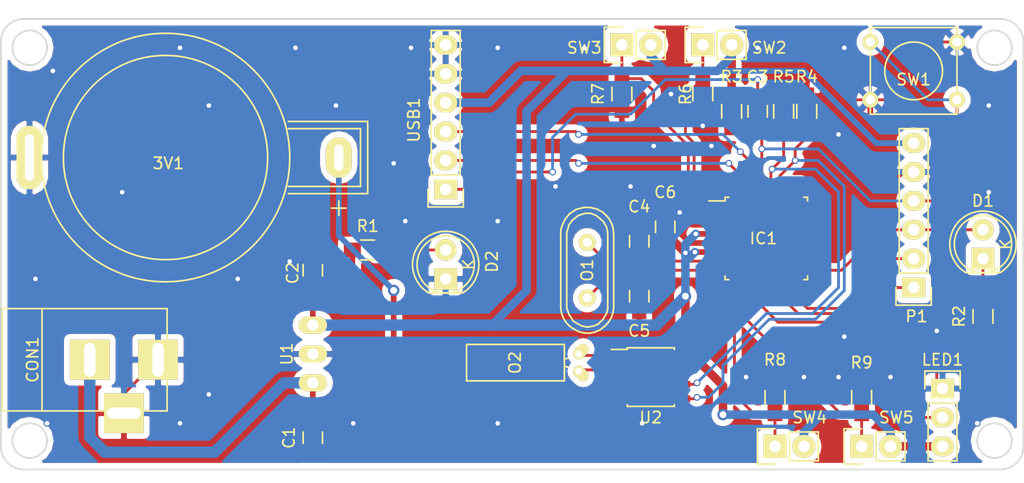
<source format=kicad_pcb>
(kicad_pcb (version 4) (host pcbnew 4.0.2-4+6225~38~ubuntu15.10.1-stable)

  (general
    (links 76)
    (no_connects 0)
    (area 0 0 0 0)
    (thickness 1.6)
    (drawings 23)
    (tracks 383)
    (zones 0)
    (modules 32)
    (nets 38)
  )

  (page A4)
  (layers
    (0 F.Cu signal)
    (31 B.Cu signal hide)
    (32 B.Adhes user)
    (33 F.Adhes user)
    (34 B.Paste user)
    (35 F.Paste user)
    (36 B.SilkS user)
    (37 F.SilkS user)
    (38 B.Mask user)
    (39 F.Mask user)
    (40 Dwgs.User user)
    (41 Cmts.User user)
    (42 Eco1.User user hide)
    (43 Eco2.User user)
    (44 Edge.Cuts user)
    (45 Margin user)
    (46 B.CrtYd user)
    (47 F.CrtYd user)
    (48 B.Fab user)
    (49 F.Fab user)
  )

  (setup
    (last_trace_width 0.25)
    (user_trace_width 0.25)
    (user_trace_width 0.5)
    (user_trace_width 0.75)
    (user_trace_width 1)
    (trace_clearance 0.2)
    (zone_clearance 0.508)
    (zone_45_only yes)
    (trace_min 0.2)
    (segment_width 0.2)
    (edge_width 0.15)
    (via_size 0.6)
    (via_drill 0.4)
    (via_min_size 0.4)
    (via_min_drill 0.3)
    (user_via 1 0.6)
    (uvia_size 0.3)
    (uvia_drill 0.1)
    (uvias_allowed no)
    (uvia_min_size 0.2)
    (uvia_min_drill 0.1)
    (pcb_text_width 0.3)
    (pcb_text_size 1.5 1.5)
    (mod_edge_width 0.15)
    (mod_text_size 1 1)
    (mod_text_width 0.15)
    (pad_size 1.50114 1.00076)
    (pad_drill 0.59944)
    (pad_to_mask_clearance 0.2)
    (aux_axis_origin 0 0)
    (visible_elements FFFEFF7F)
    (pcbplotparams
      (layerselection 0x00030_80000001)
      (usegerberextensions false)
      (excludeedgelayer true)
      (linewidth 0.100000)
      (plotframeref false)
      (viasonmask false)
      (mode 1)
      (useauxorigin false)
      (hpglpennumber 1)
      (hpglpenspeed 20)
      (hpglpendiameter 15)
      (hpglpenoverlay 2)
      (psnegative false)
      (psa4output false)
      (plotreference true)
      (plotvalue true)
      (plotinvisibletext false)
      (padsonsilk false)
      (subtractmaskfromsilk false)
      (outputformat 1)
      (mirror false)
      (drillshape 1)
      (scaleselection 1)
      (outputdirectory ""))
  )

  (net 0 "")
  (net 1 GND)
  (net 2 "Net-(3V1-Pad1)")
  (net 3 "Net-(C1-Pad2)")
  (net 4 +5V)
  (net 5 "Net-(C3-Pad2)")
  (net 6 "Net-(C4-Pad2)")
  (net 7 "Net-(C5-Pad2)")
  (net 8 "Net-(D1-Pad1)")
  (net 9 "Net-(D1-Pad2)")
  (net 10 "Net-(D2-Pad2)")
  (net 11 "Net-(IC1-Pad1)")
  (net 12 "Net-(IC1-Pad2)")
  (net 13 "Net-(IC1-Pad9)")
  (net 14 "Net-(IC1-Pad10)")
  (net 15 "Net-(IC1-Pad11)")
  (net 16 "Net-(IC1-Pad12)")
  (net 17 "Net-(IC1-Pad13)")
  (net 18 "Net-(IC1-Pad14)")
  (net 19 "Net-(IC1-Pad15)")
  (net 20 "Net-(IC1-Pad16)")
  (net 21 "Net-(IC1-Pad18)")
  (net 22 "Net-(IC1-Pad19)")
  (net 23 "Net-(IC1-Pad20)")
  (net 24 "Net-(IC1-Pad22)")
  (net 25 "Net-(IC1-Pad23)")
  (net 26 "Net-(IC1-Pad24)")
  (net 27 "Net-(IC1-Pad25)")
  (net 28 "Net-(IC1-Pad26)")
  (net 29 "Net-(IC1-Pad27)")
  (net 30 "Net-(IC1-Pad28)")
  (net 31 "Net-(IC1-Pad30)")
  (net 32 "Net-(IC1-Pad31)")
  (net 33 "Net-(IC1-Pad32)")
  (net 34 "Net-(O2-Pad1)")
  (net 35 "Net-(O2-Pad2)")
  (net 36 "Net-(U2-Pad7)")
  (net 37 "Net-(C3-Pad1)")

  (net_class Default "This is the default net class."
    (clearance 0.2)
    (trace_width 0.25)
    (via_dia 0.6)
    (via_drill 0.4)
    (uvia_dia 0.3)
    (uvia_drill 0.1)
    (add_net +5V)
    (add_net "Net-(C3-Pad1)")
    (add_net "Net-(C3-Pad2)")
    (add_net "Net-(C4-Pad2)")
    (add_net "Net-(C5-Pad2)")
    (add_net "Net-(D1-Pad1)")
    (add_net "Net-(D1-Pad2)")
    (add_net "Net-(D2-Pad2)")
    (add_net "Net-(IC1-Pad1)")
    (add_net "Net-(IC1-Pad10)")
    (add_net "Net-(IC1-Pad11)")
    (add_net "Net-(IC1-Pad12)")
    (add_net "Net-(IC1-Pad13)")
    (add_net "Net-(IC1-Pad14)")
    (add_net "Net-(IC1-Pad15)")
    (add_net "Net-(IC1-Pad16)")
    (add_net "Net-(IC1-Pad18)")
    (add_net "Net-(IC1-Pad19)")
    (add_net "Net-(IC1-Pad2)")
    (add_net "Net-(IC1-Pad20)")
    (add_net "Net-(IC1-Pad22)")
    (add_net "Net-(IC1-Pad23)")
    (add_net "Net-(IC1-Pad24)")
    (add_net "Net-(IC1-Pad25)")
    (add_net "Net-(IC1-Pad26)")
    (add_net "Net-(IC1-Pad27)")
    (add_net "Net-(IC1-Pad28)")
    (add_net "Net-(IC1-Pad30)")
    (add_net "Net-(IC1-Pad31)")
    (add_net "Net-(IC1-Pad32)")
    (add_net "Net-(IC1-Pad9)")
    (add_net "Net-(O2-Pad1)")
    (add_net "Net-(O2-Pad2)")
    (add_net "Net-(U2-Pad7)")
  )

  (net_class 5V ""
    (clearance 0.2)
    (trace_width 1.25)
    (via_dia 0.6)
    (via_drill 0.4)
    (uvia_dia 0.3)
    (uvia_drill 0.1)
    (add_net "Net-(C1-Pad2)")
  )

  (net_class GND ""
    (clearance 0.2)
    (trace_width 0.5)
    (via_dia 0.6)
    (via_drill 0.4)
    (uvia_dia 0.3)
    (uvia_drill 0.1)
    (add_net GND)
  )

  (net_class Power ""
    (clearance 0.2)
    (trace_width 0.75)
    (via_dia 0.6)
    (via_drill 0.4)
    (uvia_dia 0.3)
    (uvia_drill 0.1)
    (add_net "Net-(3V1-Pad1)")
  )

  (module KiCAD_Lib:CR2032H-2 (layer F.Cu) (tedit 5751129D) (tstamp 5750EAC8)
    (at 107.95 90.932)
    (path /57429A2E)
    (fp_text reference 3V1 (at -14.986 0.508) (layer F.SilkS)
      (effects (font (size 1 1) (thickness 0.15)))
    )
    (fp_text value Battery (at -15.24 12.7) (layer F.Fab)
      (effects (font (size 1 1) (thickness 0.15)))
    )
    (fp_line (start 0 3.81) (end 0 5.08) (layer F.SilkS) (width 0.15))
    (fp_line (start -0.635 4.445) (end 0.635 4.445) (layer F.SilkS) (width 0.15))
    (fp_line (start -4.445 -2.54) (end 1.905 -2.54) (layer F.SilkS) (width 0.15))
    (fp_line (start 1.905 -2.54) (end 1.905 2.54) (layer F.SilkS) (width 0.15))
    (fp_line (start 1.905 2.54) (end -4.445 2.54) (layer F.SilkS) (width 0.15))
    (fp_line (start 1.905 -3.175) (end 2.54 -3.175) (layer F.SilkS) (width 0.15))
    (fp_line (start 2.54 -3.175) (end 2.54 3.175) (layer F.SilkS) (width 0.15))
    (fp_line (start 2.54 3.175) (end 1.905 3.175) (layer F.SilkS) (width 0.15))
    (fp_line (start 0.635 -3.175) (end 1.905 -3.175) (layer F.SilkS) (width 0.15))
    (fp_line (start 1.905 3.175) (end -4.445 3.175) (layer F.SilkS) (width 0.15))
    (fp_line (start -4.445 -3.175) (end 0.635 -3.175) (layer F.SilkS) (width 0.15))
    (fp_circle (center -15.24 0) (end -16.51 -8.89) (layer F.SilkS) (width 0.15))
    (fp_circle (center -15.24 0) (end -8.89 8.89) (layer F.SilkS) (width 0.15))
    (pad 2 thru_hole oval (at -27.2 0) (size 2.286 5.586) (drill oval 0.8 4.1) (layers *.Cu *.Mask F.SilkS)
      (net 1 GND))
    (pad 1 thru_hole oval (at 0 0) (size 2.286 3.556) (drill oval 0.8 2.3) (layers *.Cu *.Mask F.SilkS)
      (net 2 "Net-(3V1-Pad1)"))
  )

  (module Capacitors_SMD:C_0805_HandSoldering (layer F.Cu) (tedit 541A9B8D) (tstamp 5750EAD4)
    (at 105.664 115.57 90)
    (descr "Capacitor SMD 0805, hand soldering")
    (tags "capacitor 0805")
    (path /5746CD09)
    (attr smd)
    (fp_text reference C1 (at 0 -2.1 90) (layer F.SilkS)
      (effects (font (size 1 1) (thickness 0.15)))
    )
    (fp_text value "10 microF" (at 0 2.1 90) (layer F.Fab)
      (effects (font (size 1 1) (thickness 0.15)))
    )
    (fp_line (start -2.3 -1) (end 2.3 -1) (layer F.CrtYd) (width 0.05))
    (fp_line (start -2.3 1) (end 2.3 1) (layer F.CrtYd) (width 0.05))
    (fp_line (start -2.3 -1) (end -2.3 1) (layer F.CrtYd) (width 0.05))
    (fp_line (start 2.3 -1) (end 2.3 1) (layer F.CrtYd) (width 0.05))
    (fp_line (start 0.5 -0.85) (end -0.5 -0.85) (layer F.SilkS) (width 0.15))
    (fp_line (start -0.5 0.85) (end 0.5 0.85) (layer F.SilkS) (width 0.15))
    (pad 1 smd rect (at -1.25 0 90) (size 1.5 1.25) (layers F.Cu F.Paste F.Mask)
      (net 1 GND))
    (pad 2 smd rect (at 1.25 0 90) (size 1.5 1.25) (layers F.Cu F.Paste F.Mask)
      (net 3 "Net-(C1-Pad2)"))
    (model Capacitors_SMD.3dshapes/C_0805_HandSoldering.wrl
      (at (xyz 0 0 0))
      (scale (xyz 1 1 1))
      (rotate (xyz 0 0 0))
    )
  )

  (module Capacitors_SMD:C_0805_HandSoldering (layer F.Cu) (tedit 575112AA) (tstamp 5750EAE0)
    (at 105.664 100.838 270)
    (descr "Capacitor SMD 0805, hand soldering")
    (tags "capacitor 0805")
    (path /5746CDE6)
    (attr smd)
    (fp_text reference C2 (at 0.254 1.778 270) (layer F.SilkS)
      (effects (font (size 1 1) (thickness 0.15)))
    )
    (fp_text value "10 microF" (at 0 2.1 270) (layer F.Fab)
      (effects (font (size 1 1) (thickness 0.15)))
    )
    (fp_line (start -2.3 -1) (end 2.3 -1) (layer F.CrtYd) (width 0.05))
    (fp_line (start -2.3 1) (end 2.3 1) (layer F.CrtYd) (width 0.05))
    (fp_line (start -2.3 -1) (end -2.3 1) (layer F.CrtYd) (width 0.05))
    (fp_line (start 2.3 -1) (end 2.3 1) (layer F.CrtYd) (width 0.05))
    (fp_line (start 0.5 -0.85) (end -0.5 -0.85) (layer F.SilkS) (width 0.15))
    (fp_line (start -0.5 0.85) (end 0.5 0.85) (layer F.SilkS) (width 0.15))
    (pad 1 smd rect (at -1.25 0 270) (size 1.5 1.25) (layers F.Cu F.Paste F.Mask)
      (net 1 GND))
    (pad 2 smd rect (at 1.25 0 270) (size 1.5 1.25) (layers F.Cu F.Paste F.Mask)
      (net 4 +5V))
    (model Capacitors_SMD.3dshapes/C_0805_HandSoldering.wrl
      (at (xyz 0 0 0))
      (scale (xyz 1 1 1))
      (rotate (xyz 0 0 0))
    )
  )

  (module Capacitors_SMD:C_0805_HandSoldering (layer F.Cu) (tedit 5751122D) (tstamp 5750EAEC)
    (at 144.78 86.868 90)
    (descr "Capacitor SMD 0805, hand soldering")
    (tags "capacitor 0805")
    (path /574681BC)
    (attr smd)
    (fp_text reference C3 (at 3.048 0 180) (layer F.SilkS)
      (effects (font (size 1 1) (thickness 0.15)))
    )
    (fp_text value C (at 0 2.1 90) (layer F.Fab)
      (effects (font (size 1 1) (thickness 0.15)))
    )
    (fp_line (start -2.3 -1) (end 2.3 -1) (layer F.CrtYd) (width 0.05))
    (fp_line (start -2.3 1) (end 2.3 1) (layer F.CrtYd) (width 0.05))
    (fp_line (start -2.3 -1) (end -2.3 1) (layer F.CrtYd) (width 0.05))
    (fp_line (start 2.3 -1) (end 2.3 1) (layer F.CrtYd) (width 0.05))
    (fp_line (start 0.5 -0.85) (end -0.5 -0.85) (layer F.SilkS) (width 0.15))
    (fp_line (start -0.5 0.85) (end 0.5 0.85) (layer F.SilkS) (width 0.15))
    (pad 1 smd rect (at -1.25 0 90) (size 1.5 1.25) (layers F.Cu F.Paste F.Mask)
      (net 37 "Net-(C3-Pad1)"))
    (pad 2 smd rect (at 1.25 0 90) (size 1.5 1.25) (layers F.Cu F.Paste F.Mask)
      (net 5 "Net-(C3-Pad2)"))
    (model Capacitors_SMD.3dshapes/C_0805_HandSoldering.wrl
      (at (xyz 0 0 0))
      (scale (xyz 1 1 1))
      (rotate (xyz 0 0 0))
    )
  )

  (module Capacitors_SMD:C_0805_HandSoldering (layer F.Cu) (tedit 57511282) (tstamp 5750EAF8)
    (at 134.366 98.298 270)
    (descr "Capacitor SMD 0805, hand soldering")
    (tags "capacitor 0805")
    (path /5746C0B9)
    (attr smd)
    (fp_text reference C4 (at -3.048 0 360) (layer F.SilkS)
      (effects (font (size 1 1) (thickness 0.15)))
    )
    (fp_text value "22 pF" (at 0 2.1 270) (layer F.Fab)
      (effects (font (size 1 1) (thickness 0.15)))
    )
    (fp_line (start -2.3 -1) (end 2.3 -1) (layer F.CrtYd) (width 0.05))
    (fp_line (start -2.3 1) (end 2.3 1) (layer F.CrtYd) (width 0.05))
    (fp_line (start -2.3 -1) (end -2.3 1) (layer F.CrtYd) (width 0.05))
    (fp_line (start 2.3 -1) (end 2.3 1) (layer F.CrtYd) (width 0.05))
    (fp_line (start 0.5 -0.85) (end -0.5 -0.85) (layer F.SilkS) (width 0.15))
    (fp_line (start -0.5 0.85) (end 0.5 0.85) (layer F.SilkS) (width 0.15))
    (pad 1 smd rect (at -1.25 0 270) (size 1.5 1.25) (layers F.Cu F.Paste F.Mask)
      (net 1 GND))
    (pad 2 smd rect (at 1.25 0 270) (size 1.5 1.25) (layers F.Cu F.Paste F.Mask)
      (net 6 "Net-(C4-Pad2)"))
    (model Capacitors_SMD.3dshapes/C_0805_HandSoldering.wrl
      (at (xyz 0 0 0))
      (scale (xyz 1 1 1))
      (rotate (xyz 0 0 0))
    )
  )

  (module Capacitors_SMD:C_0805_HandSoldering (layer F.Cu) (tedit 5751127E) (tstamp 5750EB04)
    (at 134.366 103.124 90)
    (descr "Capacitor SMD 0805, hand soldering")
    (tags "capacitor 0805")
    (path /5746BF82)
    (attr smd)
    (fp_text reference C5 (at -3.048 0 180) (layer F.SilkS)
      (effects (font (size 1 1) (thickness 0.15)))
    )
    (fp_text value "22 pF" (at 0 2.1 90) (layer F.Fab)
      (effects (font (size 1 1) (thickness 0.15)))
    )
    (fp_line (start -2.3 -1) (end 2.3 -1) (layer F.CrtYd) (width 0.05))
    (fp_line (start -2.3 1) (end 2.3 1) (layer F.CrtYd) (width 0.05))
    (fp_line (start -2.3 -1) (end -2.3 1) (layer F.CrtYd) (width 0.05))
    (fp_line (start 2.3 -1) (end 2.3 1) (layer F.CrtYd) (width 0.05))
    (fp_line (start 0.5 -0.85) (end -0.5 -0.85) (layer F.SilkS) (width 0.15))
    (fp_line (start -0.5 0.85) (end 0.5 0.85) (layer F.SilkS) (width 0.15))
    (pad 1 smd rect (at -1.25 0 90) (size 1.5 1.25) (layers F.Cu F.Paste F.Mask)
      (net 1 GND))
    (pad 2 smd rect (at 1.25 0 90) (size 1.5 1.25) (layers F.Cu F.Paste F.Mask)
      (net 7 "Net-(C5-Pad2)"))
    (model Capacitors_SMD.3dshapes/C_0805_HandSoldering.wrl
      (at (xyz 0 0 0))
      (scale (xyz 1 1 1))
      (rotate (xyz 0 0 0))
    )
  )

  (module Capacitors_SMD:C_0805_HandSoldering (layer F.Cu) (tedit 5750F1CC) (tstamp 5750EB10)
    (at 136.652 97.028 90)
    (descr "Capacitor SMD 0805, hand soldering")
    (tags "capacitor 0805")
    (path /5750F93D)
    (attr smd)
    (fp_text reference C6 (at 3.048 0 180) (layer F.SilkS)
      (effects (font (size 1 1) (thickness 0.15)))
    )
    (fp_text value "10 microF" (at 0 2.1 90) (layer F.Fab)
      (effects (font (size 1 1) (thickness 0.15)))
    )
    (fp_line (start -2.3 -1) (end 2.3 -1) (layer F.CrtYd) (width 0.05))
    (fp_line (start -2.3 1) (end 2.3 1) (layer F.CrtYd) (width 0.05))
    (fp_line (start -2.3 -1) (end -2.3 1) (layer F.CrtYd) (width 0.05))
    (fp_line (start 2.3 -1) (end 2.3 1) (layer F.CrtYd) (width 0.05))
    (fp_line (start 0.5 -0.85) (end -0.5 -0.85) (layer F.SilkS) (width 0.15))
    (fp_line (start -0.5 0.85) (end 0.5 0.85) (layer F.SilkS) (width 0.15))
    (pad 1 smd rect (at -1.25 0 90) (size 1.5 1.25) (layers F.Cu F.Paste F.Mask)
      (net 4 +5V))
    (pad 2 smd rect (at 1.25 0 90) (size 1.5 1.25) (layers F.Cu F.Paste F.Mask)
      (net 1 GND))
    (model Capacitors_SMD.3dshapes/C_0805_HandSoldering.wrl
      (at (xyz 0 0 0))
      (scale (xyz 1 1 1))
      (rotate (xyz 0 0 0))
    )
  )

  (module Connect:BARREL_JACK (layer F.Cu) (tedit 575112A2) (tstamp 5750EB1C)
    (at 85.852 108.712)
    (descr "DC Barrel Jack")
    (tags "Power Jack")
    (path /5746B963)
    (fp_text reference CON1 (at -4.826 0 90) (layer F.SilkS)
      (effects (font (size 1 1) (thickness 0.15)))
    )
    (fp_text value BARREL_JACK (at 0 -5.99948) (layer F.Fab)
      (effects (font (size 1 1) (thickness 0.15)))
    )
    (fp_line (start -4.0005 -4.50088) (end -4.0005 4.50088) (layer F.SilkS) (width 0.15))
    (fp_line (start -7.50062 -4.50088) (end -7.50062 4.50088) (layer F.SilkS) (width 0.15))
    (fp_line (start -7.50062 4.50088) (end 7.00024 4.50088) (layer F.SilkS) (width 0.15))
    (fp_line (start 7.00024 4.50088) (end 7.00024 -4.50088) (layer F.SilkS) (width 0.15))
    (fp_line (start 7.00024 -4.50088) (end -7.50062 -4.50088) (layer F.SilkS) (width 0.15))
    (pad 1 thru_hole rect (at 6.20014 0) (size 3.50012 3.50012) (drill oval 1.00076 2.99974) (layers *.Cu *.Mask F.SilkS)
      (net 1 GND))
    (pad 2 thru_hole rect (at 0.20066 0) (size 3.50012 3.50012) (drill oval 1.00076 2.99974) (layers *.Cu *.Mask F.SilkS)
      (net 3 "Net-(C1-Pad2)"))
    (pad 3 thru_hole rect (at 3.2004 4.699) (size 3.50012 3.50012) (drill oval 2.99974 1.00076) (layers *.Cu *.Mask F.SilkS)
      (net 1 GND))
  )

  (module LEDs:LED-5MM (layer F.Cu) (tedit 575112C1) (tstamp 5750EB28)
    (at 164.592 99.822 90)
    (descr "LED 5mm round vertical")
    (tags "LED 5mm round vertical")
    (path /5746AE5D)
    (fp_text reference D1 (at 5.08 0 180) (layer F.SilkS)
      (effects (font (size 1 1) (thickness 0.15)))
    )
    (fp_text value LED (at 1.524 -3.937 90) (layer F.Fab)
      (effects (font (size 1 1) (thickness 0.15)))
    )
    (fp_line (start -1.5 -1.55) (end -1.5 1.55) (layer F.CrtYd) (width 0.05))
    (fp_arc (start 1.3 0) (end -1.5 1.55) (angle -302) (layer F.CrtYd) (width 0.05))
    (fp_arc (start 1.27 0) (end -1.23 -1.5) (angle 297.5) (layer F.SilkS) (width 0.15))
    (fp_line (start -1.23 1.5) (end -1.23 -1.5) (layer F.SilkS) (width 0.15))
    (fp_circle (center 1.27 0) (end 0.97 -2.5) (layer F.SilkS) (width 0.15))
    (fp_text user K (at 1.27 2.032 90) (layer F.SilkS)
      (effects (font (size 1 1) (thickness 0.15)))
    )
    (pad 1 thru_hole rect (at 0 0 180) (size 2 1.9) (drill 1.00076) (layers *.Cu *.Mask F.SilkS)
      (net 8 "Net-(D1-Pad1)"))
    (pad 2 thru_hole circle (at 2.54 0 90) (size 1.9 1.9) (drill 1.00076) (layers *.Cu *.Mask F.SilkS)
      (net 9 "Net-(D1-Pad2)"))
    (model LEDs.3dshapes/LED-5MM.wrl
      (at (xyz 0.05 0 0))
      (scale (xyz 1 1 1))
      (rotate (xyz 0 0 90))
    )
  )

  (module LEDs:LED-5MM (layer F.Cu) (tedit 57511293) (tstamp 5750EB34)
    (at 117.348 101.6 90)
    (descr "LED 5mm round vertical")
    (tags "LED 5mm round vertical")
    (path /5746DB98)
    (fp_text reference D2 (at 1.524 4.064 90) (layer F.SilkS)
      (effects (font (size 1 1) (thickness 0.15)))
    )
    (fp_text value LED (at 1.524 -3.937 90) (layer F.Fab)
      (effects (font (size 1 1) (thickness 0.15)))
    )
    (fp_line (start -1.5 -1.55) (end -1.5 1.55) (layer F.CrtYd) (width 0.05))
    (fp_arc (start 1.3 0) (end -1.5 1.55) (angle -302) (layer F.CrtYd) (width 0.05))
    (fp_arc (start 1.27 0) (end -1.23 -1.5) (angle 297.5) (layer F.SilkS) (width 0.15))
    (fp_line (start -1.23 1.5) (end -1.23 -1.5) (layer F.SilkS) (width 0.15))
    (fp_circle (center 1.27 0) (end 0.97 -2.5) (layer F.SilkS) (width 0.15))
    (fp_text user K (at 1.27 2.032 90) (layer F.SilkS)
      (effects (font (size 1 1) (thickness 0.15)))
    )
    (pad 1 thru_hole rect (at 0 0 180) (size 2 1.9) (drill 1.00076) (layers *.Cu *.Mask F.SilkS)
      (net 1 GND))
    (pad 2 thru_hole circle (at 2.54 0 90) (size 1.9 1.9) (drill 1.00076) (layers *.Cu *.Mask F.SilkS)
      (net 10 "Net-(D2-Pad2)"))
    (model LEDs.3dshapes/LED-5MM.wrl
      (at (xyz 0.05 0 0))
      (scale (xyz 1 1 1))
      (rotate (xyz 0 0 90))
    )
  )

  (module Housings_QFP:TQFP-32_7x7mm_Pitch0.8mm (layer F.Cu) (tedit 575112B6) (tstamp 5750EB65)
    (at 145.542 98.044)
    (descr "32-Lead Plastic Thin Quad Flatpack (PT) - 7x7x1.0 mm Body, 2.00 mm [TQFP] (see Microchip Packaging Specification 00000049BS.pdf)")
    (tags "QFP 0.8")
    (path /574281D8)
    (attr smd)
    (fp_text reference IC1 (at -0.254 0) (layer F.SilkS)
      (effects (font (size 1 1) (thickness 0.15)))
    )
    (fp_text value ATMEGA328P-A (at 0 6.05) (layer F.Fab)
      (effects (font (size 1 1) (thickness 0.15)))
    )
    (fp_line (start -5.3 -5.3) (end -5.3 5.3) (layer F.CrtYd) (width 0.05))
    (fp_line (start 5.3 -5.3) (end 5.3 5.3) (layer F.CrtYd) (width 0.05))
    (fp_line (start -5.3 -5.3) (end 5.3 -5.3) (layer F.CrtYd) (width 0.05))
    (fp_line (start -5.3 5.3) (end 5.3 5.3) (layer F.CrtYd) (width 0.05))
    (fp_line (start -3.625 -3.625) (end -3.625 -3.3) (layer F.SilkS) (width 0.15))
    (fp_line (start 3.625 -3.625) (end 3.625 -3.3) (layer F.SilkS) (width 0.15))
    (fp_line (start 3.625 3.625) (end 3.625 3.3) (layer F.SilkS) (width 0.15))
    (fp_line (start -3.625 3.625) (end -3.625 3.3) (layer F.SilkS) (width 0.15))
    (fp_line (start -3.625 -3.625) (end -3.3 -3.625) (layer F.SilkS) (width 0.15))
    (fp_line (start -3.625 3.625) (end -3.3 3.625) (layer F.SilkS) (width 0.15))
    (fp_line (start 3.625 3.625) (end 3.3 3.625) (layer F.SilkS) (width 0.15))
    (fp_line (start 3.625 -3.625) (end 3.3 -3.625) (layer F.SilkS) (width 0.15))
    (fp_line (start -3.625 -3.3) (end -5.05 -3.3) (layer F.SilkS) (width 0.15))
    (pad 1 smd rect (at -4.25 -2.8) (size 1.6 0.55) (layers F.Cu F.Paste F.Mask)
      (net 11 "Net-(IC1-Pad1)"))
    (pad 2 smd rect (at -4.25 -2) (size 1.6 0.55) (layers F.Cu F.Paste F.Mask)
      (net 12 "Net-(IC1-Pad2)"))
    (pad 3 smd rect (at -4.25 -1.2) (size 1.6 0.55) (layers F.Cu F.Paste F.Mask)
      (net 1 GND))
    (pad 4 smd rect (at -4.25 -0.4) (size 1.6 0.55) (layers F.Cu F.Paste F.Mask)
      (net 4 +5V))
    (pad 5 smd rect (at -4.25 0.4) (size 1.6 0.55) (layers F.Cu F.Paste F.Mask)
      (net 1 GND))
    (pad 6 smd rect (at -4.25 1.2) (size 1.6 0.55) (layers F.Cu F.Paste F.Mask)
      (net 4 +5V))
    (pad 7 smd rect (at -4.25 2) (size 1.6 0.55) (layers F.Cu F.Paste F.Mask)
      (net 6 "Net-(C4-Pad2)"))
    (pad 8 smd rect (at -4.25 2.8) (size 1.6 0.55) (layers F.Cu F.Paste F.Mask)
      (net 7 "Net-(C5-Pad2)"))
    (pad 9 smd rect (at -2.8 4.25 90) (size 1.6 0.55) (layers F.Cu F.Paste F.Mask)
      (net 13 "Net-(IC1-Pad9)"))
    (pad 10 smd rect (at -2 4.25 90) (size 1.6 0.55) (layers F.Cu F.Paste F.Mask)
      (net 14 "Net-(IC1-Pad10)"))
    (pad 11 smd rect (at -1.2 4.25 90) (size 1.6 0.55) (layers F.Cu F.Paste F.Mask)
      (net 15 "Net-(IC1-Pad11)"))
    (pad 12 smd rect (at -0.4 4.25 90) (size 1.6 0.55) (layers F.Cu F.Paste F.Mask)
      (net 16 "Net-(IC1-Pad12)"))
    (pad 13 smd rect (at 0.4 4.25 90) (size 1.6 0.55) (layers F.Cu F.Paste F.Mask)
      (net 17 "Net-(IC1-Pad13)"))
    (pad 14 smd rect (at 1.2 4.25 90) (size 1.6 0.55) (layers F.Cu F.Paste F.Mask)
      (net 18 "Net-(IC1-Pad14)"))
    (pad 15 smd rect (at 2 4.25 90) (size 1.6 0.55) (layers F.Cu F.Paste F.Mask)
      (net 19 "Net-(IC1-Pad15)"))
    (pad 16 smd rect (at 2.8 4.25 90) (size 1.6 0.55) (layers F.Cu F.Paste F.Mask)
      (net 20 "Net-(IC1-Pad16)"))
    (pad 17 smd rect (at 4.25 2.8) (size 1.6 0.55) (layers F.Cu F.Paste F.Mask)
      (net 9 "Net-(D1-Pad2)"))
    (pad 18 smd rect (at 4.25 2) (size 1.6 0.55) (layers F.Cu F.Paste F.Mask)
      (net 21 "Net-(IC1-Pad18)"))
    (pad 19 smd rect (at 4.25 1.2) (size 1.6 0.55) (layers F.Cu F.Paste F.Mask)
      (net 22 "Net-(IC1-Pad19)"))
    (pad 20 smd rect (at 4.25 0.4) (size 1.6 0.55) (layers F.Cu F.Paste F.Mask)
      (net 23 "Net-(IC1-Pad20)"))
    (pad 21 smd rect (at 4.25 -0.4) (size 1.6 0.55) (layers F.Cu F.Paste F.Mask)
      (net 1 GND))
    (pad 22 smd rect (at 4.25 -1.2) (size 1.6 0.55) (layers F.Cu F.Paste F.Mask)
      (net 24 "Net-(IC1-Pad22)"))
    (pad 23 smd rect (at 4.25 -2) (size 1.6 0.55) (layers F.Cu F.Paste F.Mask)
      (net 25 "Net-(IC1-Pad23)"))
    (pad 24 smd rect (at 4.25 -2.8) (size 1.6 0.55) (layers F.Cu F.Paste F.Mask)
      (net 26 "Net-(IC1-Pad24)"))
    (pad 25 smd rect (at 2.8 -4.25 90) (size 1.6 0.55) (layers F.Cu F.Paste F.Mask)
      (net 27 "Net-(IC1-Pad25)"))
    (pad 26 smd rect (at 2 -4.25 90) (size 1.6 0.55) (layers F.Cu F.Paste F.Mask)
      (net 28 "Net-(IC1-Pad26)"))
    (pad 27 smd rect (at 1.2 -4.25 90) (size 1.6 0.55) (layers F.Cu F.Paste F.Mask)
      (net 29 "Net-(IC1-Pad27)"))
    (pad 28 smd rect (at 0.4 -4.25 90) (size 1.6 0.55) (layers F.Cu F.Paste F.Mask)
      (net 30 "Net-(IC1-Pad28)"))
    (pad 29 smd rect (at -0.4 -4.25 90) (size 1.6 0.55) (layers F.Cu F.Paste F.Mask)
      (net 37 "Net-(C3-Pad1)"))
    (pad 30 smd rect (at -1.2 -4.25 90) (size 1.6 0.55) (layers F.Cu F.Paste F.Mask)
      (net 31 "Net-(IC1-Pad30)"))
    (pad 31 smd rect (at -2 -4.25 90) (size 1.6 0.55) (layers F.Cu F.Paste F.Mask)
      (net 32 "Net-(IC1-Pad31)"))
    (pad 32 smd rect (at -2.8 -4.25 90) (size 1.6 0.55) (layers F.Cu F.Paste F.Mask)
      (net 33 "Net-(IC1-Pad32)"))
    (model Housings_QFP.3dshapes/TQFP-32_7x7mm_Pitch0.8mm.wrl
      (at (xyz 0 0 0))
      (scale (xyz 1 1 1))
      (rotate (xyz 0 0 0))
    )
  )

  (module Socket_Strips:Socket_Strip_Straight_1x03 (layer F.Cu) (tedit 57511260) (tstamp 5750EB77)
    (at 161.036 111.252 270)
    (descr "Through hole socket strip")
    (tags "socket strip")
    (path /57429CB8)
    (fp_text reference LED1 (at -2.54 0 360) (layer F.SilkS)
      (effects (font (size 1 1) (thickness 0.15)))
    )
    (fp_text value CONN_01X03 (at 0 -3.1 270) (layer F.Fab)
      (effects (font (size 1 1) (thickness 0.15)))
    )
    (fp_line (start 0 -1.55) (end -1.55 -1.55) (layer F.SilkS) (width 0.15))
    (fp_line (start -1.55 -1.55) (end -1.55 1.55) (layer F.SilkS) (width 0.15))
    (fp_line (start -1.55 1.55) (end 0 1.55) (layer F.SilkS) (width 0.15))
    (fp_line (start -1.75 -1.75) (end -1.75 1.75) (layer F.CrtYd) (width 0.05))
    (fp_line (start 6.85 -1.75) (end 6.85 1.75) (layer F.CrtYd) (width 0.05))
    (fp_line (start -1.75 -1.75) (end 6.85 -1.75) (layer F.CrtYd) (width 0.05))
    (fp_line (start -1.75 1.75) (end 6.85 1.75) (layer F.CrtYd) (width 0.05))
    (fp_line (start 1.27 -1.27) (end 6.35 -1.27) (layer F.SilkS) (width 0.15))
    (fp_line (start 6.35 -1.27) (end 6.35 1.27) (layer F.SilkS) (width 0.15))
    (fp_line (start 6.35 1.27) (end 1.27 1.27) (layer F.SilkS) (width 0.15))
    (fp_line (start 1.27 1.27) (end 1.27 -1.27) (layer F.SilkS) (width 0.15))
    (pad 1 thru_hole rect (at 0 0 270) (size 1.7272 2.032) (drill 1.016) (layers *.Cu *.Mask F.SilkS)
      (net 1 GND))
    (pad 2 thru_hole oval (at 2.54 0 270) (size 1.7272 2.032) (drill 1.016) (layers *.Cu *.Mask F.SilkS)
      (net 16 "Net-(IC1-Pad12)"))
    (pad 3 thru_hole oval (at 5.08 0 270) (size 1.7272 2.032) (drill 1.016) (layers *.Cu *.Mask F.SilkS)
      (net 4 +5V))
    (model Socket_Strips.3dshapes/Socket_Strip_Straight_1x03.wrl
      (at (xyz 0.1 0 0))
      (scale (xyz 1 1 1))
      (rotate (xyz 0 0 180))
    )
  )

  (module Crystals:Crystal_HC49-U_Vertical (layer F.Cu) (tedit 5750F1C8) (tstamp 5750EBB0)
    (at 129.794 100.838 270)
    (descr "Crystal Quarz HC49/U vertical stehend")
    (tags "Crystal Quarz HC49/U vertical stehend")
    (path /574285F7)
    (fp_text reference O1 (at 0 0 270) (layer F.SilkS)
      (effects (font (size 1 1) (thickness 0.15)))
    )
    (fp_text value "16 Mhz" (at 0 3.81 270) (layer F.Fab)
      (effects (font (size 1 1) (thickness 0.15)))
    )
    (fp_line (start 4.699 -1.00076) (end 4.89966 -0.59944) (layer F.SilkS) (width 0.15))
    (fp_line (start 4.89966 -0.59944) (end 5.00126 0) (layer F.SilkS) (width 0.15))
    (fp_line (start 5.00126 0) (end 4.89966 0.50038) (layer F.SilkS) (width 0.15))
    (fp_line (start 4.89966 0.50038) (end 4.50088 1.19888) (layer F.SilkS) (width 0.15))
    (fp_line (start 4.50088 1.19888) (end 3.8989 1.6002) (layer F.SilkS) (width 0.15))
    (fp_line (start 3.8989 1.6002) (end 3.29946 1.80086) (layer F.SilkS) (width 0.15))
    (fp_line (start 3.29946 1.80086) (end -3.29946 1.80086) (layer F.SilkS) (width 0.15))
    (fp_line (start -3.29946 1.80086) (end -4.0005 1.6002) (layer F.SilkS) (width 0.15))
    (fp_line (start -4.0005 1.6002) (end -4.39928 1.30048) (layer F.SilkS) (width 0.15))
    (fp_line (start -4.39928 1.30048) (end -4.8006 0.8001) (layer F.SilkS) (width 0.15))
    (fp_line (start -4.8006 0.8001) (end -5.00126 0.20066) (layer F.SilkS) (width 0.15))
    (fp_line (start -5.00126 0.20066) (end -5.00126 -0.29972) (layer F.SilkS) (width 0.15))
    (fp_line (start -5.00126 -0.29972) (end -4.8006 -0.8001) (layer F.SilkS) (width 0.15))
    (fp_line (start -4.8006 -0.8001) (end -4.30022 -1.39954) (layer F.SilkS) (width 0.15))
    (fp_line (start -4.30022 -1.39954) (end -3.79984 -1.69926) (layer F.SilkS) (width 0.15))
    (fp_line (start -3.79984 -1.69926) (end -3.29946 -1.80086) (layer F.SilkS) (width 0.15))
    (fp_line (start -3.2004 -1.80086) (end 3.40106 -1.80086) (layer F.SilkS) (width 0.15))
    (fp_line (start 3.40106 -1.80086) (end 3.79984 -1.69926) (layer F.SilkS) (width 0.15))
    (fp_line (start 3.79984 -1.69926) (end 4.30022 -1.39954) (layer F.SilkS) (width 0.15))
    (fp_line (start 4.30022 -1.39954) (end 4.8006 -0.89916) (layer F.SilkS) (width 0.15))
    (fp_line (start -3.19024 -2.32918) (end -3.64998 -2.28092) (layer F.SilkS) (width 0.15))
    (fp_line (start -3.64998 -2.28092) (end -4.04876 -2.16916) (layer F.SilkS) (width 0.15))
    (fp_line (start -4.04876 -2.16916) (end -4.48056 -1.95072) (layer F.SilkS) (width 0.15))
    (fp_line (start -4.48056 -1.95072) (end -4.77012 -1.71958) (layer F.SilkS) (width 0.15))
    (fp_line (start -4.77012 -1.71958) (end -5.10032 -1.36906) (layer F.SilkS) (width 0.15))
    (fp_line (start -5.10032 -1.36906) (end -5.38988 -0.83058) (layer F.SilkS) (width 0.15))
    (fp_line (start -5.38988 -0.83058) (end -5.51942 -0.23114) (layer F.SilkS) (width 0.15))
    (fp_line (start -5.51942 -0.23114) (end -5.51942 0.2794) (layer F.SilkS) (width 0.15))
    (fp_line (start -5.51942 0.2794) (end -5.34924 0.98044) (layer F.SilkS) (width 0.15))
    (fp_line (start -5.34924 0.98044) (end -4.95046 1.56972) (layer F.SilkS) (width 0.15))
    (fp_line (start -4.95046 1.56972) (end -4.49072 1.94056) (layer F.SilkS) (width 0.15))
    (fp_line (start -4.49072 1.94056) (end -4.06908 2.14884) (layer F.SilkS) (width 0.15))
    (fp_line (start -4.06908 2.14884) (end -3.6195 2.30886) (layer F.SilkS) (width 0.15))
    (fp_line (start -3.6195 2.30886) (end -3.18008 2.33934) (layer F.SilkS) (width 0.15))
    (fp_line (start 4.16052 2.1209) (end 4.53898 1.89992) (layer F.SilkS) (width 0.15))
    (fp_line (start 4.53898 1.89992) (end 4.85902 1.62052) (layer F.SilkS) (width 0.15))
    (fp_line (start 4.85902 1.62052) (end 5.11048 1.29032) (layer F.SilkS) (width 0.15))
    (fp_line (start 5.11048 1.29032) (end 5.4102 0.73914) (layer F.SilkS) (width 0.15))
    (fp_line (start 5.4102 0.73914) (end 5.51942 0.26924) (layer F.SilkS) (width 0.15))
    (fp_line (start 5.51942 0.26924) (end 5.53974 -0.1905) (layer F.SilkS) (width 0.15))
    (fp_line (start 5.53974 -0.1905) (end 5.45084 -0.65024) (layer F.SilkS) (width 0.15))
    (fp_line (start 5.45084 -0.65024) (end 5.26034 -1.09982) (layer F.SilkS) (width 0.15))
    (fp_line (start 5.26034 -1.09982) (end 4.89966 -1.56972) (layer F.SilkS) (width 0.15))
    (fp_line (start 4.89966 -1.56972) (end 4.54914 -1.88976) (layer F.SilkS) (width 0.15))
    (fp_line (start 4.54914 -1.88976) (end 4.16052 -2.1209) (layer F.SilkS) (width 0.15))
    (fp_line (start 4.16052 -2.1209) (end 3.73126 -2.2606) (layer F.SilkS) (width 0.15))
    (fp_line (start 3.73126 -2.2606) (end 3.2893 -2.32918) (layer F.SilkS) (width 0.15))
    (fp_line (start -3.2004 2.32918) (end 3.2512 2.32918) (layer F.SilkS) (width 0.15))
    (fp_line (start 3.2512 2.32918) (end 3.6703 2.29108) (layer F.SilkS) (width 0.15))
    (fp_line (start 3.6703 2.29108) (end 4.16052 2.1209) (layer F.SilkS) (width 0.15))
    (fp_line (start -3.2004 -2.32918) (end 3.2512 -2.32918) (layer F.SilkS) (width 0.15))
    (pad 1 thru_hole circle (at -2.44094 0 270) (size 1.50114 1.50114) (drill 0.8001) (layers *.Cu *.Mask F.SilkS)
      (net 6 "Net-(C4-Pad2)"))
    (pad 2 thru_hole circle (at 2.44094 0 270) (size 1.50114 1.50114) (drill 0.8001) (layers *.Cu *.Mask F.SilkS)
      (net 7 "Net-(C5-Pad2)"))
  )

  (module Resistors_SMD:R_0805_HandSoldering (layer F.Cu) (tedit 54189DEE) (tstamp 5750EBCA)
    (at 110.49 99.06)
    (descr "Resistor SMD 0805, hand soldering")
    (tags "resistor 0805")
    (path /5746D346)
    (attr smd)
    (fp_text reference R1 (at 0 -2.1) (layer F.SilkS)
      (effects (font (size 1 1) (thickness 0.15)))
    )
    (fp_text value 220 (at 0 2.1) (layer F.Fab)
      (effects (font (size 1 1) (thickness 0.15)))
    )
    (fp_line (start -2.4 -1) (end 2.4 -1) (layer F.CrtYd) (width 0.05))
    (fp_line (start -2.4 1) (end 2.4 1) (layer F.CrtYd) (width 0.05))
    (fp_line (start -2.4 -1) (end -2.4 1) (layer F.CrtYd) (width 0.05))
    (fp_line (start 2.4 -1) (end 2.4 1) (layer F.CrtYd) (width 0.05))
    (fp_line (start 0.6 0.875) (end -0.6 0.875) (layer F.SilkS) (width 0.15))
    (fp_line (start -0.6 -0.875) (end 0.6 -0.875) (layer F.SilkS) (width 0.15))
    (pad 1 smd rect (at -1.35 0) (size 1.5 1.3) (layers F.Cu F.Paste F.Mask)
      (net 4 +5V))
    (pad 2 smd rect (at 1.35 0) (size 1.5 1.3) (layers F.Cu F.Paste F.Mask)
      (net 10 "Net-(D2-Pad2)"))
    (model Resistors_SMD.3dshapes/R_0805_HandSoldering.wrl
      (at (xyz 0 0 0))
      (scale (xyz 1 1 1))
      (rotate (xyz 0 0 0))
    )
  )

  (module Resistors_SMD:R_0805_HandSoldering (layer F.Cu) (tedit 54189DEE) (tstamp 5750EBD6)
    (at 164.592 104.902 90)
    (descr "Resistor SMD 0805, hand soldering")
    (tags "resistor 0805")
    (path /5746B054)
    (attr smd)
    (fp_text reference R2 (at 0 -2.1 90) (layer F.SilkS)
      (effects (font (size 1 1) (thickness 0.15)))
    )
    (fp_text value 220 (at 0 2.1 90) (layer F.Fab)
      (effects (font (size 1 1) (thickness 0.15)))
    )
    (fp_line (start -2.4 -1) (end 2.4 -1) (layer F.CrtYd) (width 0.05))
    (fp_line (start -2.4 1) (end 2.4 1) (layer F.CrtYd) (width 0.05))
    (fp_line (start -2.4 -1) (end -2.4 1) (layer F.CrtYd) (width 0.05))
    (fp_line (start 2.4 -1) (end 2.4 1) (layer F.CrtYd) (width 0.05))
    (fp_line (start 0.6 0.875) (end -0.6 0.875) (layer F.SilkS) (width 0.15))
    (fp_line (start -0.6 -0.875) (end 0.6 -0.875) (layer F.SilkS) (width 0.15))
    (pad 1 smd rect (at -1.35 0 90) (size 1.5 1.3) (layers F.Cu F.Paste F.Mask)
      (net 1 GND))
    (pad 2 smd rect (at 1.35 0 90) (size 1.5 1.3) (layers F.Cu F.Paste F.Mask)
      (net 8 "Net-(D1-Pad1)"))
    (model Resistors_SMD.3dshapes/R_0805_HandSoldering.wrl
      (at (xyz 0 0 0))
      (scale (xyz 1 1 1))
      (rotate (xyz 0 0 0))
    )
  )

  (module Resistors_SMD:R_0805_HandSoldering (layer F.Cu) (tedit 57511233) (tstamp 5750EBE2)
    (at 142.494 86.868 90)
    (descr "Resistor SMD 0805, hand soldering")
    (tags "resistor 0805")
    (path /57429F8B)
    (attr smd)
    (fp_text reference R3 (at 3.048 0 180) (layer F.SilkS)
      (effects (font (size 1 1) (thickness 0.15)))
    )
    (fp_text value 10k (at 0 2.1 90) (layer F.Fab)
      (effects (font (size 1 1) (thickness 0.15)))
    )
    (fp_line (start -2.4 -1) (end 2.4 -1) (layer F.CrtYd) (width 0.05))
    (fp_line (start -2.4 1) (end 2.4 1) (layer F.CrtYd) (width 0.05))
    (fp_line (start -2.4 -1) (end -2.4 1) (layer F.CrtYd) (width 0.05))
    (fp_line (start 2.4 -1) (end 2.4 1) (layer F.CrtYd) (width 0.05))
    (fp_line (start 0.6 0.875) (end -0.6 0.875) (layer F.SilkS) (width 0.15))
    (fp_line (start -0.6 -0.875) (end 0.6 -0.875) (layer F.SilkS) (width 0.15))
    (pad 1 smd rect (at -1.35 0 90) (size 1.5 1.3) (layers F.Cu F.Paste F.Mask)
      (net 37 "Net-(C3-Pad1)"))
    (pad 2 smd rect (at 1.35 0 90) (size 1.5 1.3) (layers F.Cu F.Paste F.Mask)
      (net 4 +5V))
    (model Resistors_SMD.3dshapes/R_0805_HandSoldering.wrl
      (at (xyz 0 0 0))
      (scale (xyz 1 1 1))
      (rotate (xyz 0 0 0))
    )
  )

  (module Resistors_SMD:R_0805_HandSoldering (layer F.Cu) (tedit 57511240) (tstamp 5750EBEE)
    (at 149.098 86.868 270)
    (descr "Resistor SMD 0805, hand soldering")
    (tags "resistor 0805")
    (path /57428A3B)
    (attr smd)
    (fp_text reference R4 (at -3.048 0 360) (layer F.SilkS)
      (effects (font (size 1 1) (thickness 0.15)))
    )
    (fp_text value 4.7k (at 0 2.1 270) (layer F.Fab)
      (effects (font (size 1 1) (thickness 0.15)))
    )
    (fp_line (start -2.4 -1) (end 2.4 -1) (layer F.CrtYd) (width 0.05))
    (fp_line (start -2.4 1) (end 2.4 1) (layer F.CrtYd) (width 0.05))
    (fp_line (start -2.4 -1) (end -2.4 1) (layer F.CrtYd) (width 0.05))
    (fp_line (start 2.4 -1) (end 2.4 1) (layer F.CrtYd) (width 0.05))
    (fp_line (start 0.6 0.875) (end -0.6 0.875) (layer F.SilkS) (width 0.15))
    (fp_line (start -0.6 -0.875) (end 0.6 -0.875) (layer F.SilkS) (width 0.15))
    (pad 1 smd rect (at -1.35 0 270) (size 1.5 1.3) (layers F.Cu F.Paste F.Mask)
      (net 1 GND))
    (pad 2 smd rect (at 1.35 0 270) (size 1.5 1.3) (layers F.Cu F.Paste F.Mask)
      (net 29 "Net-(IC1-Pad27)"))
    (model Resistors_SMD.3dshapes/R_0805_HandSoldering.wrl
      (at (xyz 0 0 0))
      (scale (xyz 1 1 1))
      (rotate (xyz 0 0 0))
    )
  )

  (module Resistors_SMD:R_0805_HandSoldering (layer F.Cu) (tedit 5751123D) (tstamp 5750EBFA)
    (at 147.066 86.868 270)
    (descr "Resistor SMD 0805, hand soldering")
    (tags "resistor 0805")
    (path /57428A82)
    (attr smd)
    (fp_text reference R5 (at -3.048 0 360) (layer F.SilkS)
      (effects (font (size 1 1) (thickness 0.15)))
    )
    (fp_text value 4.7k (at 0 2.1 270) (layer F.Fab)
      (effects (font (size 1 1) (thickness 0.15)))
    )
    (fp_line (start -2.4 -1) (end 2.4 -1) (layer F.CrtYd) (width 0.05))
    (fp_line (start -2.4 1) (end 2.4 1) (layer F.CrtYd) (width 0.05))
    (fp_line (start -2.4 -1) (end -2.4 1) (layer F.CrtYd) (width 0.05))
    (fp_line (start 2.4 -1) (end 2.4 1) (layer F.CrtYd) (width 0.05))
    (fp_line (start 0.6 0.875) (end -0.6 0.875) (layer F.SilkS) (width 0.15))
    (fp_line (start -0.6 -0.875) (end 0.6 -0.875) (layer F.SilkS) (width 0.15))
    (pad 1 smd rect (at -1.35 0 270) (size 1.5 1.3) (layers F.Cu F.Paste F.Mask)
      (net 1 GND))
    (pad 2 smd rect (at 1.35 0 270) (size 1.5 1.3) (layers F.Cu F.Paste F.Mask)
      (net 30 "Net-(IC1-Pad28)"))
    (model Resistors_SMD.3dshapes/R_0805_HandSoldering.wrl
      (at (xyz 0 0 0))
      (scale (xyz 1 1 1))
      (rotate (xyz 0 0 0))
    )
  )

  (module Resistors_SMD:R_0805_HandSoldering (layer F.Cu) (tedit 57511236) (tstamp 5750EC06)
    (at 139.954 85.344 90)
    (descr "Resistor SMD 0805, hand soldering")
    (tags "resistor 0805")
    (path /57470D08)
    (attr smd)
    (fp_text reference R6 (at 0 -1.524 90) (layer F.SilkS)
      (effects (font (size 1 1) (thickness 0.15)))
    )
    (fp_text value 10k (at 0 2.1 90) (layer F.Fab)
      (effects (font (size 1 1) (thickness 0.15)))
    )
    (fp_line (start -2.4 -1) (end 2.4 -1) (layer F.CrtYd) (width 0.05))
    (fp_line (start -2.4 1) (end 2.4 1) (layer F.CrtYd) (width 0.05))
    (fp_line (start -2.4 -1) (end -2.4 1) (layer F.CrtYd) (width 0.05))
    (fp_line (start 2.4 -1) (end 2.4 1) (layer F.CrtYd) (width 0.05))
    (fp_line (start 0.6 0.875) (end -0.6 0.875) (layer F.SilkS) (width 0.15))
    (fp_line (start -0.6 -0.875) (end 0.6 -0.875) (layer F.SilkS) (width 0.15))
    (pad 1 smd rect (at -1.35 0 90) (size 1.5 1.3) (layers F.Cu F.Paste F.Mask)
      (net 1 GND))
    (pad 2 smd rect (at 1.35 0 90) (size 1.5 1.3) (layers F.Cu F.Paste F.Mask)
      (net 11 "Net-(IC1-Pad1)"))
    (model Resistors_SMD.3dshapes/R_0805_HandSoldering.wrl
      (at (xyz 0 0 0))
      (scale (xyz 1 1 1))
      (rotate (xyz 0 0 0))
    )
  )

  (module Resistors_SMD:R_0805_HandSoldering (layer F.Cu) (tedit 54189DEE) (tstamp 5750EC12)
    (at 132.842 85.344 90)
    (descr "Resistor SMD 0805, hand soldering")
    (tags "resistor 0805")
    (path /57470C8F)
    (attr smd)
    (fp_text reference R7 (at 0 -2.1 90) (layer F.SilkS)
      (effects (font (size 1 1) (thickness 0.15)))
    )
    (fp_text value 10k (at 0 2.1 90) (layer F.Fab)
      (effects (font (size 1 1) (thickness 0.15)))
    )
    (fp_line (start -2.4 -1) (end 2.4 -1) (layer F.CrtYd) (width 0.05))
    (fp_line (start -2.4 1) (end 2.4 1) (layer F.CrtYd) (width 0.05))
    (fp_line (start -2.4 -1) (end -2.4 1) (layer F.CrtYd) (width 0.05))
    (fp_line (start 2.4 -1) (end 2.4 1) (layer F.CrtYd) (width 0.05))
    (fp_line (start 0.6 0.875) (end -0.6 0.875) (layer F.SilkS) (width 0.15))
    (fp_line (start -0.6 -0.875) (end 0.6 -0.875) (layer F.SilkS) (width 0.15))
    (pad 1 smd rect (at -1.35 0 90) (size 1.5 1.3) (layers F.Cu F.Paste F.Mask)
      (net 1 GND))
    (pad 2 smd rect (at 1.35 0 90) (size 1.5 1.3) (layers F.Cu F.Paste F.Mask)
      (net 12 "Net-(IC1-Pad2)"))
    (model Resistors_SMD.3dshapes/R_0805_HandSoldering.wrl
      (at (xyz 0 0 0))
      (scale (xyz 1 1 1))
      (rotate (xyz 0 0 0))
    )
  )

  (module Resistors_SMD:R_0805_HandSoldering (layer F.Cu) (tedit 57511270) (tstamp 5750EC1E)
    (at 146.304 112.014 270)
    (descr "Resistor SMD 0805, hand soldering")
    (tags "resistor 0805")
    (path /57470C1B)
    (attr smd)
    (fp_text reference R8 (at -3.302 0 360) (layer F.SilkS)
      (effects (font (size 1 1) (thickness 0.15)))
    )
    (fp_text value 10k (at 0 2.1 270) (layer F.Fab)
      (effects (font (size 1 1) (thickness 0.15)))
    )
    (fp_line (start -2.4 -1) (end 2.4 -1) (layer F.CrtYd) (width 0.05))
    (fp_line (start -2.4 1) (end 2.4 1) (layer F.CrtYd) (width 0.05))
    (fp_line (start -2.4 -1) (end -2.4 1) (layer F.CrtYd) (width 0.05))
    (fp_line (start 2.4 -1) (end 2.4 1) (layer F.CrtYd) (width 0.05))
    (fp_line (start 0.6 0.875) (end -0.6 0.875) (layer F.SilkS) (width 0.15))
    (fp_line (start -0.6 -0.875) (end 0.6 -0.875) (layer F.SilkS) (width 0.15))
    (pad 1 smd rect (at -1.35 0 270) (size 1.5 1.3) (layers F.Cu F.Paste F.Mask)
      (net 1 GND))
    (pad 2 smd rect (at 1.35 0 270) (size 1.5 1.3) (layers F.Cu F.Paste F.Mask)
      (net 13 "Net-(IC1-Pad9)"))
    (model Resistors_SMD.3dshapes/R_0805_HandSoldering.wrl
      (at (xyz 0 0 0))
      (scale (xyz 1 1 1))
      (rotate (xyz 0 0 0))
    )
  )

  (module Resistors_SMD:R_0805_HandSoldering (layer F.Cu) (tedit 57511266) (tstamp 5750EC2A)
    (at 153.924 112.014 270)
    (descr "Resistor SMD 0805, hand soldering")
    (tags "resistor 0805")
    (path /574693A7)
    (attr smd)
    (fp_text reference R9 (at -3.048 0 360) (layer F.SilkS)
      (effects (font (size 1 1) (thickness 0.15)))
    )
    (fp_text value 10k (at 0 2.1 270) (layer F.Fab)
      (effects (font (size 1 1) (thickness 0.15)))
    )
    (fp_line (start -2.4 -1) (end 2.4 -1) (layer F.CrtYd) (width 0.05))
    (fp_line (start -2.4 1) (end 2.4 1) (layer F.CrtYd) (width 0.05))
    (fp_line (start -2.4 -1) (end -2.4 1) (layer F.CrtYd) (width 0.05))
    (fp_line (start 2.4 -1) (end 2.4 1) (layer F.CrtYd) (width 0.05))
    (fp_line (start 0.6 0.875) (end -0.6 0.875) (layer F.SilkS) (width 0.15))
    (fp_line (start -0.6 -0.875) (end 0.6 -0.875) (layer F.SilkS) (width 0.15))
    (pad 1 smd rect (at -1.35 0 270) (size 1.5 1.3) (layers F.Cu F.Paste F.Mask)
      (net 1 GND))
    (pad 2 smd rect (at 1.35 0 270) (size 1.5 1.3) (layers F.Cu F.Paste F.Mask)
      (net 14 "Net-(IC1-Pad10)"))
    (model Resistors_SMD.3dshapes/R_0805_HandSoldering.wrl
      (at (xyz 0 0 0))
      (scale (xyz 1 1 1))
      (rotate (xyz 0 0 0))
    )
  )

  (module Socket_Strips:Socket_Strip_Straight_1x02 (layer F.Cu) (tedit 57511221) (tstamp 5750EC48)
    (at 139.954 81.026)
    (descr "Through hole socket strip")
    (tags "socket strip")
    (path /57468DEF)
    (fp_text reference SW2 (at 5.842 0.254) (layer F.SilkS)
      (effects (font (size 1 1) (thickness 0.15)))
    )
    (fp_text value SW_PUSH (at 0 -3.1) (layer F.Fab)
      (effects (font (size 1 1) (thickness 0.15)))
    )
    (fp_line (start -1.55 1.55) (end 0 1.55) (layer F.SilkS) (width 0.15))
    (fp_line (start 3.81 1.27) (end 1.27 1.27) (layer F.SilkS) (width 0.15))
    (fp_line (start -1.75 -1.75) (end -1.75 1.75) (layer F.CrtYd) (width 0.05))
    (fp_line (start 4.3 -1.75) (end 4.3 1.75) (layer F.CrtYd) (width 0.05))
    (fp_line (start -1.75 -1.75) (end 4.3 -1.75) (layer F.CrtYd) (width 0.05))
    (fp_line (start -1.75 1.75) (end 4.3 1.75) (layer F.CrtYd) (width 0.05))
    (fp_line (start 1.27 1.27) (end 1.27 -1.27) (layer F.SilkS) (width 0.15))
    (fp_line (start 0 -1.55) (end -1.55 -1.55) (layer F.SilkS) (width 0.15))
    (fp_line (start -1.55 -1.55) (end -1.55 1.55) (layer F.SilkS) (width 0.15))
    (fp_line (start 1.27 -1.27) (end 3.81 -1.27) (layer F.SilkS) (width 0.15))
    (fp_line (start 3.81 -1.27) (end 3.81 1.27) (layer F.SilkS) (width 0.15))
    (pad 1 thru_hole rect (at 0 0) (size 2.032 2.032) (drill 1.016) (layers *.Cu *.Mask F.SilkS)
      (net 11 "Net-(IC1-Pad1)"))
    (pad 2 thru_hole oval (at 2.54 0) (size 2.032 2.032) (drill 1.016) (layers *.Cu *.Mask F.SilkS)
      (net 4 +5V))
    (model Socket_Strips.3dshapes/Socket_Strip_Straight_1x02.wrl
      (at (xyz 0.05 0 0))
      (scale (xyz 1 1 1))
      (rotate (xyz 0 0 180))
    )
  )

  (module Socket_Strips:Socket_Strip_Straight_1x02 (layer F.Cu) (tedit 5751121F) (tstamp 5750EC59)
    (at 132.842 81.026)
    (descr "Through hole socket strip")
    (tags "socket strip")
    (path /57468E60)
    (fp_text reference SW3 (at -3.302 0.254) (layer F.SilkS)
      (effects (font (size 1 1) (thickness 0.15)))
    )
    (fp_text value SW_PUSH (at 0 -3.1) (layer F.Fab)
      (effects (font (size 1 1) (thickness 0.15)))
    )
    (fp_line (start -1.55 1.55) (end 0 1.55) (layer F.SilkS) (width 0.15))
    (fp_line (start 3.81 1.27) (end 1.27 1.27) (layer F.SilkS) (width 0.15))
    (fp_line (start -1.75 -1.75) (end -1.75 1.75) (layer F.CrtYd) (width 0.05))
    (fp_line (start 4.3 -1.75) (end 4.3 1.75) (layer F.CrtYd) (width 0.05))
    (fp_line (start -1.75 -1.75) (end 4.3 -1.75) (layer F.CrtYd) (width 0.05))
    (fp_line (start -1.75 1.75) (end 4.3 1.75) (layer F.CrtYd) (width 0.05))
    (fp_line (start 1.27 1.27) (end 1.27 -1.27) (layer F.SilkS) (width 0.15))
    (fp_line (start 0 -1.55) (end -1.55 -1.55) (layer F.SilkS) (width 0.15))
    (fp_line (start -1.55 -1.55) (end -1.55 1.55) (layer F.SilkS) (width 0.15))
    (fp_line (start 1.27 -1.27) (end 3.81 -1.27) (layer F.SilkS) (width 0.15))
    (fp_line (start 3.81 -1.27) (end 3.81 1.27) (layer F.SilkS) (width 0.15))
    (pad 1 thru_hole rect (at 0 0) (size 2.032 2.032) (drill 1.016) (layers *.Cu *.Mask F.SilkS)
      (net 12 "Net-(IC1-Pad2)"))
    (pad 2 thru_hole oval (at 2.54 0) (size 2.032 2.032) (drill 1.016) (layers *.Cu *.Mask F.SilkS)
      (net 4 +5V))
    (model Socket_Strips.3dshapes/Socket_Strip_Straight_1x02.wrl
      (at (xyz 0.05 0 0))
      (scale (xyz 1 1 1))
      (rotate (xyz 0 0 180))
    )
  )

  (module Socket_Strips:Socket_Strip_Straight_1x02 (layer F.Cu) (tedit 57511274) (tstamp 5750EC6A)
    (at 146.304 116.332)
    (descr "Through hole socket strip")
    (tags "socket strip")
    (path /57468E91)
    (fp_text reference SW4 (at 3.048 -2.54) (layer F.SilkS)
      (effects (font (size 1 1) (thickness 0.15)))
    )
    (fp_text value SW_PUSH (at 0 -3.1) (layer F.Fab)
      (effects (font (size 1 1) (thickness 0.15)))
    )
    (fp_line (start -1.55 1.55) (end 0 1.55) (layer F.SilkS) (width 0.15))
    (fp_line (start 3.81 1.27) (end 1.27 1.27) (layer F.SilkS) (width 0.15))
    (fp_line (start -1.75 -1.75) (end -1.75 1.75) (layer F.CrtYd) (width 0.05))
    (fp_line (start 4.3 -1.75) (end 4.3 1.75) (layer F.CrtYd) (width 0.05))
    (fp_line (start -1.75 -1.75) (end 4.3 -1.75) (layer F.CrtYd) (width 0.05))
    (fp_line (start -1.75 1.75) (end 4.3 1.75) (layer F.CrtYd) (width 0.05))
    (fp_line (start 1.27 1.27) (end 1.27 -1.27) (layer F.SilkS) (width 0.15))
    (fp_line (start 0 -1.55) (end -1.55 -1.55) (layer F.SilkS) (width 0.15))
    (fp_line (start -1.55 -1.55) (end -1.55 1.55) (layer F.SilkS) (width 0.15))
    (fp_line (start 1.27 -1.27) (end 3.81 -1.27) (layer F.SilkS) (width 0.15))
    (fp_line (start 3.81 -1.27) (end 3.81 1.27) (layer F.SilkS) (width 0.15))
    (pad 1 thru_hole rect (at 0 0) (size 2.032 2.032) (drill 1.016) (layers *.Cu *.Mask F.SilkS)
      (net 13 "Net-(IC1-Pad9)"))
    (pad 2 thru_hole oval (at 2.54 0) (size 2.032 2.032) (drill 1.016) (layers *.Cu *.Mask F.SilkS)
      (net 4 +5V))
    (model Socket_Strips.3dshapes/Socket_Strip_Straight_1x02.wrl
      (at (xyz 0.05 0 0))
      (scale (xyz 1 1 1))
      (rotate (xyz 0 0 180))
    )
  )

  (module Socket_Strips:Socket_Strip_Straight_1x02 (layer F.Cu) (tedit 5751126C) (tstamp 5750EC7B)
    (at 153.924 116.332)
    (descr "Through hole socket strip")
    (tags "socket strip")
    (path /57468EC6)
    (fp_text reference SW5 (at 3.048 -2.54) (layer F.SilkS)
      (effects (font (size 1 1) (thickness 0.15)))
    )
    (fp_text value SW_PUSH (at 0 -3.1) (layer F.Fab)
      (effects (font (size 1 1) (thickness 0.15)))
    )
    (fp_line (start -1.55 1.55) (end 0 1.55) (layer F.SilkS) (width 0.15))
    (fp_line (start 3.81 1.27) (end 1.27 1.27) (layer F.SilkS) (width 0.15))
    (fp_line (start -1.75 -1.75) (end -1.75 1.75) (layer F.CrtYd) (width 0.05))
    (fp_line (start 4.3 -1.75) (end 4.3 1.75) (layer F.CrtYd) (width 0.05))
    (fp_line (start -1.75 -1.75) (end 4.3 -1.75) (layer F.CrtYd) (width 0.05))
    (fp_line (start -1.75 1.75) (end 4.3 1.75) (layer F.CrtYd) (width 0.05))
    (fp_line (start 1.27 1.27) (end 1.27 -1.27) (layer F.SilkS) (width 0.15))
    (fp_line (start 0 -1.55) (end -1.55 -1.55) (layer F.SilkS) (width 0.15))
    (fp_line (start -1.55 -1.55) (end -1.55 1.55) (layer F.SilkS) (width 0.15))
    (fp_line (start 1.27 -1.27) (end 3.81 -1.27) (layer F.SilkS) (width 0.15))
    (fp_line (start 3.81 -1.27) (end 3.81 1.27) (layer F.SilkS) (width 0.15))
    (pad 1 thru_hole rect (at 0 0) (size 2.032 2.032) (drill 1.016) (layers *.Cu *.Mask F.SilkS)
      (net 14 "Net-(IC1-Pad10)"))
    (pad 2 thru_hole oval (at 2.54 0) (size 2.032 2.032) (drill 1.016) (layers *.Cu *.Mask F.SilkS)
      (net 4 +5V))
    (model Socket_Strips.3dshapes/Socket_Strip_Straight_1x02.wrl
      (at (xyz 0.05 0 0))
      (scale (xyz 1 1 1))
      (rotate (xyz 0 0 180))
    )
  )

  (module TO_SOT_Packages_THT:TO-220_Neutral123_PadsOnly (layer F.Cu) (tedit 575112A5) (tstamp 5750EC82)
    (at 105.664 108.204 90)
    (path /5746C9EA)
    (fp_text reference U1 (at 0 -2.286 90) (layer F.SilkS)
      (effects (font (size 1 1) (thickness 0.15)))
    )
    (fp_text value LM7805CT (at -0.20066 3.2512 90) (layer F.Fab)
      (effects (font (size 1 1) (thickness 0.15)))
    )
    (pad 2 thru_hole oval (at 0 0 180) (size 2.49936 1.50114) (drill 1.00076) (layers *.Cu *.Mask F.SilkS)
      (net 1 GND))
    (pad 1 thru_hole oval (at -2.54 0 180) (size 2.49936 1.50114) (drill 1.00076) (layers *.Cu *.Mask F.SilkS)
      (net 3 "Net-(C1-Pad2)"))
    (pad 3 thru_hole oval (at 2.54 0 180) (size 2.49936 1.50114) (drill 1.00076) (layers *.Cu *.Mask F.SilkS)
      (net 4 +5V))
    (model TO_SOT_Packages_THT.3dshapes/TO-220_Neutral123_PadsOnly.wrl
      (at (xyz 0 0 0))
      (scale (xyz 0.3937 0.3937 0.3937))
      (rotate (xyz 0 0 0))
    )
  )

  (module Housings_SOIC:SOIC-8_3.9x4.9mm_Pitch1.27mm (layer F.Cu) (tedit 5751127A) (tstamp 5750EC99)
    (at 135.382 110.236)
    (descr "8-Lead Plastic Small Outline (SN) - Narrow, 3.90 mm Body [SOIC] (see Microchip Packaging Specification 00000049BS.pdf)")
    (tags "SOIC 1.27")
    (path /574291AE)
    (attr smd)
    (fp_text reference U2 (at 0 3.556) (layer F.SilkS)
      (effects (font (size 1 1) (thickness 0.15)))
    )
    (fp_text value DS1338 (at 0 3.5) (layer F.Fab)
      (effects (font (size 1 1) (thickness 0.15)))
    )
    (fp_line (start -3.75 -2.75) (end -3.75 2.75) (layer F.CrtYd) (width 0.05))
    (fp_line (start 3.75 -2.75) (end 3.75 2.75) (layer F.CrtYd) (width 0.05))
    (fp_line (start -3.75 -2.75) (end 3.75 -2.75) (layer F.CrtYd) (width 0.05))
    (fp_line (start -3.75 2.75) (end 3.75 2.75) (layer F.CrtYd) (width 0.05))
    (fp_line (start -2.075 -2.575) (end -2.075 -2.43) (layer F.SilkS) (width 0.15))
    (fp_line (start 2.075 -2.575) (end 2.075 -2.43) (layer F.SilkS) (width 0.15))
    (fp_line (start 2.075 2.575) (end 2.075 2.43) (layer F.SilkS) (width 0.15))
    (fp_line (start -2.075 2.575) (end -2.075 2.43) (layer F.SilkS) (width 0.15))
    (fp_line (start -2.075 -2.575) (end 2.075 -2.575) (layer F.SilkS) (width 0.15))
    (fp_line (start -2.075 2.575) (end 2.075 2.575) (layer F.SilkS) (width 0.15))
    (fp_line (start -2.075 -2.43) (end -3.475 -2.43) (layer F.SilkS) (width 0.15))
    (pad 1 smd rect (at -2.7 -1.905) (size 1.55 0.6) (layers F.Cu F.Paste F.Mask)
      (net 34 "Net-(O2-Pad1)"))
    (pad 2 smd rect (at -2.7 -0.635) (size 1.55 0.6) (layers F.Cu F.Paste F.Mask)
      (net 35 "Net-(O2-Pad2)"))
    (pad 3 smd rect (at -2.7 0.635) (size 1.55 0.6) (layers F.Cu F.Paste F.Mask)
      (net 2 "Net-(3V1-Pad1)"))
    (pad 4 smd rect (at -2.7 1.905) (size 1.55 0.6) (layers F.Cu F.Paste F.Mask)
      (net 1 GND))
    (pad 5 smd rect (at 2.7 1.905) (size 1.55 0.6) (layers F.Cu F.Paste F.Mask)
      (net 29 "Net-(IC1-Pad27)"))
    (pad 6 smd rect (at 2.7 0.635) (size 1.55 0.6) (layers F.Cu F.Paste F.Mask)
      (net 30 "Net-(IC1-Pad28)"))
    (pad 7 smd rect (at 2.7 -0.635) (size 1.55 0.6) (layers F.Cu F.Paste F.Mask)
      (net 36 "Net-(U2-Pad7)"))
    (pad 8 smd rect (at 2.7 -1.905) (size 1.55 0.6) (layers F.Cu F.Paste F.Mask)
      (net 4 +5V))
    (model Housings_SOIC.3dshapes/SOIC-8_3.9x4.9mm_Pitch1.27mm.wrl
      (at (xyz 0 0 0))
      (scale (xyz 1 1 1))
      (rotate (xyz 0 0 0))
    )
  )

  (module Socket_Strips:Socket_Strip_Straight_1x06 (layer F.Cu) (tedit 5751129A) (tstamp 5750ECAE)
    (at 117.348 93.726 90)
    (descr "Through hole socket strip")
    (tags "socket strip")
    (path /574682BA)
    (fp_text reference USB1 (at 6.096 -2.794 90) (layer F.SilkS)
      (effects (font (size 1 1) (thickness 0.15)))
    )
    (fp_text value CONN_01X06 (at 0 -3.1 90) (layer F.Fab)
      (effects (font (size 1 1) (thickness 0.15)))
    )
    (fp_line (start -1.75 -1.75) (end -1.75 1.75) (layer F.CrtYd) (width 0.05))
    (fp_line (start 14.45 -1.75) (end 14.45 1.75) (layer F.CrtYd) (width 0.05))
    (fp_line (start -1.75 -1.75) (end 14.45 -1.75) (layer F.CrtYd) (width 0.05))
    (fp_line (start -1.75 1.75) (end 14.45 1.75) (layer F.CrtYd) (width 0.05))
    (fp_line (start 1.27 1.27) (end 13.97 1.27) (layer F.SilkS) (width 0.15))
    (fp_line (start 13.97 1.27) (end 13.97 -1.27) (layer F.SilkS) (width 0.15))
    (fp_line (start 13.97 -1.27) (end 1.27 -1.27) (layer F.SilkS) (width 0.15))
    (fp_line (start -1.55 1.55) (end 0 1.55) (layer F.SilkS) (width 0.15))
    (fp_line (start 1.27 1.27) (end 1.27 -1.27) (layer F.SilkS) (width 0.15))
    (fp_line (start 0 -1.55) (end -1.55 -1.55) (layer F.SilkS) (width 0.15))
    (fp_line (start -1.55 -1.55) (end -1.55 1.55) (layer F.SilkS) (width 0.15))
    (pad 1 thru_hole rect (at 0 0 90) (size 1.7272 2.032) (drill 1.016) (layers *.Cu *.Mask F.SilkS)
      (net 5 "Net-(C3-Pad2)"))
    (pad 2 thru_hole oval (at 2.54 0 90) (size 1.7272 2.032) (drill 1.016) (layers *.Cu *.Mask F.SilkS)
      (net 32 "Net-(IC1-Pad31)"))
    (pad 3 thru_hole oval (at 5.08 0 90) (size 1.7272 2.032) (drill 1.016) (layers *.Cu *.Mask F.SilkS)
      (net 31 "Net-(IC1-Pad30)"))
    (pad 4 thru_hole oval (at 7.62 0 90) (size 1.7272 2.032) (drill 1.016) (layers *.Cu *.Mask F.SilkS)
      (net 4 +5V))
    (pad 5 thru_hole oval (at 10.16 0 90) (size 1.7272 2.032) (drill 1.016) (layers *.Cu *.Mask F.SilkS)
      (net 1 GND))
    (pad 6 thru_hole oval (at 12.7 0 90) (size 1.7272 2.032) (drill 1.016) (layers *.Cu *.Mask F.SilkS)
      (net 1 GND))
    (model Socket_Strips.3dshapes/Socket_Strip_Straight_1x06.wrl
      (at (xyz 0.25 0 0))
      (scale (xyz 1 1 1))
      (rotate (xyz 0 0 180))
    )
  )

  (module Pin_Headers:Pin_Header_Straight_1x06 (layer F.Cu) (tedit 57511259) (tstamp 5750EDF0)
    (at 158.496 102.362 180)
    (descr "Through hole pin header")
    (tags "pin header")
    (path /5750F64C)
    (fp_text reference P1 (at -0.254 -2.54 180) (layer F.SilkS)
      (effects (font (size 1 1) (thickness 0.15)))
    )
    (fp_text value CONN_01X06 (at 0 -3.1 180) (layer F.Fab)
      (effects (font (size 1 1) (thickness 0.15)))
    )
    (fp_line (start -1.75 -1.75) (end -1.75 14.45) (layer F.CrtYd) (width 0.05))
    (fp_line (start 1.75 -1.75) (end 1.75 14.45) (layer F.CrtYd) (width 0.05))
    (fp_line (start -1.75 -1.75) (end 1.75 -1.75) (layer F.CrtYd) (width 0.05))
    (fp_line (start -1.75 14.45) (end 1.75 14.45) (layer F.CrtYd) (width 0.05))
    (fp_line (start 1.27 1.27) (end 1.27 13.97) (layer F.SilkS) (width 0.15))
    (fp_line (start 1.27 13.97) (end -1.27 13.97) (layer F.SilkS) (width 0.15))
    (fp_line (start -1.27 13.97) (end -1.27 1.27) (layer F.SilkS) (width 0.15))
    (fp_line (start 1.55 -1.55) (end 1.55 0) (layer F.SilkS) (width 0.15))
    (fp_line (start 1.27 1.27) (end -1.27 1.27) (layer F.SilkS) (width 0.15))
    (fp_line (start -1.55 0) (end -1.55 -1.55) (layer F.SilkS) (width 0.15))
    (fp_line (start -1.55 -1.55) (end 1.55 -1.55) (layer F.SilkS) (width 0.15))
    (pad 1 thru_hole rect (at 0 0 180) (size 2.032 1.7272) (drill 1.016) (layers *.Cu *.Mask F.SilkS)
      (net 19 "Net-(IC1-Pad15)"))
    (pad 2 thru_hole oval (at 0 2.54 180) (size 2.032 1.7272) (drill 1.016) (layers *.Cu *.Mask F.SilkS)
      (net 20 "Net-(IC1-Pad16)"))
    (pad 3 thru_hole oval (at 0 5.08 180) (size 2.032 1.7272) (drill 1.016) (layers *.Cu *.Mask F.SilkS)
      (net 9 "Net-(D1-Pad2)"))
    (pad 4 thru_hole oval (at 0 7.62 180) (size 2.032 1.7272) (drill 1.016) (layers *.Cu *.Mask F.SilkS)
      (net 37 "Net-(C3-Pad1)"))
    (pad 5 thru_hole oval (at 0 10.16 180) (size 2.032 1.7272) (drill 1.016) (layers *.Cu *.Mask F.SilkS)
      (net 1 GND))
    (pad 6 thru_hole oval (at 0 12.7 180) (size 2.032 1.7272) (drill 1.016) (layers *.Cu *.Mask F.SilkS)
      (net 4 +5V))
    (model Pin_Headers.3dshapes/Pin_Header_Straight_1x06.wrl
      (at (xyz 0 -0.25 0))
      (scale (xyz 1 1 1))
      (rotate (xyz 0 0 90))
    )
  )

  (module KiCAD_Lib:Crystal_Round_Horizontal_3mm_BigPad-r (layer F.Cu) (tedit 575112B0) (tstamp 5750EBBE)
    (at 129.032 108.966 90)
    (descr "Crystal, Quarz, Rundgehaeuse, round, horizontal, liegend, Uhrenquarz, Diam. 3mm, big pad,")
    (tags "Crystal Quarz Rundgehaeuse round horizontal liegend Uhrenquarz Diam. 3mm big pad")
    (path /57429623)
    (fp_text reference O2 (at 0 -5.588 90) (layer F.SilkS)
      (effects (font (size 1 1) (thickness 0.15)))
    )
    (fp_text value 32.768kHz (at -0.24892 2.75082 90) (layer F.Fab)
      (effects (font (size 1 1) (thickness 0.15)))
    )
    (fp_line (start 1.6002 -1.24968) (end 1.6002 -9.85012) (layer F.SilkS) (width 0.15))
    (fp_line (start 1.6002 -9.85012) (end -1.6002 -9.85012) (layer F.SilkS) (width 0.15))
    (fp_line (start -1.6002 -9.85012) (end -1.6002 -1.24968) (layer F.SilkS) (width 0.15))
    (fp_line (start -0.8509 -1.24968) (end -1.6002 -1.24968) (layer F.SilkS) (width 0.15))
    (fp_line (start 0.89916 -1.24968) (end 1.6002 -1.24968) (layer F.SilkS) (width 0.15))
    (fp_line (start -0.29972 -1.24968) (end -0.39878 -0.94996) (layer F.SilkS) (width 0.15))
    (fp_line (start 0.29972 -1.24968) (end 0.39878 -0.94996) (layer F.SilkS) (width 0.15))
    (fp_line (start 0.89916 -1.24968) (end -0.89916 -1.24968) (layer F.SilkS) (width 0.15))
    (pad 2 thru_hole oval (at -0.7493 0 135) (size 1.50114 1.00076) (drill 0.59944 (offset -0.29972 0)) (layers *.Cu *.Mask F.SilkS)
      (net 35 "Net-(O2-Pad2)"))
    (pad 1 thru_hole oval (at 0.7493 0 45) (size 1.50114 1.00076) (drill 0.59944 (offset 0.29972 0)) (layers *.Cu *.Mask F.SilkS)
      (net 34 "Net-(O2-Pad1)"))
  )

  (module KiCAD_Lib:SW_PUSH_SMALL-diag (layer F.Cu) (tedit 574E15AD) (tstamp 5750EC37)
    (at 158.496 83.312 180)
    (path /57429E4C)
    (fp_text reference SW1 (at 0 -0.762 180) (layer F.SilkS)
      (effects (font (size 1 1) (thickness 0.15)))
    )
    (fp_text value SW_PUSH (at 0 1.016 180) (layer F.Fab)
      (effects (font (size 1 1) (thickness 0.15)))
    )
    (fp_circle (center 0 0) (end 0 -2.54) (layer F.SilkS) (width 0.15))
    (fp_line (start -3.81 -3.81) (end 3.81 -3.81) (layer F.SilkS) (width 0.15))
    (fp_line (start 3.81 -3.81) (end 3.81 3.81) (layer F.SilkS) (width 0.15))
    (fp_line (start 3.81 3.81) (end -3.81 3.81) (layer F.SilkS) (width 0.15))
    (fp_line (start -3.81 -3.81) (end -3.81 3.81) (layer F.SilkS) (width 0.15))
    (pad 2 thru_hole circle (at 3.81 -2.54 180) (size 1.397 1.397) (drill 0.8128) (layers *.Cu *.Mask F.SilkS)
      (net 1 GND))
    (pad 1 thru_hole circle (at 3.81 2.54 180) (size 1.397 1.397) (drill 0.8128) (layers *.Cu *.Mask F.SilkS)
      (net 37 "Net-(C3-Pad1)"))
    (pad 1 thru_hole circle (at -3.81 -2.54 180) (size 1.397 1.397) (drill 0.8128) (layers *.Cu *.Mask F.SilkS)
      (net 37 "Net-(C3-Pad1)"))
    (pad 2 thru_hole circle (at -3.81 2.54 180) (size 1.397 1.397) (drill 0.8128) (layers *.Cu *.Mask F.SilkS)
      (net 1 GND))
  )

  (gr_circle (center 165.608 115.824) (end 167.132 115.824) (layer Edge.Cuts) (width 0.15))
  (gr_circle (center 165.608 81.28) (end 167.132 81.28) (layer Edge.Cuts) (width 0.15))
  (gr_circle (center 80.772 81.28) (end 79.248 81.28) (layer Edge.Cuts) (width 0.15))
  (gr_line (start 165.608 115.824) (end 80.772 115.824) (angle 90) (layer Eco1.User) (width 0.2))
  (gr_line (start 165.608 81.28) (end 165.608 115.824) (angle 90) (layer Eco1.User) (width 0.2))
  (gr_line (start 80.772 81.28) (end 165.608 81.28) (angle 90) (layer Eco1.User) (width 0.2))
  (gr_line (start 80.772 80.264) (end 80.772 80.772) (angle 90) (layer Eco1.User) (width 0.2))
  (gr_line (start 80.772 115.824) (end 80.772 80.264) (angle 90) (layer Eco1.User) (width 0.2))
  (gr_circle (center 80.772 115.824) (end 79.248 115.824) (layer Edge.Cuts) (width 0.15))
  (gr_line (start 80.264 78.74) (end 166.116 78.74) (angle 90) (layer Edge.Cuts) (width 0.15))
  (gr_line (start 78.232 116.332) (end 78.232 80.772) (angle 90) (layer Edge.Cuts) (width 0.15))
  (gr_line (start 166.116 118.364) (end 80.264 118.364) (angle 90) (layer Edge.Cuts) (width 0.15))
  (gr_line (start 168.148 80.772) (end 168.148 116.332) (angle 90) (layer Edge.Cuts) (width 0.15))
  (gr_arc (start 166.116 116.332) (end 168.148 116.332) (angle 90) (layer Edge.Cuts) (width 0.15))
  (gr_arc (start 166.116 80.772) (end 166.116 78.74) (angle 90) (layer Edge.Cuts) (width 0.15))
  (gr_arc (start 80.264 80.772) (end 78.232 80.772) (angle 90) (layer Edge.Cuts) (width 0.15))
  (gr_arc (start 80.264 116.332) (end 80.264 118.364) (angle 90) (layer Edge.Cuts) (width 0.15))
  (gr_line (start 168.148 118.364) (end 78.232 118.364) (angle 90) (layer Eco1.User) (width 0.2))
  (gr_line (start 144.272 78.74) (end 168.148 78.74) (angle 90) (layer Eco1.User) (width 0.2))
  (gr_line (start 168.148 98.298) (end 168.148 75.692) (angle 90) (layer Eco1.User) (width 0.2))
  (gr_line (start 168.148 98.298) (end 168.148 118.618) (angle 90) (layer Eco1.User) (width 0.2))
  (gr_line (start 78.232 118.618) (end 78.232 78.74) (angle 90) (layer Eco1.User) (width 0.2))
  (gr_line (start 144.272 78.74) (end 74.422 78.74) (angle 90) (layer Eco1.User) (width 0.2))

  (via (at 137.922 95.758) (size 0.6) (drill 0.4) (layers F.Cu B.Cu) (net 1))
  (segment (start 80.75 90.932) (end 80.75 101.07) (width 0.25) (layer F.Cu) (net 1) (status 400000))
  (segment (start 80.75 101.07) (end 81.28 101.6) (width 0.25) (layer F.Cu) (net 1) (tstamp 57511072))
  (segment (start 89.0524 113.411) (end 89.0524 111.71174) (width 0.25) (layer F.Cu) (net 1) (status C00000))
  (segment (start 89.0524 111.71174) (end 92.05214 108.712) (width 0.25) (layer F.Cu) (net 1) (tstamp 5751106B) (status C00000))
  (segment (start 139.954 88.138) (end 137.16 85.344) (width 0.25) (layer B.Cu) (net 1))
  (via (at 151.892 88.9) (size 0.6) (drill 0.4) (layers F.Cu B.Cu) (net 1))
  (segment (start 151.892 88.9) (end 148.336 85.344) (width 0.25) (layer B.Cu) (net 1) (tstamp 57511021))
  (segment (start 148.336 85.344) (end 137.16 85.344) (width 0.25) (layer B.Cu) (net 1) (tstamp 57511022))
  (via (at 137.16 85.344) (size 0.6) (drill 0.4) (layers F.Cu B.Cu) (net 1))
  (segment (start 151.892 88.9) (end 154.686 86.106) (width 0.25) (layer F.Cu) (net 1) (tstamp 5751101A) (status 800000))
  (via (at 139.954 88.138) (size 0.6) (drill 0.4) (layers F.Cu B.Cu) (net 1))
  (segment (start 154.686 85.852) (end 154.686 86.106) (width 0.25) (layer F.Cu) (net 1) (status C00000))
  (segment (start 158.496 92.202) (end 163.322 92.202) (width 0.25) (layer B.Cu) (net 1) (status 400000))
  (segment (start 162.306 83.566) (end 165.1 86.36) (width 0.25) (layer B.Cu) (net 1) (tstamp 57510D09))
  (via (at 165.1 86.36) (size 0.6) (drill 0.4) (layers F.Cu B.Cu) (net 1))
  (segment (start 165.1 86.36) (end 165.1 93.98) (width 0.25) (layer F.Cu) (net 1) (tstamp 57510D10))
  (via (at 165.1 93.98) (size 0.6) (drill 0.4) (layers F.Cu B.Cu) (net 1))
  (segment (start 162.306 83.566) (end 162.306 80.772) (width 0.25) (layer B.Cu) (net 1) (status 800000))
  (segment (start 163.322 92.202) (end 165.1 93.98) (width 0.25) (layer B.Cu) (net 1) (tstamp 57511001))
  (segment (start 162.306 80.772) (end 160.02 80.772) (width 0.25) (layer F.Cu) (net 1) (status 400000))
  (segment (start 160.02 80.772) (end 157.988 82.804) (width 0.25) (layer F.Cu) (net 1) (tstamp 57510FD1))
  (segment (start 157.988 82.804) (end 157.988 84.836) (width 0.25) (layer F.Cu) (net 1) (tstamp 57510FD3))
  (segment (start 157.988 84.836) (end 156.972 85.852) (width 0.25) (layer F.Cu) (net 1) (tstamp 57510FD7))
  (segment (start 156.972 85.852) (end 154.686 85.852) (width 0.25) (layer F.Cu) (net 1) (tstamp 57510FD9) (status 800000))
  (segment (start 147.066 85.518) (end 147.066 83.058) (width 0.25) (layer F.Cu) (net 1) (status 400000))
  (segment (start 147.066 83.058) (end 145.288 81.28) (width 0.25) (layer F.Cu) (net 1) (tstamp 57510FBC))
  (segment (start 145.288 81.28) (end 144.78 81.28) (width 0.25) (layer F.Cu) (net 1) (tstamp 57510FBE))
  (segment (start 154.686 83.566) (end 154.686 85.852) (width 0.25) (layer B.Cu) (net 1) (status 800000))
  (via (at 144.78 81.28) (size 0.6) (drill 0.4) (layers F.Cu B.Cu) (net 1))
  (segment (start 152.4 81.28) (end 144.78 81.28) (width 0.25) (layer F.Cu) (net 1) (tstamp 57510D17))
  (via (at 152.4 81.28) (size 0.6) (drill 0.4) (layers F.Cu B.Cu) (net 1))
  (segment (start 154.686 83.566) (end 152.4 81.28) (width 0.25) (layer B.Cu) (net 1) (tstamp 57510D15))
  (segment (start 105.664 108.204) (end 99.06 108.204) (width 0.25) (layer F.Cu) (net 1) (status 400000))
  (segment (start 96.52 105.664) (end 96.52 106.172) (width 0.25) (layer F.Cu) (net 1) (tstamp 57510FA6))
  (segment (start 99.06 108.204) (end 96.52 105.664) (width 0.25) (layer F.Cu) (net 1) (tstamp 57510FA1))
  (segment (start 103.632 100.076) (end 100.584 100.076) (width 0.25) (layer F.Cu) (net 1))
  (segment (start 100.584 100.076) (end 99.06 101.6) (width 0.25) (layer F.Cu) (net 1) (tstamp 57510F98))
  (segment (start 93.98 114.3) (end 96.52 111.76) (width 0.25) (layer F.Cu) (net 1))
  (via (at 96.52 111.76) (size 0.6) (drill 0.4) (layers F.Cu B.Cu) (net 1))
  (segment (start 96.52 104.14) (end 96.52 106.172) (width 0.25) (layer F.Cu) (net 1) (tstamp 57510D45))
  (segment (start 96.52 106.172) (end 96.52 111.76) (width 0.25) (layer F.Cu) (net 1) (tstamp 57510FA9))
  (segment (start 99.06 101.6) (end 96.52 104.14) (width 0.25) (layer F.Cu) (net 1) (tstamp 57510D44))
  (via (at 93.98 81.28) (size 0.6) (drill 0.4) (layers F.Cu B.Cu) (net 1))
  (segment (start 93.98 81.28) (end 96.52 83.82) (width 0.25) (layer F.Cu) (net 1) (tstamp 57510D2F))
  (segment (start 96.52 83.82) (end 96.52 86.36) (width 0.25) (layer F.Cu) (net 1) (tstamp 57510D30))
  (via (at 96.52 86.36) (size 0.6) (drill 0.4) (layers F.Cu B.Cu) (net 1))
  (segment (start 96.52 86.36) (end 88.9 93.98) (width 0.25) (layer B.Cu) (net 1) (tstamp 57510D37))
  (via (at 88.9 93.98) (size 0.6) (drill 0.4) (layers F.Cu B.Cu) (net 1))
  (segment (start 88.9 93.98) (end 81.28 101.6) (width 0.25) (layer F.Cu) (net 1) (tstamp 57510D3A))
  (segment (start 114.554 81.026) (end 117.348 81.026) (width 0.25) (layer B.Cu) (net 1) (status 800000))
  (via (at 104.14 81.28) (size 0.6) (drill 0.4) (layers F.Cu B.Cu) (net 1))
  (segment (start 114.3 81.28) (end 104.14 81.28) (width 0.25) (layer F.Cu) (net 1) (tstamp 57510D25))
  (via (at 114.3 81.28) (size 0.6) (drill 0.4) (layers F.Cu B.Cu) (net 1))
  (segment (start 114.554 81.026) (end 114.3 81.28) (width 0.25) (layer B.Cu) (net 1) (tstamp 57510D23))
  (segment (start 104.14 81.28) (end 93.98 81.28) (width 0.25) (layer B.Cu) (net 1))
  (via (at 99.06 101.6) (size 0.6) (drill 0.4) (layers F.Cu B.Cu) (net 1))
  (via (at 81.28 101.6) (size 0.6) (drill 0.4) (layers F.Cu B.Cu) (net 1))
  (segment (start 81.28 101.6) (end 99.06 101.6) (width 0.25) (layer B.Cu) (net 1) (tstamp 57510D3F))
  (segment (start 117.348 101.6) (end 117.348 103.632) (width 0.25) (layer B.Cu) (net 1) (status 400000))
  (segment (start 105.664 98.044) (end 105.664 99.588) (width 0.25) (layer F.Cu) (net 1) (tstamp 57510F88) (status 800000))
  (segment (start 105.156 97.536) (end 105.664 98.044) (width 0.25) (layer F.Cu) (net 1) (tstamp 57510F86))
  (segment (start 104.14 97.536) (end 105.156 97.536) (width 0.25) (layer F.Cu) (net 1) (tstamp 57510F82))
  (segment (start 103.632 98.044) (end 104.14 97.536) (width 0.25) (layer F.Cu) (net 1) (tstamp 57510F81))
  (segment (start 103.632 100.076) (end 103.632 98.044) (width 0.25) (layer F.Cu) (net 1) (tstamp 57510F80))
  (via (at 103.632 100.076) (size 0.6) (drill 0.4) (layers F.Cu B.Cu) (net 1))
  (segment (start 108.204 104.648) (end 103.632 100.076) (width 0.25) (layer B.Cu) (net 1) (tstamp 57510F6B))
  (segment (start 116.332 104.648) (end 108.204 104.648) (width 0.25) (layer B.Cu) (net 1) (tstamp 57510F69))
  (segment (start 117.348 103.632) (end 116.332 104.648) (width 0.25) (layer B.Cu) (net 1) (tstamp 57510F64))
  (segment (start 134.366 97.048) (end 132.608 97.048) (width 0.25) (layer F.Cu) (net 1) (status 400000))
  (segment (start 132.588 94.488) (end 133.604 93.472) (width 0.25) (layer F.Cu) (net 1) (tstamp 57510F4D))
  (segment (start 132.588 97.028) (end 132.588 94.488) (width 0.25) (layer F.Cu) (net 1) (tstamp 57510F4B))
  (segment (start 132.608 97.048) (end 132.588 97.028) (width 0.25) (layer F.Cu) (net 1) (tstamp 57510F49))
  (segment (start 136.652 95.778) (end 134.894 95.778) (width 0.25) (layer F.Cu) (net 1) (status 400000))
  (segment (start 110.49 83.566) (end 107.696 86.36) (width 0.25) (layer F.Cu) (net 1) (tstamp 57510DDB))
  (via (at 107.696 86.36) (size 0.6) (drill 0.4) (layers F.Cu B.Cu) (net 1))
  (segment (start 107.696 86.36) (end 112.776 91.44) (width 0.25) (layer B.Cu) (net 1) (tstamp 57510DE3))
  (via (at 112.776 91.44) (size 0.6) (drill 0.4) (layers F.Cu B.Cu) (net 1))
  (segment (start 112.776 91.44) (end 113.792 92.456) (width 0.25) (layer F.Cu) (net 1) (tstamp 57510DE6))
  (segment (start 113.792 92.456) (end 113.792 96.52) (width 0.25) (layer F.Cu) (net 1) (tstamp 57510DE7))
  (via (at 113.792 96.52) (size 0.6) (drill 0.4) (layers F.Cu B.Cu) (net 1))
  (segment (start 113.792 96.52) (end 121.92 96.52) (width 0.25) (layer B.Cu) (net 1) (tstamp 57510DEC))
  (via (at 121.92 96.52) (size 0.6) (drill 0.4) (layers F.Cu B.Cu) (net 1))
  (segment (start 121.92 96.52) (end 124.968 93.472) (width 0.25) (layer F.Cu) (net 1) (tstamp 57510DEF))
  (segment (start 124.968 93.472) (end 127 93.472) (width 0.25) (layer F.Cu) (net 1) (tstamp 57510DF0))
  (via (at 127 93.472) (size 0.6) (drill 0.4) (layers F.Cu B.Cu) (net 1))
  (segment (start 127 93.472) (end 133.604 93.472) (width 0.25) (layer B.Cu) (net 1) (tstamp 57510DF3))
  (via (at 133.604 93.472) (size 0.6) (drill 0.4) (layers F.Cu B.Cu) (net 1))
  (segment (start 110.49 83.566) (end 117.348 83.566) (width 0.25) (layer F.Cu) (net 1) (status 800000))
  (segment (start 133.604 94.488) (end 133.604 93.472) (width 0.25) (layer F.Cu) (net 1) (tstamp 57510F43))
  (segment (start 134.894 95.778) (end 133.604 94.488) (width 0.25) (layer F.Cu) (net 1) (tstamp 57510F3B))
  (segment (start 132.682 112.141) (end 131.191 112.141) (width 0.25) (layer F.Cu) (net 1) (status 400000))
  (segment (start 130.048 113.284) (end 130.048 114.3) (width 0.25) (layer F.Cu) (net 1) (tstamp 57510F31))
  (segment (start 131.191 112.141) (end 130.048 113.284) (width 0.25) (layer F.Cu) (net 1) (tstamp 57510F30))
  (segment (start 153.924 110.664) (end 152.48 110.664) (width 0.25) (layer F.Cu) (net 1) (status 400000))
  (segment (start 152.052 110.236) (end 151.892 110.236) (width 0.25) (layer F.Cu) (net 1) (tstamp 57510F26))
  (segment (start 152.48 110.664) (end 152.052 110.236) (width 0.25) (layer F.Cu) (net 1) (tstamp 57510F24))
  (segment (start 146.304 110.664) (end 148.256 110.664) (width 0.25) (layer F.Cu) (net 1) (status 400000))
  (segment (start 148.684 110.236) (end 148.844 110.236) (width 0.25) (layer F.Cu) (net 1) (tstamp 57510F1F))
  (segment (start 148.256 110.664) (end 148.684 110.236) (width 0.25) (layer F.Cu) (net 1) (tstamp 57510F1D))
  (segment (start 132.842 86.694) (end 132.842 88.646) (width 0.25) (layer F.Cu) (net 1) (status 400000))
  (segment (start 139.954 89.154) (end 139.954 88.138) (width 0.25) (layer F.Cu) (net 1) (tstamp 57510E9F))
  (segment (start 139.954 88.138) (end 139.954 86.694) (width 0.25) (layer F.Cu) (net 1) (tstamp 57511063) (status 800000))
  (segment (start 140.716 89.916) (end 139.954 89.154) (width 0.25) (layer F.Cu) (net 1) (tstamp 57510E9E))
  (via (at 140.716 89.916) (size 0.6) (drill 0.4) (layers F.Cu B.Cu) (net 1))
  (segment (start 135.636 89.916) (end 140.716 89.916) (width 0.25) (layer B.Cu) (net 1) (tstamp 57510E9A))
  (via (at 135.636 89.916) (size 0.6) (drill 0.4) (layers F.Cu B.Cu) (net 1))
  (segment (start 134.112 89.916) (end 135.636 89.916) (width 0.25) (layer F.Cu) (net 1) (tstamp 57510EC3))
  (segment (start 132.842 88.646) (end 134.112 89.916) (width 0.25) (layer F.Cu) (net 1) (tstamp 57510EC1))
  (segment (start 129.54 81.28) (end 129.54 85.344) (width 0.25) (layer F.Cu) (net 1))
  (segment (start 129.54 85.344) (end 130.89 86.694) (width 0.25) (layer F.Cu) (net 1) (tstamp 57510EAE))
  (segment (start 130.89 86.694) (end 132.842 86.694) (width 0.25) (layer F.Cu) (net 1) (tstamp 57510EB6) (status 800000))
  (segment (start 117.348 83.566) (end 119.634 83.566) (width 0.25) (layer B.Cu) (net 1) (status 400000))
  (via (at 129.54 81.28) (size 0.6) (drill 0.4) (layers F.Cu B.Cu) (net 1))
  (segment (start 121.92 81.28) (end 129.54 81.28) (width 0.25) (layer F.Cu) (net 1) (tstamp 57510D1E))
  (via (at 121.92 81.28) (size 0.6) (drill 0.4) (layers F.Cu B.Cu) (net 1))
  (segment (start 119.634 83.566) (end 121.92 81.28) (width 0.25) (layer B.Cu) (net 1) (tstamp 57510D1C))
  (segment (start 132.842 86.694) (end 132.842 87.122) (width 0.25) (layer F.Cu) (net 1) (status C00000))
  (segment (start 154.686 85.852) (end 149.432 85.852) (width 0.25) (layer F.Cu) (net 1) (status C00000))
  (segment (start 149.432 85.852) (end 149.098 85.518) (width 0.25) (layer F.Cu) (net 1) (tstamp 57510E77) (status C00000))
  (segment (start 149.098 85.518) (end 147.066 85.518) (width 0.25) (layer F.Cu) (net 1) (tstamp 57510E79) (status C00000))
  (segment (start 160.528 106.172) (end 160.528 110.744) (width 0.25) (layer F.Cu) (net 1) (status 800000))
  (segment (start 160.528 110.744) (end 161.036 111.252) (width 0.25) (layer F.Cu) (net 1) (tstamp 57510E6D) (status C00000))
  (segment (start 160.528 106.172) (end 164.512 106.172) (width 0.25) (layer F.Cu) (net 1) (status 800000))
  (segment (start 164.512 106.172) (end 164.592 106.252) (width 0.25) (layer F.Cu) (net 1) (tstamp 57510E68) (status C00000))
  (segment (start 156.464 110.236) (end 160.528 106.172) (width 0.25) (layer B.Cu) (net 1))
  (segment (start 139.192 114.3) (end 143.256 110.236) (width 0.25) (layer B.Cu) (net 1) (tstamp 57510E18))
  (segment (start 143.256 110.236) (end 143.764 110.236) (width 0.25) (layer B.Cu) (net 1) (tstamp 57510E1E))
  (via (at 143.764 110.236) (size 0.6) (drill 0.4) (layers F.Cu B.Cu) (net 1))
  (segment (start 143.764 110.236) (end 145.288 108.712) (width 0.25) (layer F.Cu) (net 1) (tstamp 57510E27))
  (segment (start 145.288 108.712) (end 147.32 108.712) (width 0.25) (layer F.Cu) (net 1) (tstamp 57510E28))
  (segment (start 147.32 108.712) (end 148.844 110.236) (width 0.25) (layer F.Cu) (net 1) (tstamp 57510E31))
  (via (at 148.844 110.236) (size 0.6) (drill 0.4) (layers F.Cu B.Cu) (net 1))
  (segment (start 148.844 110.236) (end 151.892 110.236) (width 0.25) (layer B.Cu) (net 1) (tstamp 57510E36))
  (via (at 151.892 110.236) (size 0.6) (drill 0.4) (layers F.Cu B.Cu) (net 1))
  (segment (start 151.892 110.236) (end 152.4 109.728) (width 0.25) (layer F.Cu) (net 1) (tstamp 57510E39))
  (segment (start 152.4 109.728) (end 152.4 106.68) (width 0.25) (layer F.Cu) (net 1) (tstamp 57510E3A))
  (via (at 152.4 106.68) (size 0.6) (drill 0.4) (layers F.Cu B.Cu) (net 1))
  (segment (start 152.4 106.68) (end 155.956 110.236) (width 0.25) (layer B.Cu) (net 1) (tstamp 57510E3E))
  (segment (start 155.956 110.236) (end 156.464 110.236) (width 0.25) (layer B.Cu) (net 1) (tstamp 57510E3F))
  (via (at 156.464 110.236) (size 0.6) (drill 0.4) (layers F.Cu B.Cu) (net 1))
  (segment (start 105.664 116.82) (end 106.7 116.82) (width 0.25) (layer F.Cu) (net 1) (status 400000))
  (via (at 134.62 114.3) (size 0.6) (drill 0.4) (layers F.Cu B.Cu) (net 1))
  (segment (start 121.92 114.3) (end 130.048 114.3) (width 0.25) (layer F.Cu) (net 1) (tstamp 57510CF5))
  (segment (start 130.048 114.3) (end 134.62 114.3) (width 0.25) (layer F.Cu) (net 1) (tstamp 57510F37))
  (via (at 121.92 114.3) (size 0.6) (drill 0.4) (layers F.Cu B.Cu) (net 1))
  (segment (start 109.22 114.3) (end 121.92 114.3) (width 0.25) (layer B.Cu) (net 1) (tstamp 57510CEF))
  (via (at 109.22 114.3) (size 0.6) (drill 0.4) (layers F.Cu B.Cu) (net 1))
  (segment (start 106.7 116.82) (end 109.22 114.3) (width 0.25) (layer F.Cu) (net 1) (tstamp 57510CEC))
  (segment (start 134.62 114.3) (end 139.192 114.3) (width 0.25) (layer B.Cu) (net 1))
  (via (at 164.084 114.3) (size 0.6) (drill 0.4) (layers F.Cu B.Cu) (net 1))
  (segment (start 164.084 109.728) (end 164.084 114.3) (width 0.25) (layer F.Cu) (net 1) (tstamp 57510E55))
  (segment (start 160.528 106.172) (end 164.084 109.728) (width 0.25) (layer F.Cu) (net 1) (tstamp 57510E54))
  (via (at 160.528 106.172) (size 0.6) (drill 0.4) (layers F.Cu B.Cu) (net 1))
  (segment (start 105.664 116.82) (end 96.5 116.82) (width 0.25) (layer F.Cu) (net 1) (status 400000))
  (segment (start 93.091 113.411) (end 89.0524 113.411) (width 0.25) (layer B.Cu) (net 1) (tstamp 57510CE4) (status 800000))
  (segment (start 93.98 114.3) (end 93.091 113.411) (width 0.25) (layer B.Cu) (net 1) (tstamp 57510CE3))
  (via (at 93.98 114.3) (size 0.6) (drill 0.4) (layers F.Cu B.Cu) (net 1))
  (segment (start 96.5 116.82) (end 93.98 114.3) (width 0.25) (layer F.Cu) (net 1) (tstamp 57510CDA))
  (segment (start 89.0524 113.411) (end 83.185 113.411) (width 0.25) (layer F.Cu) (net 1) (status 400000))
  (via (at 82.296 114.3) (size 0.6) (drill 0.4) (layers F.Cu B.Cu) (net 1))
  (segment (start 83.185 113.411) (end 82.296 114.3) (width 0.25) (layer F.Cu) (net 1) (tstamp 57510C6A))
  (segment (start 80.75 90.932) (end 80.75 85.366) (width 0.25) (layer B.Cu) (net 1) (status 400000))
  (via (at 82.804 83.312) (size 0.6) (drill 0.4) (layers F.Cu B.Cu) (net 1))
  (segment (start 80.75 85.366) (end 82.804 83.312) (width 0.25) (layer B.Cu) (net 1) (tstamp 57510C4B))
  (segment (start 154.686 85.852) (end 154.686 94.996) (width 0.5) (layer F.Cu) (net 1) (status 400000))
  (segment (start 151.276 97.644) (end 152.038 97.644) (width 0.5) (layer F.Cu) (net 1))
  (segment (start 149.792 97.644) (end 151.276 97.644) (width 0.5) (layer F.Cu) (net 1))
  (segment (start 152.038 97.644) (end 154.432 95.25) (width 0.5) (layer F.Cu) (net 1) (tstamp 575102AF))
  (segment (start 154.432 95.25) (end 157.48 92.202) (width 0.5) (layer F.Cu) (net 1) (tstamp 57510AFC))
  (segment (start 157.48 92.202) (end 158.496 92.202) (width 0.5) (layer F.Cu) (net 1) (tstamp 575102B5))
  (segment (start 136.926 95.504) (end 136.652 95.778) (width 0.5) (layer F.Cu) (net 1) (tstamp 5750F20F))
  (segment (start 141.292 96.844) (end 139.008 96.844) (width 0.5) (layer F.Cu) (net 1))
  (segment (start 139.008 96.844) (end 137.922 95.758) (width 0.5) (layer F.Cu) (net 1) (tstamp 5750F1C2))
  (segment (start 141.292 98.444) (end 138.83 98.444) (width 0.5) (layer F.Cu) (net 1))
  (segment (start 137.922 97.536) (end 137.922 95.758) (width 0.5) (layer F.Cu) (net 1) (tstamp 5750F1BF))
  (segment (start 138.83 98.444) (end 137.922 97.536) (width 0.5) (layer F.Cu) (net 1) (tstamp 5750F1BE))
  (segment (start 132.682 110.871) (end 130.937 110.871) (width 0.5) (layer F.Cu) (net 2) (status 400000))
  (segment (start 107.95 97.79) (end 107.95 90.932) (width 0.5) (layer B.Cu) (net 2) (tstamp 57510B64) (status 800000))
  (segment (start 112.776 102.616) (end 107.95 97.79) (width 0.5) (layer B.Cu) (net 2) (tstamp 57510B63))
  (via (at 112.776 102.616) (size 1) (drill 0.6) (layers F.Cu B.Cu) (net 2))
  (segment (start 112.776 108.204) (end 112.776 102.616) (width 0.5) (layer F.Cu) (net 2) (tstamp 57510B5D))
  (segment (start 117.348 112.776) (end 112.776 108.204) (width 0.5) (layer F.Cu) (net 2) (tstamp 57510B55))
  (segment (start 129.032 112.776) (end 117.348 112.776) (width 0.5) (layer F.Cu) (net 2) (tstamp 57510B4C))
  (segment (start 130.937 110.871) (end 129.032 112.776) (width 0.5) (layer F.Cu) (net 2) (tstamp 57510B48))
  (segment (start 86.05266 108.712) (end 86.05266 115.51666) (width 1) (layer B.Cu) (net 3))
  (segment (start 103.124 110.744) (end 105.664 110.744) (width 1) (layer B.Cu) (net 3) (tstamp 57510918))
  (segment (start 97.028 116.84) (end 103.124 110.744) (width 1) (layer B.Cu) (net 3) (tstamp 57510912))
  (segment (start 87.376 116.84) (end 97.028 116.84) (width 1) (layer B.Cu) (net 3) (tstamp 5751090C))
  (segment (start 86.05266 115.51666) (end 87.376 116.84) (width 1) (layer B.Cu) (net 3) (tstamp 57510909))
  (segment (start 105.664 110.744) (end 105.664 114.32) (width 0.5) (layer F.Cu) (net 3))
  (segment (start 105.664 102.088) (end 107.716 102.088) (width 0.5) (layer F.Cu) (net 4) (status 400000))
  (segment (start 109.14 100.664) (end 109.14 99.06) (width 0.5) (layer F.Cu) (net 4) (tstamp 57510DC3) (status 800000))
  (segment (start 107.716 102.088) (end 109.14 100.664) (width 0.5) (layer F.Cu) (net 4) (tstamp 57510DC1))
  (segment (start 128.016 83.312) (end 123.952 83.312) (width 0.75) (layer B.Cu) (net 4))
  (segment (start 121.158 86.106) (end 117.348 86.106) (width 0.75) (layer B.Cu) (net 4) (tstamp 57510BF1) (status 800000))
  (segment (start 123.952 83.312) (end 121.158 86.106) (width 0.75) (layer B.Cu) (net 4) (tstamp 57510BEC))
  (segment (start 158.496 89.662) (end 155.194 89.662) (width 0.5) (layer B.Cu) (net 4) (status 400000))
  (segment (start 148.844 83.312) (end 141.224 83.312) (width 0.5) (layer B.Cu) (net 4) (tstamp 57510B1B))
  (segment (start 155.194 89.662) (end 148.844 83.312) (width 0.5) (layer B.Cu) (net 4) (tstamp 57510B16))
  (segment (start 121.412 105.664) (end 124.46 102.616) (width 0.75) (layer B.Cu) (net 4))
  (segment (start 128.016 83.312) (end 136.652 83.312) (width 0.75) (layer B.Cu) (net 4) (tstamp 57510977))
  (segment (start 124.46 86.868) (end 128.016 83.312) (width 0.75) (layer B.Cu) (net 4) (tstamp 57510970))
  (segment (start 124.46 102.616) (end 124.46 86.868) (width 0.75) (layer B.Cu) (net 4) (tstamp 5751096A))
  (segment (start 105.664 105.664) (end 121.412 105.664) (width 1) (layer B.Cu) (net 4))
  (segment (start 121.412 105.664) (end 135.89 105.664) (width 1) (layer B.Cu) (net 4) (tstamp 57510968))
  (segment (start 135.89 105.664) (end 138.43 103.124) (width 1) (layer B.Cu) (net 4) (tstamp 5751093A))
  (segment (start 105.664 105.664) (end 105.664 102.088) (width 0.5) (layer F.Cu) (net 4))
  (segment (start 156.464 116.332) (end 161.036 116.332) (width 0.75) (layer F.Cu) (net 4))
  (segment (start 142.494 81.026) (end 142.494 82.042) (width 0.75) (layer B.Cu) (net 4))
  (segment (start 142.494 82.042) (end 141.224 83.312) (width 0.75) (layer B.Cu) (net 4) (tstamp 575103DF))
  (segment (start 141.224 83.312) (end 136.652 83.312) (width 0.75) (layer B.Cu) (net 4) (tstamp 575103E3))
  (segment (start 136.652 83.312) (end 135.382 82.042) (width 0.75) (layer B.Cu) (net 4) (tstamp 575103E5))
  (segment (start 135.382 82.042) (end 135.382 81.026) (width 0.75) (layer B.Cu) (net 4) (tstamp 575103E9))
  (segment (start 142.494 85.518) (end 142.494 81.026) (width 0.75) (layer F.Cu) (net 4))
  (via (at 141.732 113.538) (size 1) (drill 0.6) (layers F.Cu B.Cu) (net 4))
  (segment (start 139.065 108.331) (end 141.732 110.998) (width 0.75) (layer F.Cu) (net 4) (tstamp 57510121))
  (segment (start 141.732 110.998) (end 141.732 113.538) (width 0.75) (layer F.Cu) (net 4) (tstamp 57510129))
  (segment (start 150.368 113.538) (end 141.732 113.538) (width 0.75) (layer B.Cu) (net 4) (tstamp 57510132))
  (segment (start 139.065 108.331) (end 138.082 108.331) (width 0.75) (layer F.Cu) (net 4))
  (segment (start 156.464 116.332) (end 156.464 115.062) (width 0.75) (layer B.Cu) (net 4))
  (segment (start 156.464 115.062) (end 154.94 113.538) (width 0.75) (layer B.Cu) (net 4) (tstamp 57510080))
  (segment (start 154.94 113.538) (end 150.368 113.538) (width 0.75) (layer B.Cu) (net 4) (tstamp 57510088))
  (segment (start 148.844 115.062) (end 148.844 116.332) (width 0.75) (layer B.Cu) (net 4) (tstamp 57510090))
  (segment (start 150.368 113.538) (end 148.844 115.062) (width 0.75) (layer B.Cu) (net 4) (tstamp 5751008A))
  (segment (start 138.43 103.124) (end 138.43 107.983) (width 0.75) (layer F.Cu) (net 4))
  (via (at 138.43 103.124) (size 1) (drill 0.6) (layers F.Cu B.Cu) (net 4))
  (segment (start 138.43 107.983) (end 138.082 108.331) (width 0.75) (layer F.Cu) (net 4) (tstamp 5750F5AA))
  (segment (start 138.43 100.33) (end 138.43 103.124) (width 0.75) (layer B.Cu) (net 4))
  (segment (start 138.43 100.076) (end 138.43 100.33) (width 0.75) (layer B.Cu) (net 4) (tstamp 5750F1BC))
  (via (at 138.43 99.314) (size 0.6) (drill 0.4) (layers F.Cu B.Cu) (net 4))
  (segment (start 136.652 98.278) (end 137.394 98.278) (width 0.75) (layer F.Cu) (net 4) (tstamp 5750F216))
  (segment (start 137.394 98.278) (end 138.43 99.314) (width 0.75) (layer F.Cu) (net 4) (tstamp 5750F215))
  (via (at 139.262 99.244) (size 0.6) (drill 0.4) (layers F.Cu B.Cu) (net 4))
  (segment (start 141.292 99.244) (end 139.262 99.244) (width 0.5) (layer F.Cu) (net 4))
  (segment (start 139.262 99.244) (end 138.43 100.076) (width 0.75) (layer B.Cu) (net 4) (tstamp 5750F1B9))
  (via (at 139.338 97.644) (size 0.6) (drill 0.4) (layers F.Cu B.Cu) (net 4))
  (segment (start 141.292 97.644) (end 139.338 97.644) (width 0.5) (layer F.Cu) (net 4))
  (segment (start 138.43 98.552) (end 138.43 99.314) (width 0.75) (layer B.Cu) (net 4) (tstamp 5750F1B5))
  (segment (start 138.43 99.314) (end 138.43 100.076) (width 0.75) (layer B.Cu) (net 4) (tstamp 5750F212))
  (segment (start 139.338 97.644) (end 138.43 98.552) (width 0.75) (layer B.Cu) (net 4) (tstamp 5750F1B4))
  (segment (start 144.78 85.618) (end 144.78 84.074) (width 0.25) (layer F.Cu) (net 5) (status 400000))
  (segment (start 120.65 93.726) (end 117.348 93.726) (width 0.25) (layer F.Cu) (net 5) (tstamp 575110CF) (status 800000))
  (segment (start 122.174 92.202) (end 120.65 93.726) (width 0.25) (layer F.Cu) (net 5) (tstamp 575110CE))
  (segment (start 126.746 92.202) (end 122.174 92.202) (width 0.25) (layer F.Cu) (net 5) (tstamp 575110CD))
  (via (at 126.746 92.202) (size 0.6) (drill 0.4) (layers F.Cu B.Cu) (net 5))
  (segment (start 126.746 89.154) (end 126.746 92.202) (width 0.25) (layer B.Cu) (net 5) (tstamp 575110C4))
  (segment (start 128.778 87.122) (end 126.746 89.154) (width 0.25) (layer B.Cu) (net 5) (tstamp 575110C2))
  (segment (start 133.604 87.122) (end 128.778 87.122) (width 0.25) (layer B.Cu) (net 5) (tstamp 575110A8))
  (segment (start 136.652 84.074) (end 133.604 87.122) (width 0.25) (layer B.Cu) (net 5) (tstamp 575110A4))
  (segment (start 144.78 84.074) (end 136.652 84.074) (width 0.25) (layer B.Cu) (net 5) (tstamp 575110A3))
  (via (at 144.78 84.074) (size 0.6) (drill 0.4) (layers F.Cu B.Cu) (net 5))
  (segment (start 134.366 99.548) (end 130.94494 99.548) (width 0.25) (layer F.Cu) (net 6))
  (segment (start 130.94494 99.548) (end 129.794 98.39706) (width 0.25) (layer F.Cu) (net 6) (tstamp 5750F596))
  (segment (start 141.292 100.044) (end 134.862 100.044) (width 0.25) (layer F.Cu) (net 6))
  (segment (start 134.862 100.044) (end 134.366 99.548) (width 0.25) (layer F.Cu) (net 6) (tstamp 5750F58F))
  (segment (start 134.366 101.874) (end 131.19894 101.874) (width 0.25) (layer F.Cu) (net 7))
  (segment (start 131.19894 101.874) (end 129.794 103.27894) (width 0.25) (layer F.Cu) (net 7) (tstamp 5750F59A))
  (segment (start 141.292 100.844) (end 135.396 100.844) (width 0.25) (layer F.Cu) (net 7))
  (segment (start 135.396 100.844) (end 134.366 101.874) (width 0.25) (layer F.Cu) (net 7) (tstamp 5750F592))
  (segment (start 164.592 99.822) (end 164.592 103.552) (width 0.25) (layer F.Cu) (net 8))
  (segment (start 158.496 97.282) (end 164.592 97.282) (width 0.25) (layer F.Cu) (net 9))
  (segment (start 149.792 100.844) (end 152.14 100.844) (width 0.25) (layer F.Cu) (net 9))
  (segment (start 155.702 97.282) (end 158.496 97.282) (width 0.25) (layer F.Cu) (net 9) (tstamp 5751029B))
  (segment (start 152.14 100.844) (end 155.702 97.282) (width 0.25) (layer F.Cu) (net 9) (tstamp 57510296))
  (segment (start 111.84 99.06) (end 117.348 99.06) (width 0.25) (layer F.Cu) (net 10) (status C00000))
  (segment (start 139.954 81.026) (end 139.954 83.994) (width 0.25) (layer F.Cu) (net 11))
  (segment (start 141.292 95.244) (end 139.948 95.244) (width 0.25) (layer F.Cu) (net 11))
  (segment (start 138.43 85.518) (end 139.954 83.994) (width 0.25) (layer F.Cu) (net 11) (tstamp 5750FCB4))
  (segment (start 138.43 88.9) (end 138.43 85.518) (width 0.25) (layer F.Cu) (net 11) (tstamp 5750FCB3))
  (segment (start 139.192 89.662) (end 138.43 88.9) (width 0.25) (layer F.Cu) (net 11) (tstamp 5750FCB2))
  (segment (start 139.192 94.488) (end 139.192 89.662) (width 0.25) (layer F.Cu) (net 11) (tstamp 5750FCB1))
  (segment (start 139.948 95.244) (end 139.192 94.488) (width 0.25) (layer F.Cu) (net 11) (tstamp 5750FCB0))
  (segment (start 132.842 81.026) (end 132.842 83.994) (width 0.25) (layer F.Cu) (net 12))
  (segment (start 141.292 96.044) (end 139.986 96.044) (width 0.25) (layer F.Cu) (net 12))
  (segment (start 134.54 83.994) (end 132.842 83.994) (width 0.25) (layer F.Cu) (net 12) (tstamp 5750FCAC))
  (segment (start 135.636 85.09) (end 134.54 83.994) (width 0.25) (layer F.Cu) (net 12) (tstamp 5750FCAB))
  (segment (start 135.636 86.868) (end 135.636 85.09) (width 0.25) (layer F.Cu) (net 12) (tstamp 5750FCA9))
  (segment (start 138.684 89.916) (end 135.636 86.868) (width 0.25) (layer F.Cu) (net 12) (tstamp 5750FCA7))
  (segment (start 138.684 94.742) (end 138.684 89.916) (width 0.25) (layer F.Cu) (net 12) (tstamp 5750FCA5))
  (segment (start 139.986 96.044) (end 138.684 94.742) (width 0.25) (layer F.Cu) (net 12) (tstamp 5750FCA3))
  (segment (start 146.304 113.364) (end 144.352 113.364) (width 0.25) (layer F.Cu) (net 13))
  (segment (start 142.742 111.754) (end 142.742 102.294) (width 0.25) (layer F.Cu) (net 13) (tstamp 5750FEBB))
  (segment (start 144.352 113.364) (end 142.742 111.754) (width 0.25) (layer F.Cu) (net 13) (tstamp 5750FEB5))
  (segment (start 146.304 116.332) (end 146.304 113.364) (width 0.25) (layer F.Cu) (net 13))
  (segment (start 153.924 113.364) (end 151.972 113.364) (width 0.25) (layer F.Cu) (net 14))
  (segment (start 143.542 104.934) (end 143.542 102.294) (width 0.25) (layer F.Cu) (net 14) (tstamp 5750FEDF))
  (segment (start 145.288 106.68) (end 143.542 104.934) (width 0.25) (layer F.Cu) (net 14) (tstamp 5750FEDD))
  (segment (start 147.828 106.68) (end 145.288 106.68) (width 0.25) (layer F.Cu) (net 14) (tstamp 5750FEDB))
  (segment (start 150.368 109.22) (end 147.828 106.68) (width 0.25) (layer F.Cu) (net 14) (tstamp 5750FED6))
  (segment (start 150.368 111.76) (end 150.368 109.22) (width 0.25) (layer F.Cu) (net 14) (tstamp 5750FED0))
  (segment (start 151.972 113.364) (end 150.368 111.76) (width 0.25) (layer F.Cu) (net 14) (tstamp 5750FEC6))
  (segment (start 153.924 116.332) (end 153.924 113.364) (width 0.25) (layer F.Cu) (net 14))
  (segment (start 158.242 111.76) (end 158.242 113.03) (width 0.25) (layer F.Cu) (net 16))
  (segment (start 158.242 111.76) (end 158.242 108.712) (width 0.25) (layer F.Cu) (net 16) (tstamp 5750FF0F))
  (segment (start 158.242 108.712) (end 154.94 105.41) (width 0.25) (layer F.Cu) (net 16) (tstamp 5750FF11))
  (segment (start 154.94 105.41) (end 146.558 105.41) (width 0.25) (layer F.Cu) (net 16) (tstamp 5750FF18))
  (segment (start 146.558 105.41) (end 145.142 103.994) (width 0.25) (layer F.Cu) (net 16) (tstamp 5750FF1C))
  (segment (start 145.142 102.294) (end 145.142 103.994) (width 0.25) (layer F.Cu) (net 16) (tstamp 5750FF21))
  (segment (start 159.004 113.792) (end 161.036 113.792) (width 0.25) (layer F.Cu) (net 16) (tstamp 5751085A))
  (segment (start 158.242 113.03) (end 159.004 113.792) (width 0.25) (layer F.Cu) (net 16) (tstamp 57510859))
  (segment (start 147.542 102.294) (end 147.542 103.854) (width 0.25) (layer F.Cu) (net 19))
  (segment (start 156.718 102.362) (end 158.496 102.362) (width 0.25) (layer F.Cu) (net 19) (tstamp 57510269))
  (segment (start 154.432 104.648) (end 156.718 102.362) (width 0.25) (layer F.Cu) (net 19) (tstamp 57510267))
  (segment (start 148.336 104.648) (end 154.432 104.648) (width 0.25) (layer F.Cu) (net 19) (tstamp 57510266))
  (segment (start 147.542 103.854) (end 148.336 104.648) (width 0.25) (layer F.Cu) (net 19) (tstamp 57510265))
  (segment (start 148.342 102.294) (end 148.342 103.384) (width 0.25) (layer F.Cu) (net 20))
  (segment (start 156.718 99.822) (end 158.496 99.822) (width 0.25) (layer F.Cu) (net 20) (tstamp 57510273))
  (segment (start 152.342002 104.197998) (end 156.718 99.822) (width 0.25) (layer F.Cu) (net 20) (tstamp 5751026F))
  (segment (start 149.155998 104.197998) (end 152.342002 104.197998) (width 0.25) (layer F.Cu) (net 20) (tstamp 5751026E))
  (segment (start 148.342 103.384) (end 149.155998 104.197998) (width 0.25) (layer F.Cu) (net 20) (tstamp 5751026D))
  (segment (start 148.082 91.186) (end 148.082 90.424) (width 0.25) (layer F.Cu) (net 29))
  (segment (start 148.082 90.17) (end 149.098 89.154) (width 0.25) (layer F.Cu) (net 29) (tstamp 5750FE15))
  (segment (start 149.098 89.154) (end 149.098 88.218) (width 0.25) (layer F.Cu) (net 29) (tstamp 5750FD5C))
  (segment (start 148.082 90.424) (end 148.082 90.17) (width 0.25) (layer F.Cu) (net 29) (tstamp 5751039D))
  (segment (start 138.082 112.141) (end 139.319 112.141) (width 0.25) (layer F.Cu) (net 29))
  (segment (start 150.114 91.186) (end 148.082 91.186) (width 0.25) (layer B.Cu) (net 29) (tstamp 5750FE18))
  (segment (start 150.114 91.186) (end 152.4 93.472) (width 0.25) (layer B.Cu) (net 29) (tstamp 5750FE19))
  (segment (start 152.4 93.472) (end 152.4 102.616) (width 0.25) (layer B.Cu) (net 29) (tstamp 5750FE1A))
  (segment (start 152.4 102.616) (end 149.86 105.156) (width 0.25) (layer B.Cu) (net 29) (tstamp 5750FE21))
  (segment (start 149.86 105.156) (end 145.796 105.156) (width 0.25) (layer B.Cu) (net 29) (tstamp 5750FE27))
  (segment (start 145.796 105.156) (end 141.732 109.22) (width 0.25) (layer B.Cu) (net 29) (tstamp 5750FE29))
  (via (at 148.082 91.186) (size 0.6) (drill 0.4) (layers F.Cu B.Cu) (net 29))
  (segment (start 141.732 110.744) (end 141.732 109.22) (width 0.25) (layer B.Cu) (net 29) (tstamp 575100F7))
  (segment (start 140.462 112.014) (end 141.732 110.744) (width 0.25) (layer B.Cu) (net 29) (tstamp 575100F3))
  (segment (start 139.446 112.014) (end 140.462 112.014) (width 0.25) (layer B.Cu) (net 29) (tstamp 575100F2))
  (via (at 139.446 112.014) (size 0.6) (drill 0.4) (layers F.Cu B.Cu) (net 29))
  (segment (start 139.319 112.141) (end 139.446 112.014) (width 0.25) (layer F.Cu) (net 29) (tstamp 575100EE))
  (segment (start 146.742 93.794) (end 146.742 92.526) (width 0.25) (layer F.Cu) (net 29))
  (segment (start 146.742 92.526) (end 148.082 91.186) (width 0.25) (layer F.Cu) (net 29) (tstamp 5750FD5B))
  (segment (start 146.742 93.794) (end 146.742 93.034) (width 0.25) (layer F.Cu) (net 29))
  (segment (start 147.066 90.932) (end 147.066 89.916) (width 0.25) (layer F.Cu) (net 30))
  (segment (start 145.942 92.056) (end 147.066 90.932) (width 0.25) (layer F.Cu) (net 30) (tstamp 5750FD4F))
  (segment (start 147.066 89.916) (end 147.066 88.218) (width 0.25) (layer F.Cu) (net 30) (tstamp 5750FD51))
  (segment (start 145.942 92.056) (end 146.05 91.948) (width 0.25) (layer F.Cu) (net 30))
  (segment (start 139.319 110.871) (end 138.082 110.871) (width 0.25) (layer F.Cu) (net 30) (tstamp 5750FE0C))
  (segment (start 139.446 110.744) (end 139.319 110.871) (width 0.25) (layer F.Cu) (net 30) (tstamp 5750FE0B))
  (via (at 139.446 110.744) (size 0.6) (drill 0.4) (layers F.Cu B.Cu) (net 30))
  (segment (start 140.97 109.22) (end 139.446 110.744) (width 0.25) (layer B.Cu) (net 30) (tstamp 5750FDE4))
  (segment (start 145.542 104.648) (end 140.97 109.22) (width 0.25) (layer B.Cu) (net 30) (tstamp 5750FDE2))
  (segment (start 149.606 104.648) (end 145.542 104.648) (width 0.25) (layer B.Cu) (net 30) (tstamp 5750FDDA))
  (segment (start 151.892 102.362) (end 149.606 104.648) (width 0.25) (layer B.Cu) (net 30) (tstamp 5750FDD6))
  (segment (start 151.892 93.98) (end 151.892 102.362) (width 0.25) (layer B.Cu) (net 30) (tstamp 5750FDC7))
  (segment (start 149.86 91.948) (end 151.892 93.98) (width 0.25) (layer B.Cu) (net 30) (tstamp 5750FDC2))
  (segment (start 146.05 91.948) (end 149.86 91.948) (width 0.25) (layer B.Cu) (net 30) (tstamp 5750FDC1))
  (via (at 146.05 91.948) (size 0.6) (drill 0.4) (layers F.Cu B.Cu) (net 30))
  (segment (start 145.942 93.794) (end 145.942 92.056) (width 0.25) (layer F.Cu) (net 30))
  (segment (start 144.342 93.794) (end 144.342 91.51) (width 0.25) (layer F.Cu) (net 31) (status 400000))
  (segment (start 128.778 88.646) (end 117.348 88.646) (width 0.25) (layer F.Cu) (net 31) (tstamp 57510B9E) (status 800000))
  (segment (start 129.032 88.9) (end 128.778 88.646) (width 0.25) (layer F.Cu) (net 31) (tstamp 57510B9D))
  (via (at 129.032 88.9) (size 0.6) (drill 0.4) (layers F.Cu B.Cu) (net 31))
  (segment (start 141.732 88.9) (end 129.032 88.9) (width 0.25) (layer B.Cu) (net 31) (tstamp 57510B8E))
  (segment (start 143.256 90.424) (end 141.732 88.9) (width 0.25) (layer B.Cu) (net 31) (tstamp 57510B8D))
  (via (at 143.256 90.424) (size 0.6) (drill 0.4) (layers F.Cu B.Cu) (net 31))
  (segment (start 144.342 91.51) (end 143.256 90.424) (width 0.25) (layer F.Cu) (net 31) (tstamp 57510B7F))
  (segment (start 143.542 93.794) (end 143.542 92.742) (width 0.25) (layer F.Cu) (net 32) (status 400000))
  (segment (start 128.778 91.186) (end 117.348 91.186) (width 0.25) (layer F.Cu) (net 32) (tstamp 57510BC7) (status 800000))
  (segment (start 129.032 91.44) (end 128.778 91.186) (width 0.25) (layer F.Cu) (net 32) (tstamp 57510BC6))
  (via (at 129.032 91.44) (size 0.6) (drill 0.4) (layers F.Cu B.Cu) (net 32))
  (segment (start 142.24 91.44) (end 129.032 91.44) (width 0.25) (layer B.Cu) (net 32) (tstamp 57510BC2))
  (via (at 142.24 91.44) (size 0.6) (drill 0.4) (layers F.Cu B.Cu) (net 32))
  (segment (start 143.542 92.742) (end 142.24 91.44) (width 0.25) (layer F.Cu) (net 32) (tstamp 57510BB2))
  (segment (start 132.682 108.331) (end 129.1463 108.331) (width 0.25) (layer F.Cu) (net 34))
  (segment (start 129.1463 108.331) (end 129.032 108.2167) (width 0.25) (layer F.Cu) (net 34) (tstamp 5750F59E))
  (segment (start 132.682 109.601) (end 129.1463 109.601) (width 0.25) (layer F.Cu) (net 35))
  (segment (start 129.1463 109.601) (end 129.032 109.7153) (width 0.25) (layer F.Cu) (net 35) (tstamp 5750F5A1))
  (segment (start 162.306 85.852) (end 159.766 85.852) (width 0.25) (layer B.Cu) (net 37) (status 400000))
  (segment (start 159.766 85.852) (end 154.686 80.772) (width 0.25) (layer B.Cu) (net 37) (tstamp 57510FDE) (status 800000))
  (segment (start 158.496 94.742) (end 160.274 94.742) (width 0.25) (layer F.Cu) (net 37) (status 400000))
  (segment (start 162.306 92.71) (end 162.306 85.852) (width 0.25) (layer F.Cu) (net 37) (tstamp 57510AE5) (status 800000))
  (segment (start 160.274 94.742) (end 162.306 92.71) (width 0.25) (layer F.Cu) (net 37) (tstamp 57510AE3))
  (via (at 145.142 90.17) (size 0.6) (drill 0.4) (layers F.Cu B.Cu) (net 37))
  (segment (start 158.496 94.742) (end 154.686 94.742) (width 0.25) (layer B.Cu) (net 37) (tstamp 575103B7))
  (segment (start 150.114 90.17) (end 154.686 94.742) (width 0.25) (layer B.Cu) (net 37) (tstamp 575103B5))
  (segment (start 150.114 90.17) (end 145.142 90.17) (width 0.25) (layer B.Cu) (net 37) (tstamp 575103B4))
  (segment (start 145.142 92.71) (end 145.142 93.794) (width 0.25) (layer F.Cu) (net 37))
  (segment (start 144.78 88.118) (end 142.594 88.118) (width 0.25) (layer F.Cu) (net 37))
  (segment (start 142.594 88.118) (end 142.494 88.218) (width 0.25) (layer F.Cu) (net 37) (tstamp 5750FD4C))
  (segment (start 145.142 92.778) (end 145.142 92.71) (width 0.25) (layer F.Cu) (net 37))
  (segment (start 145.142 92.71) (end 145.142 90.17) (width 0.25) (layer F.Cu) (net 37) (tstamp 575103A4))
  (segment (start 145.142 90.17) (end 145.142 89.662) (width 0.25) (layer F.Cu) (net 37) (tstamp 575103B1))
  (segment (start 145.142 89.662) (end 145.142 88.48) (width 0.25) (layer F.Cu) (net 37) (tstamp 57510345))
  (segment (start 145.142 88.48) (end 144.78 88.118) (width 0.25) (layer F.Cu) (net 37) (tstamp 5750FD49))

  (zone (net 1) (net_name GND) (layer F.Cu) (tstamp 57511122) (hatch edge 0.508)
    (connect_pads (clearance 0.508))
    (min_thickness 0.254)
    (fill yes (arc_segments 16) (thermal_gap 0.508) (thermal_bridge_width 0.508))
    (polygon
      (pts
        (xy 168.148 118.364) (xy 78.232 118.364) (xy 78.232 78.74) (xy 168.148 78.74) (xy 168.148 118.364)
      )
    )
    (filled_polygon
      (pts
        (xy 131.374559 79.54591) (xy 131.229569 79.75811) (xy 131.17856 80.01) (xy 131.17856 82.042) (xy 131.222838 82.277317)
        (xy 131.36191 82.493441) (xy 131.57411 82.638431) (xy 131.826 82.68944) (xy 131.881153 82.68944) (xy 131.740559 82.77991)
        (xy 131.595569 82.99211) (xy 131.54456 83.244) (xy 131.54456 84.744) (xy 131.588838 84.979317) (xy 131.72791 85.195441)
        (xy 131.94011 85.340431) (xy 131.97349 85.347191) (xy 131.832301 85.405673) (xy 131.653673 85.584302) (xy 131.557 85.817691)
        (xy 131.557 86.40825) (xy 131.71575 86.567) (xy 132.715 86.567) (xy 132.715 86.547) (xy 132.969 86.547)
        (xy 132.969 86.567) (xy 133.96825 86.567) (xy 134.127 86.40825) (xy 134.127 85.817691) (xy 134.030327 85.584302)
        (xy 133.851699 85.405673) (xy 133.715713 85.349346) (xy 133.727317 85.347162) (xy 133.943441 85.20809) (xy 134.088431 84.99589)
        (xy 134.137415 84.754) (xy 134.225198 84.754) (xy 134.876 85.404802) (xy 134.876 86.868) (xy 134.933852 87.158839)
        (xy 135.098599 87.405401) (xy 137.924 90.230802) (xy 137.924 94.742) (xy 137.981852 95.032839) (xy 138.146599 95.279401)
        (xy 139.448599 96.581401) (xy 139.695161 96.746148) (xy 139.759772 96.759) (xy 139.644822 96.759) (xy 139.524799 96.709162)
        (xy 139.152833 96.708838) (xy 138.809057 96.850883) (xy 138.545808 97.113673) (xy 138.403162 97.457201) (xy 138.402838 97.829167)
        (xy 138.42348 97.879124) (xy 138.108178 97.563822) (xy 137.905727 97.428549) (xy 137.880162 97.292683) (xy 137.74109 97.076559)
        (xy 137.672994 97.030031) (xy 137.815327 96.887698) (xy 137.912 96.654309) (xy 137.912 96.06375) (xy 137.75325 95.905)
        (xy 136.779 95.905) (xy 136.779 95.925) (xy 136.525 95.925) (xy 136.525 95.905) (xy 135.55075 95.905)
        (xy 135.523388 95.932362) (xy 135.350699 95.759673) (xy 135.11731 95.663) (xy 134.65175 95.663) (xy 134.493 95.82175)
        (xy 134.493 96.921) (xy 134.513 96.921) (xy 134.513 97.175) (xy 134.493 97.175) (xy 134.493 97.195)
        (xy 134.239 97.195) (xy 134.239 97.175) (xy 133.26475 97.175) (xy 133.106 97.33375) (xy 133.106 97.924309)
        (xy 133.202673 98.157698) (xy 133.34391 98.298936) (xy 133.289559 98.33391) (xy 133.144569 98.54611) (xy 133.095585 98.788)
        (xy 131.259742 98.788) (xy 131.169438 98.697696) (xy 131.179329 98.673876) (xy 131.17981 98.122662) (xy 130.969314 97.613223)
        (xy 130.579887 97.223116) (xy 130.070816 97.011731) (xy 129.519602 97.01125) (xy 129.010163 97.221746) (xy 128.620056 97.611173)
        (xy 128.408671 98.120244) (xy 128.40819 98.671458) (xy 128.618686 99.180897) (xy 129.008113 99.571004) (xy 129.517184 99.782389)
        (xy 130.068398 99.78287) (xy 130.094304 99.772166) (xy 130.407539 100.085401) (xy 130.654101 100.250148) (xy 130.94494 100.308)
        (xy 133.095442 100.308) (xy 133.137838 100.533317) (xy 133.253375 100.712867) (xy 133.144569 100.87211) (xy 133.095585 101.114)
        (xy 131.19894 101.114) (xy 130.9081 101.171852) (xy 130.661539 101.336599) (xy 130.094636 101.903502) (xy 130.070816 101.893611)
        (xy 129.519602 101.89313) (xy 129.010163 102.103626) (xy 128.620056 102.493053) (xy 128.408671 103.002124) (xy 128.40819 103.553338)
        (xy 128.618686 104.062777) (xy 129.008113 104.452884) (xy 129.517184 104.664269) (xy 130.068398 104.66475) (xy 130.080498 104.65975)
        (xy 133.106 104.65975) (xy 133.106 105.250309) (xy 133.202673 105.483698) (xy 133.381301 105.662327) (xy 133.61469 105.759)
        (xy 134.08025 105.759) (xy 134.239 105.60025) (xy 134.239 104.501) (xy 134.493 104.501) (xy 134.493 105.60025)
        (xy 134.65175 105.759) (xy 135.11731 105.759) (xy 135.350699 105.662327) (xy 135.529327 105.483698) (xy 135.626 105.250309)
        (xy 135.626 104.65975) (xy 135.46725 104.501) (xy 134.493 104.501) (xy 134.239 104.501) (xy 133.26475 104.501)
        (xy 133.106 104.65975) (xy 130.080498 104.65975) (xy 130.577837 104.454254) (xy 130.967944 104.064827) (xy 131.179329 103.555756)
        (xy 131.17981 103.004542) (xy 131.169106 102.978636) (xy 131.513742 102.634) (xy 133.095442 102.634) (xy 133.137838 102.859317)
        (xy 133.27691 103.075441) (xy 133.345006 103.121969) (xy 133.202673 103.264302) (xy 133.106 103.497691) (xy 133.106 104.08825)
        (xy 133.26475 104.247) (xy 134.239 104.247) (xy 134.239 104.227) (xy 134.493 104.227) (xy 134.493 104.247)
        (xy 135.46725 104.247) (xy 135.626 104.08825) (xy 135.626 103.497691) (xy 135.529327 103.264302) (xy 135.38809 103.123064)
        (xy 135.442441 103.08809) (xy 135.587431 102.87589) (xy 135.63844 102.624) (xy 135.63844 101.676362) (xy 135.710802 101.604)
        (xy 140.077025 101.604) (xy 140.24011 101.715431) (xy 140.492 101.76644) (xy 141.81956 101.76644) (xy 141.81956 103.094)
        (xy 141.863838 103.329317) (xy 141.982 103.512946) (xy 141.982 109.819644) (xy 139.779178 107.616822) (xy 139.45151 107.397882)
        (xy 139.44 107.395593) (xy 139.44 103.651314) (xy 139.564803 103.350756) (xy 139.565197 102.899225) (xy 139.392767 102.481914)
        (xy 139.073765 102.162355) (xy 138.656756 101.989197) (xy 138.205225 101.988803) (xy 137.787914 102.161233) (xy 137.468355 102.480235)
        (xy 137.295197 102.897244) (xy 137.294803 103.348775) (xy 137.42 103.651774) (xy 137.42 107.38356) (xy 137.307 107.38356)
        (xy 137.071683 107.427838) (xy 136.855559 107.56691) (xy 136.710569 107.77911) (xy 136.65956 108.031) (xy 136.65956 108.631)
        (xy 136.703838 108.866317) (xy 136.767678 108.965528) (xy 136.710569 109.04911) (xy 136.65956 109.301) (xy 136.65956 109.901)
        (xy 136.703838 110.136317) (xy 136.767678 110.235528) (xy 136.710569 110.31911) (xy 136.65956 110.571) (xy 136.65956 111.171)
        (xy 136.703838 111.406317) (xy 136.767678 111.505528) (xy 136.710569 111.58911) (xy 136.65956 111.841) (xy 136.65956 112.441)
        (xy 136.703838 112.676317) (xy 136.84291 112.892441) (xy 137.05511 113.037431) (xy 137.307 113.08844) (xy 138.857 113.08844)
        (xy 139.092317 113.044162) (xy 139.247807 112.944107) (xy 139.259201 112.948838) (xy 139.631167 112.949162) (xy 139.974943 112.807117)
        (xy 140.238192 112.544327) (xy 140.380838 112.200799) (xy 140.381162 111.828833) (xy 140.239117 111.485057) (xy 140.13329 111.379046)
        (xy 140.238192 111.274327) (xy 140.338472 111.032828) (xy 140.722 111.416356) (xy 140.722 113.010686) (xy 140.597197 113.311244)
        (xy 140.596803 113.762775) (xy 140.769233 114.180086) (xy 141.088235 114.499645) (xy 141.505244 114.672803) (xy 141.956775 114.673197)
        (xy 142.374086 114.500767) (xy 142.693645 114.181765) (xy 142.866803 113.764756) (xy 142.867197 113.313225) (xy 142.742 113.010226)
        (xy 142.742 112.828802) (xy 143.814599 113.901401) (xy 144.061161 114.066148) (xy 144.352 114.124) (xy 145.008442 114.124)
        (xy 145.050838 114.349317) (xy 145.18991 114.565441) (xy 145.34083 114.66856) (xy 145.288 114.66856) (xy 145.052683 114.712838)
        (xy 144.836559 114.85191) (xy 144.691569 115.06411) (xy 144.64056 115.316) (xy 144.64056 117.348) (xy 144.684838 117.583317)
        (xy 144.730321 117.654) (xy 106.924 117.654) (xy 106.924 117.10575) (xy 106.76525 116.947) (xy 105.791 116.947)
        (xy 105.791 116.967) (xy 105.537 116.967) (xy 105.537 116.947) (xy 104.56275 116.947) (xy 104.404 117.10575)
        (xy 104.404 117.654) (xy 81.977042 117.654) (xy 82.351677 117.403677) (xy 82.835947 116.678915) (xy 83.006 115.824)
        (xy 82.835947 114.969085) (xy 82.351677 114.244323) (xy 81.626915 113.760053) (xy 81.30867 113.69675) (xy 86.66734 113.69675)
        (xy 86.66734 115.28737) (xy 86.764013 115.520759) (xy 86.942642 115.699387) (xy 87.176031 115.79606) (xy 88.76665 115.79606)
        (xy 88.9254 115.63731) (xy 88.9254 113.538) (xy 89.1794 113.538) (xy 89.1794 115.63731) (xy 89.33815 115.79606)
        (xy 90.928769 115.79606) (xy 91.162158 115.699387) (xy 91.340787 115.520759) (xy 91.43746 115.28737) (xy 91.43746 113.69675)
        (xy 91.27871 113.538) (xy 89.1794 113.538) (xy 88.9254 113.538) (xy 86.82609 113.538) (xy 86.66734 113.69675)
        (xy 81.30867 113.69675) (xy 80.772 113.59) (xy 79.917085 113.760053) (xy 79.192323 114.244323) (xy 78.942 114.618958)
        (xy 78.942 106.96194) (xy 83.65516 106.96194) (xy 83.65516 110.46206) (xy 83.699438 110.697377) (xy 83.83851 110.913501)
        (xy 84.05071 111.058491) (xy 84.3026 111.1095) (xy 86.9743 111.1095) (xy 86.942642 111.122613) (xy 86.764013 111.301241)
        (xy 86.66734 111.53463) (xy 86.66734 113.12525) (xy 86.82609 113.284) (xy 88.9254 113.284) (xy 88.9254 111.18469)
        (xy 89.1794 111.18469) (xy 89.1794 113.284) (xy 91.27871 113.284) (xy 91.43746 113.12525) (xy 91.43746 111.53463)
        (xy 91.340787 111.301241) (xy 91.162158 111.122613) (xy 91.100468 111.09706) (xy 91.76639 111.09706) (xy 91.92514 110.93831)
        (xy 91.92514 108.839) (xy 92.17914 108.839) (xy 92.17914 110.93831) (xy 92.33789 111.09706) (xy 93.928509 111.09706)
        (xy 94.161898 111.000387) (xy 94.340527 110.821759) (xy 94.372735 110.744) (xy 103.742397 110.744) (xy 103.847867 111.274235)
        (xy 104.148221 111.723746) (xy 104.597732 112.0241) (xy 104.779 112.060156) (xy 104.779 112.982721) (xy 104.587559 113.10591)
        (xy 104.442569 113.31811) (xy 104.39156 113.57) (xy 104.39156 115.07) (xy 104.435838 115.305317) (xy 104.57491 115.521441)
        (xy 104.643006 115.567969) (xy 104.500673 115.710302) (xy 104.404 115.943691) (xy 104.404 116.53425) (xy 104.56275 116.693)
        (xy 105.537 116.693) (xy 105.537 116.673) (xy 105.791 116.673) (xy 105.791 116.693) (xy 106.76525 116.693)
        (xy 106.924 116.53425) (xy 106.924 115.943691) (xy 106.827327 115.710302) (xy 106.68609 115.569064) (xy 106.740441 115.53409)
        (xy 106.885431 115.32189) (xy 106.93644 115.07) (xy 106.93644 113.57) (xy 106.892162 113.334683) (xy 106.75309 113.118559)
        (xy 106.549 112.97911) (xy 106.549 112.060156) (xy 106.730268 112.0241) (xy 107.179779 111.723746) (xy 107.480133 111.274235)
        (xy 107.585603 110.744) (xy 107.480133 110.213765) (xy 107.179779 109.764254) (xy 106.730268 109.4639) (xy 106.720968 109.46205)
        (xy 106.810677 109.435499) (xy 107.232658 109.093944) (xy 107.49181 108.616903) (xy 107.505993 108.545275) (xy 107.383339 108.331)
        (xy 105.791 108.331) (xy 105.791 108.351) (xy 105.537 108.351) (xy 105.537 108.331) (xy 103.944661 108.331)
        (xy 103.822007 108.545275) (xy 103.83619 108.616903) (xy 104.095342 109.093944) (xy 104.517323 109.435499) (xy 104.607032 109.46205)
        (xy 104.597732 109.4639) (xy 104.148221 109.764254) (xy 103.847867 110.213765) (xy 103.742397 110.744) (xy 94.372735 110.744)
        (xy 94.4372 110.58837) (xy 94.4372 108.99775) (xy 94.27845 108.839) (xy 92.17914 108.839) (xy 91.92514 108.839)
        (xy 89.82583 108.839) (xy 89.66708 108.99775) (xy 89.66708 110.58837) (xy 89.763753 110.821759) (xy 89.942382 111.000387)
        (xy 90.004072 111.02594) (xy 89.33815 111.02594) (xy 89.1794 111.18469) (xy 88.9254 111.18469) (xy 88.76665 111.02594)
        (xy 88.099083 111.02594) (xy 88.254161 110.92615) (xy 88.399151 110.71395) (xy 88.45016 110.46206) (xy 88.45016 106.96194)
        (xy 88.426394 106.83563) (xy 89.66708 106.83563) (xy 89.66708 108.42625) (xy 89.82583 108.585) (xy 91.92514 108.585)
        (xy 91.92514 106.48569) (xy 92.17914 106.48569) (xy 92.17914 108.585) (xy 94.27845 108.585) (xy 94.4372 108.42625)
        (xy 94.4372 106.83563) (xy 94.340527 106.602241) (xy 94.161898 106.423613) (xy 93.928509 106.32694) (xy 92.33789 106.32694)
        (xy 92.17914 106.48569) (xy 91.92514 106.48569) (xy 91.76639 106.32694) (xy 90.175771 106.32694) (xy 89.942382 106.423613)
        (xy 89.763753 106.602241) (xy 89.66708 106.83563) (xy 88.426394 106.83563) (xy 88.405882 106.726623) (xy 88.26681 106.510499)
        (xy 88.05461 106.365509) (xy 87.80272 106.3145) (xy 84.3026 106.3145) (xy 84.067283 106.358778) (xy 83.851159 106.49785)
        (xy 83.706169 106.71005) (xy 83.65516 106.96194) (xy 78.942 106.96194) (xy 78.942 105.664) (xy 103.742397 105.664)
        (xy 103.847867 106.194235) (xy 104.148221 106.643746) (xy 104.597732 106.9441) (xy 104.607032 106.94595) (xy 104.517323 106.972501)
        (xy 104.095342 107.314056) (xy 103.83619 107.791097) (xy 103.822007 107.862725) (xy 103.944661 108.077) (xy 105.537 108.077)
        (xy 105.537 108.057) (xy 105.791 108.057) (xy 105.791 108.077) (xy 107.383339 108.077) (xy 107.505993 107.862725)
        (xy 107.49181 107.791097) (xy 107.232658 107.314056) (xy 106.810677 106.972501) (xy 106.720968 106.94595) (xy 106.730268 106.9441)
        (xy 107.179779 106.643746) (xy 107.480133 106.194235) (xy 107.585603 105.664) (xy 107.480133 105.133765) (xy 107.179779 104.684254)
        (xy 106.730268 104.3839) (xy 106.549 104.347844) (xy 106.549 103.425279) (xy 106.740441 103.30209) (xy 106.885431 103.08989)
        (xy 106.909102 102.973) (xy 107.715995 102.973) (xy 107.716 102.973001) (xy 107.998484 102.91681) (xy 108.054675 102.905633)
        (xy 108.151742 102.840775) (xy 111.640803 102.840775) (xy 111.813233 103.258086) (xy 111.891 103.335989) (xy 111.891 108.203995)
        (xy 111.890999 108.204) (xy 111.941922 108.46) (xy 111.958367 108.542675) (xy 112.099637 108.754101) (xy 112.15021 108.82979)
        (xy 116.722208 113.401787) (xy 116.72221 113.40179) (xy 117.009325 113.593633) (xy 117.348 113.661) (xy 129.031995 113.661)
        (xy 129.032 113.661001) (xy 129.314484 113.60481) (xy 129.370675 113.593633) (xy 129.65779 113.40179) (xy 129.657791 113.401789)
        (xy 130.632829 112.42675) (xy 131.272 112.42675) (xy 131.272 112.56731) (xy 131.368673 112.800699) (xy 131.547302 112.979327)
        (xy 131.780691 113.076) (xy 132.39625 113.076) (xy 132.555 112.91725) (xy 132.555 112.268) (xy 132.809 112.268)
        (xy 132.809 112.91725) (xy 132.96775 113.076) (xy 133.583309 113.076) (xy 133.816698 112.979327) (xy 133.995327 112.800699)
        (xy 134.092 112.56731) (xy 134.092 112.42675) (xy 133.93325 112.268) (xy 132.809 112.268) (xy 132.555 112.268)
        (xy 131.43075 112.268) (xy 131.272 112.42675) (xy 130.632829 112.42675) (xy 131.272 111.787579) (xy 131.272 111.85525)
        (xy 131.43075 112.014) (xy 132.555 112.014) (xy 132.555 111.994) (xy 132.809 111.994) (xy 132.809 112.014)
        (xy 133.93325 112.014) (xy 134.092 111.85525) (xy 134.092 111.71469) (xy 134.002194 111.497878) (xy 134.053431 111.42289)
        (xy 134.10444 111.171) (xy 134.10444 110.571) (xy 134.060162 110.335683) (xy 133.996322 110.236472) (xy 134.053431 110.15289)
        (xy 134.10444 109.901) (xy 134.10444 109.301) (xy 134.060162 109.065683) (xy 133.996322 108.966472) (xy 134.053431 108.88289)
        (xy 134.10444 108.631) (xy 134.10444 108.031) (xy 134.060162 107.795683) (xy 133.92109 107.579559) (xy 133.70889 107.434569)
        (xy 133.457 107.38356) (xy 131.907 107.38356) (xy 131.671683 107.427838) (xy 131.455559 107.56691) (xy 131.452764 107.571)
        (xy 130.528145 107.571) (xy 130.488993 107.37417) (xy 130.242874 107.005826) (xy 129.87453 106.759707) (xy 129.440039 106.673281)
        (xy 129.005548 106.759707) (xy 128.637204 107.005826) (xy 128.244994 107.398036) (xy 127.998875 107.76638) (xy 127.912449 108.200871)
        (xy 127.998875 108.635362) (xy 128.2198 108.966) (xy 127.998875 109.296638) (xy 127.912449 109.731129) (xy 127.998875 110.16562)
        (xy 128.244994 110.533964) (xy 128.637204 110.926174) (xy 129.005548 111.172293) (xy 129.321317 111.235104) (xy 128.66542 111.891)
        (xy 117.714579 111.891) (xy 113.661 107.83742) (xy 113.661 103.336276) (xy 113.737645 103.259765) (xy 113.910803 102.842756)
        (xy 113.911197 102.391225) (xy 113.738767 101.973914) (xy 113.650757 101.88575) (xy 115.713 101.88575) (xy 115.713 102.67631)
        (xy 115.809673 102.909699) (xy 115.988302 103.088327) (xy 116.221691 103.185) (xy 117.06225 103.185) (xy 117.221 103.02625)
        (xy 117.221 101.727) (xy 117.475 101.727) (xy 117.475 103.02625) (xy 117.63375 103.185) (xy 118.474309 103.185)
        (xy 118.707698 103.088327) (xy 118.886327 102.909699) (xy 118.983 102.67631) (xy 118.983 101.88575) (xy 118.82425 101.727)
        (xy 117.475 101.727) (xy 117.221 101.727) (xy 115.87175 101.727) (xy 115.713 101.88575) (xy 113.650757 101.88575)
        (xy 113.419765 101.654355) (xy 113.002756 101.481197) (xy 112.551225 101.480803) (xy 112.133914 101.653233) (xy 111.814355 101.972235)
        (xy 111.641197 102.389244) (xy 111.640803 102.840775) (xy 108.151742 102.840775) (xy 108.34179 102.71379) (xy 109.765787 101.289792)
        (xy 109.76579 101.28979) (xy 109.957633 101.002675) (xy 109.977665 100.901969) (xy 110.025001 100.664) (xy 110.025 100.663995)
        (xy 110.025 100.332038) (xy 110.125317 100.313162) (xy 110.341441 100.17409) (xy 110.486431 99.96189) (xy 110.489081 99.948803)
        (xy 110.62591 100.161441) (xy 110.83811 100.306431) (xy 111.09 100.35744) (xy 112.59 100.35744) (xy 112.825317 100.313162)
        (xy 113.041441 100.17409) (xy 113.186431 99.96189) (xy 113.215164 99.82) (xy 115.947053 99.82) (xy 116.003519 99.956657)
        (xy 116.108545 100.061867) (xy 115.988302 100.111673) (xy 115.809673 100.290301) (xy 115.713 100.52369) (xy 115.713 101.31425)
        (xy 115.87175 101.473) (xy 117.221 101.473) (xy 117.221 101.453) (xy 117.475 101.453) (xy 117.475 101.473)
        (xy 118.82425 101.473) (xy 118.983 101.31425) (xy 118.983 100.52369) (xy 118.886327 100.290301) (xy 118.707698 100.111673)
        (xy 118.587749 100.061988) (xy 118.690914 99.959003) (xy 118.932724 99.376659) (xy 118.933275 98.746107) (xy 118.692481 98.163343)
        (xy 118.247003 97.717086) (xy 117.664659 97.475276) (xy 117.034107 97.474725) (xy 116.451343 97.715519) (xy 116.005086 98.160997)
        (xy 115.947367 98.3) (xy 113.216742 98.3) (xy 113.193162 98.174683) (xy 113.05409 97.958559) (xy 112.84189 97.813569)
        (xy 112.59 97.76256) (xy 111.09 97.76256) (xy 110.854683 97.806838) (xy 110.638559 97.94591) (xy 110.493569 98.15811)
        (xy 110.490919 98.171197) (xy 110.35409 97.958559) (xy 110.14189 97.813569) (xy 109.89 97.76256) (xy 108.39 97.76256)
        (xy 108.154683 97.806838) (xy 107.938559 97.94591) (xy 107.793569 98.15811) (xy 107.74256 98.41) (xy 107.74256 99.71)
        (xy 107.786838 99.945317) (xy 107.92591 100.161441) (xy 108.13811 100.306431) (xy 108.227823 100.324598) (xy 107.34942 101.203)
        (xy 106.911038 101.203) (xy 106.892162 101.102683) (xy 106.75309 100.886559) (xy 106.684994 100.840031) (xy 106.827327 100.697698)
        (xy 106.924 100.464309) (xy 106.924 99.87375) (xy 106.76525 99.715) (xy 105.791 99.715) (xy 105.791 99.735)
        (xy 105.537 99.735) (xy 105.537 99.715) (xy 104.56275 99.715) (xy 104.404 99.87375) (xy 104.404 100.464309)
        (xy 104.500673 100.697698) (xy 104.64191 100.838936) (xy 104.587559 100.87391) (xy 104.442569 101.08611) (xy 104.39156 101.338)
        (xy 104.39156 102.838) (xy 104.435838 103.073317) (xy 104.57491 103.289441) (xy 104.779 103.42889) (xy 104.779 104.347844)
        (xy 104.597732 104.3839) (xy 104.148221 104.684254) (xy 103.847867 105.133765) (xy 103.742397 105.664) (xy 78.942 105.664)
        (xy 78.942 98.711691) (xy 104.404 98.711691) (xy 104.404 99.30225) (xy 104.56275 99.461) (xy 105.537 99.461)
        (xy 105.537 98.36175) (xy 105.791 98.36175) (xy 105.791 99.461) (xy 106.76525 99.461) (xy 106.924 99.30225)
        (xy 106.924 98.711691) (xy 106.827327 98.478302) (xy 106.648699 98.299673) (xy 106.41531 98.203) (xy 105.94975 98.203)
        (xy 105.791 98.36175) (xy 105.537 98.36175) (xy 105.37825 98.203) (xy 104.91269 98.203) (xy 104.679301 98.299673)
        (xy 104.500673 98.478302) (xy 104.404 98.711691) (xy 78.942 98.711691) (xy 78.942 96.171691) (xy 133.106 96.171691)
        (xy 133.106 96.76225) (xy 133.26475 96.921) (xy 134.239 96.921) (xy 134.239 95.82175) (xy 134.08025 95.663)
        (xy 133.61469 95.663) (xy 133.381301 95.759673) (xy 133.202673 95.938302) (xy 133.106 96.171691) (xy 78.942 96.171691)
        (xy 78.942 91.059) (xy 78.972 91.059) (xy 78.972 92.709) (xy 79.155943 93.379744) (xy 79.582567 93.929039)
        (xy 80.186922 94.273259) (xy 80.347134 94.313757) (xy 80.623 94.196262) (xy 80.623 91.059) (xy 80.877 91.059)
        (xy 80.877 94.196262) (xy 81.152866 94.313757) (xy 81.313078 94.273259) (xy 81.917433 93.929039) (xy 82.344057 93.379744)
        (xy 82.528 92.709) (xy 82.528 91.059) (xy 80.877 91.059) (xy 80.623 91.059) (xy 78.972 91.059)
        (xy 78.942 91.059) (xy 78.942 89.155) (xy 78.972 89.155) (xy 78.972 90.805) (xy 80.623 90.805)
        (xy 80.623 87.667738) (xy 80.877 87.667738) (xy 80.877 90.805) (xy 82.528 90.805) (xy 82.528 90.249727)
        (xy 106.172 90.249727) (xy 106.172 91.614273) (xy 106.307342 92.294684) (xy 106.692764 92.871509) (xy 107.269589 93.256931)
        (xy 107.95 93.392273) (xy 108.630411 93.256931) (xy 109.207236 92.871509) (xy 109.592658 92.294684) (xy 109.728 91.614273)
        (xy 109.728 90.249727) (xy 109.592658 89.569316) (xy 109.207236 88.992491) (xy 108.630411 88.607069) (xy 107.95 88.471727)
        (xy 107.269589 88.607069) (xy 106.692764 88.992491) (xy 106.307342 89.569316) (xy 106.172 90.249727) (xy 82.528 90.249727)
        (xy 82.528 89.155) (xy 82.344057 88.484256) (xy 81.917433 87.934961) (xy 81.313078 87.590741) (xy 81.152866 87.550243)
        (xy 80.877 87.667738) (xy 80.623 87.667738) (xy 80.347134 87.550243) (xy 80.186922 87.590741) (xy 79.582567 87.934961)
        (xy 79.155943 88.484256) (xy 78.972 89.155) (xy 78.942 89.155) (xy 78.942 86.106) (xy 115.664655 86.106)
        (xy 115.778729 86.679489) (xy 116.103585 87.16567) (xy 116.418366 87.376) (xy 116.103585 87.58633) (xy 115.778729 88.072511)
        (xy 115.664655 88.646) (xy 115.778729 89.219489) (xy 116.103585 89.70567) (xy 116.418366 89.916) (xy 116.103585 90.12633)
        (xy 115.778729 90.612511) (xy 115.664655 91.186) (xy 115.778729 91.759489) (xy 116.103585 92.24567) (xy 116.117913 92.255243)
        (xy 116.096683 92.259238) (xy 115.880559 92.39831) (xy 115.735569 92.61051) (xy 115.68456 92.8624) (xy 115.68456 94.5896)
        (xy 115.728838 94.824917) (xy 115.86791 95.041041) (xy 116.08011 95.186031) (xy 116.332 95.23704) (xy 118.364 95.23704)
        (xy 118.599317 95.192762) (xy 118.815441 95.05369) (xy 118.919297 94.901691) (xy 135.392 94.901691) (xy 135.392 95.49225)
        (xy 135.55075 95.651) (xy 136.525 95.651) (xy 136.525 94.55175) (xy 136.779 94.55175) (xy 136.779 95.651)
        (xy 137.75325 95.651) (xy 137.912 95.49225) (xy 137.912 94.901691) (xy 137.815327 94.668302) (xy 137.636699 94.489673)
        (xy 137.40331 94.393) (xy 136.93775 94.393) (xy 136.779 94.55175) (xy 136.525 94.55175) (xy 136.36625 94.393)
        (xy 135.90069 94.393) (xy 135.667301 94.489673) (xy 135.488673 94.668302) (xy 135.392 94.901691) (xy 118.919297 94.901691)
        (xy 118.960431 94.84149) (xy 119.01144 94.5896) (xy 119.01144 94.486) (xy 120.65 94.486) (xy 120.940839 94.428148)
        (xy 121.187401 94.263401) (xy 122.488802 92.962) (xy 126.183537 92.962) (xy 126.215673 92.994192) (xy 126.559201 93.136838)
        (xy 126.931167 93.137162) (xy 127.274943 92.995117) (xy 127.538192 92.732327) (xy 127.680838 92.388799) (xy 127.681162 92.016833)
        (xy 127.651894 91.946) (xy 128.229403 91.946) (xy 128.238883 91.968943) (xy 128.501673 92.232192) (xy 128.845201 92.374838)
        (xy 129.217167 92.375162) (xy 129.560943 92.233117) (xy 129.824192 91.970327) (xy 129.966838 91.626799) (xy 129.967162 91.254833)
        (xy 129.825117 90.911057) (xy 129.562327 90.647808) (xy 129.218799 90.505162) (xy 129.100578 90.505059) (xy 129.068839 90.483852)
        (xy 128.778 90.426) (xy 118.792648 90.426) (xy 118.592415 90.12633) (xy 118.277634 89.916) (xy 118.592415 89.70567)
        (xy 118.792648 89.406) (xy 128.229403 89.406) (xy 128.238883 89.428943) (xy 128.501673 89.692192) (xy 128.845201 89.834838)
        (xy 129.217167 89.835162) (xy 129.560943 89.693117) (xy 129.824192 89.430327) (xy 129.966838 89.086799) (xy 129.967162 88.714833)
        (xy 129.825117 88.371057) (xy 129.562327 88.107808) (xy 129.218799 87.965162) (xy 129.100578 87.965059) (xy 129.068839 87.943852)
        (xy 128.778 87.886) (xy 118.792648 87.886) (xy 118.592415 87.58633) (xy 118.277634 87.376) (xy 118.592415 87.16567)
        (xy 118.716642 86.97975) (xy 131.557 86.97975) (xy 131.557 87.570309) (xy 131.653673 87.803698) (xy 131.832301 87.982327)
        (xy 132.06569 88.079) (xy 132.55625 88.079) (xy 132.715 87.92025) (xy 132.715 86.821) (xy 132.969 86.821)
        (xy 132.969 87.92025) (xy 133.12775 88.079) (xy 133.61831 88.079) (xy 133.851699 87.982327) (xy 134.030327 87.803698)
        (xy 134.127 87.570309) (xy 134.127 86.97975) (xy 133.96825 86.821) (xy 132.969 86.821) (xy 132.715 86.821)
        (xy 131.71575 86.821) (xy 131.557 86.97975) (xy 118.716642 86.97975) (xy 118.917271 86.679489) (xy 119.031345 86.106)
        (xy 118.917271 85.532511) (xy 118.592415 85.04633) (xy 118.282931 84.839539) (xy 118.698732 84.468036) (xy 118.952709 83.940791)
        (xy 118.955358 83.925026) (xy 118.834217 83.693) (xy 117.475 83.693) (xy 117.475 83.713) (xy 117.221 83.713)
        (xy 117.221 83.693) (xy 115.861783 83.693) (xy 115.740642 83.925026) (xy 115.743291 83.940791) (xy 115.997268 84.468036)
        (xy 116.413069 84.839539) (xy 116.103585 85.04633) (xy 115.778729 85.532511) (xy 115.664655 86.106) (xy 78.942 86.106)
        (xy 78.942 82.485042) (xy 79.192323 82.859677) (xy 79.917085 83.343947) (xy 80.772 83.514) (xy 81.626915 83.343947)
        (xy 82.351677 82.859677) (xy 82.835947 82.134915) (xy 82.985109 81.385026) (xy 115.740642 81.385026) (xy 115.743291 81.400791)
        (xy 115.997268 81.928036) (xy 116.409108 82.296) (xy 115.997268 82.663964) (xy 115.743291 83.191209) (xy 115.740642 83.206974)
        (xy 115.861783 83.439) (xy 117.221 83.439) (xy 117.221 81.153) (xy 117.475 81.153) (xy 117.475 83.439)
        (xy 118.834217 83.439) (xy 118.955358 83.206974) (xy 118.952709 83.191209) (xy 118.698732 82.663964) (xy 118.286892 82.296)
        (xy 118.698732 81.928036) (xy 118.952709 81.400791) (xy 118.955358 81.385026) (xy 118.834217 81.153) (xy 117.475 81.153)
        (xy 117.221 81.153) (xy 115.861783 81.153) (xy 115.740642 81.385026) (xy 82.985109 81.385026) (xy 83.006 81.28)
        (xy 82.884062 80.666974) (xy 115.740642 80.666974) (xy 115.861783 80.899) (xy 117.221 80.899) (xy 117.221 79.685076)
        (xy 117.475 79.685076) (xy 117.475 80.899) (xy 118.834217 80.899) (xy 118.955358 80.666974) (xy 118.952709 80.651209)
        (xy 118.698732 80.123964) (xy 118.26232 79.734046) (xy 117.709913 79.540816) (xy 117.475 79.685076) (xy 117.221 79.685076)
        (xy 116.986087 79.540816) (xy 116.43368 79.734046) (xy 115.997268 80.123964) (xy 115.743291 80.651209) (xy 115.740642 80.666974)
        (xy 82.884062 80.666974) (xy 82.835947 80.425085) (xy 82.351677 79.700323) (xy 81.977042 79.45) (xy 131.523607 79.45)
      )
    )
    (filled_polygon
      (pts
        (xy 153.93162 79.640854) (xy 153.556173 80.015647) (xy 153.352732 80.505587) (xy 153.352269 81.036086) (xy 153.554854 81.52638)
        (xy 153.929647 81.901827) (xy 154.419587 82.105268) (xy 154.950086 82.105731) (xy 155.44038 81.903146) (xy 155.637681 81.706188)
        (xy 161.551417 81.706188) (xy 161.613071 81.9418) (xy 162.11348 82.117927) (xy 162.643199 82.089148) (xy 162.998929 81.9418)
        (xy 163.060583 81.706188) (xy 162.306 80.951605) (xy 161.551417 81.706188) (xy 155.637681 81.706188) (xy 155.815827 81.528353)
        (xy 156.019268 81.038413) (xy 156.019668 80.57948) (xy 160.960073 80.57948) (xy 160.988852 81.109199) (xy 161.1362 81.464929)
        (xy 161.371812 81.526583) (xy 162.126395 80.772) (xy 161.371812 80.017417) (xy 161.1362 80.079071) (xy 160.960073 80.57948)
        (xy 156.019668 80.57948) (xy 156.019731 80.507914) (xy 155.817146 80.01762) (xy 155.442353 79.642173) (xy 154.979549 79.45)
        (xy 162.058109 79.45) (xy 161.968801 79.454852) (xy 161.613071 79.6022) (xy 161.551417 79.837812) (xy 162.306 80.592395)
        (xy 163.060583 79.837812) (xy 162.998929 79.6022) (xy 162.566501 79.45) (xy 164.402958 79.45) (xy 164.028323 79.700323)
        (xy 163.590395 80.355729) (xy 163.4758 80.079071) (xy 163.240188 80.017417) (xy 162.485605 80.772) (xy 163.240188 81.526583)
        (xy 163.414001 81.4811) (xy 163.544053 82.134915) (xy 164.028323 82.859677) (xy 164.753085 83.343947) (xy 165.608 83.514)
        (xy 166.462915 83.343947) (xy 167.187677 82.859677) (xy 167.438 82.485042) (xy 167.438 114.618958) (xy 167.187677 114.244323)
        (xy 166.462915 113.760053) (xy 165.608 113.59) (xy 164.753085 113.760053) (xy 164.028323 114.244323) (xy 163.544053 114.969085)
        (xy 163.374 115.824) (xy 163.544053 116.678915) (xy 164.028323 117.403677) (xy 164.402958 117.654) (xy 161.887811 117.654)
        (xy 162.280415 117.39167) (xy 162.605271 116.905489) (xy 162.719345 116.332) (xy 162.605271 115.758511) (xy 162.280415 115.27233)
        (xy 161.965634 115.062) (xy 162.280415 114.85167) (xy 162.605271 114.365489) (xy 162.719345 113.792) (xy 162.605271 113.218511)
        (xy 162.280415 112.73233) (xy 162.25822 112.7175) (xy 162.411699 112.653927) (xy 162.590327 112.475298) (xy 162.687 112.241909)
        (xy 162.687 111.53775) (xy 162.52825 111.379) (xy 161.163 111.379) (xy 161.163 111.399) (xy 160.909 111.399)
        (xy 160.909 111.379) (xy 159.54375 111.379) (xy 159.385 111.53775) (xy 159.385 112.241909) (xy 159.481673 112.475298)
        (xy 159.660301 112.653927) (xy 159.81378 112.7175) (xy 159.791585 112.73233) (xy 159.591352 113.032) (xy 159.318802 113.032)
        (xy 159.002 112.715198) (xy 159.002 110.262091) (xy 159.385 110.262091) (xy 159.385 110.96625) (xy 159.54375 111.125)
        (xy 160.909 111.125) (xy 160.909 109.91215) (xy 161.163 109.91215) (xy 161.163 111.125) (xy 162.52825 111.125)
        (xy 162.687 110.96625) (xy 162.687 110.262091) (xy 162.590327 110.028702) (xy 162.411699 109.850073) (xy 162.17831 109.7534)
        (xy 161.32175 109.7534) (xy 161.163 109.91215) (xy 160.909 109.91215) (xy 160.75025 109.7534) (xy 159.89369 109.7534)
        (xy 159.660301 109.850073) (xy 159.481673 110.028702) (xy 159.385 110.262091) (xy 159.002 110.262091) (xy 159.002 108.712)
        (xy 158.944148 108.421161) (xy 158.944148 108.42116) (xy 158.779401 108.174599) (xy 157.142552 106.53775) (xy 163.307 106.53775)
        (xy 163.307 107.128309) (xy 163.403673 107.361698) (xy 163.582301 107.540327) (xy 163.81569 107.637) (xy 164.30625 107.637)
        (xy 164.465 107.47825) (xy 164.465 106.379) (xy 164.719 106.379) (xy 164.719 107.47825) (xy 164.87775 107.637)
        (xy 165.36831 107.637) (xy 165.601699 107.540327) (xy 165.780327 107.361698) (xy 165.877 107.128309) (xy 165.877 106.53775)
        (xy 165.71825 106.379) (xy 164.719 106.379) (xy 164.465 106.379) (xy 163.46575 106.379) (xy 163.307 106.53775)
        (xy 157.142552 106.53775) (xy 155.477401 104.872599) (xy 155.360388 104.794414) (xy 156.847865 103.306937) (xy 156.876838 103.460917)
        (xy 157.01591 103.677041) (xy 157.22811 103.822031) (xy 157.48 103.87304) (xy 159.512 103.87304) (xy 159.747317 103.828762)
        (xy 159.963441 103.68969) (xy 160.108431 103.47749) (xy 160.15944 103.2256) (xy 160.15944 101.4984) (xy 160.115162 101.263083)
        (xy 159.97609 101.046959) (xy 159.76389 100.901969) (xy 159.722561 100.8936) (xy 159.740415 100.88167) (xy 160.065271 100.395489)
        (xy 160.179345 99.822) (xy 160.065271 99.248511) (xy 159.740415 98.76233) (xy 159.425634 98.552) (xy 159.740415 98.34167)
        (xy 159.940648 98.042) (xy 163.191053 98.042) (xy 163.247519 98.178657) (xy 163.345029 98.276337) (xy 163.140559 98.40791)
        (xy 162.995569 98.62011) (xy 162.94456 98.872) (xy 162.94456 100.772) (xy 162.988838 101.007317) (xy 163.12791 101.223441)
        (xy 163.34011 101.368431) (xy 163.592 101.41944) (xy 163.832 101.41944) (xy 163.832 102.175258) (xy 163.706683 102.198838)
        (xy 163.490559 102.33791) (xy 163.345569 102.55011) (xy 163.29456 102.802) (xy 163.29456 104.302) (xy 163.338838 104.537317)
        (xy 163.47791 104.753441) (xy 163.69011 104.898431) (xy 163.72349 104.905191) (xy 163.582301 104.963673) (xy 163.403673 105.142302)
        (xy 163.307 105.375691) (xy 163.307 105.96625) (xy 163.46575 106.125) (xy 164.465 106.125) (xy 164.465 106.105)
        (xy 164.719 106.105) (xy 164.719 106.125) (xy 165.71825 106.125) (xy 165.877 105.96625) (xy 165.877 105.375691)
        (xy 165.780327 105.142302) (xy 165.601699 104.963673) (xy 165.465713 104.907346) (xy 165.477317 104.905162) (xy 165.693441 104.76609)
        (xy 165.838431 104.55389) (xy 165.88944 104.302) (xy 165.88944 102.802) (xy 165.845162 102.566683) (xy 165.70609 102.350559)
        (xy 165.49389 102.205569) (xy 165.352 102.176836) (xy 165.352 101.41944) (xy 165.592 101.41944) (xy 165.827317 101.375162)
        (xy 166.043441 101.23609) (xy 166.188431 101.02389) (xy 166.23944 100.772) (xy 166.23944 98.872) (xy 166.195162 98.636683)
        (xy 166.05609 98.420559) (xy 165.84389 98.275569) (xy 165.840808 98.274945) (xy 165.934914 98.181003) (xy 166.176724 97.598659)
        (xy 166.177275 96.968107) (xy 165.936481 96.385343) (xy 165.491003 95.939086) (xy 164.908659 95.697276) (xy 164.278107 95.696725)
        (xy 163.695343 95.937519) (xy 163.249086 96.382997) (xy 163.191367 96.522) (xy 159.940648 96.522) (xy 159.740415 96.22233)
        (xy 159.425634 96.012) (xy 159.740415 95.80167) (xy 159.940648 95.502) (xy 160.274 95.502) (xy 160.564839 95.444148)
        (xy 160.811401 95.279401) (xy 162.843401 93.247401) (xy 163.008148 93.000839) (xy 163.066 92.71) (xy 163.066 86.977536)
        (xy 163.435827 86.608353) (xy 163.639268 86.118413) (xy 163.639731 85.587914) (xy 163.437146 85.09762) (xy 163.062353 84.722173)
        (xy 162.572413 84.518732) (xy 162.041914 84.518269) (xy 161.55162 84.720854) (xy 161.176173 85.095647) (xy 160.972732 85.585587)
        (xy 160.972269 86.116086) (xy 161.174854 86.60638) (xy 161.546 86.978174) (xy 161.546 92.395198) (xy 159.959198 93.982)
        (xy 159.940648 93.982) (xy 159.740415 93.68233) (xy 159.430931 93.475539) (xy 159.846732 93.104036) (xy 160.100709 92.576791)
        (xy 160.103358 92.561026) (xy 159.982217 92.329) (xy 158.623 92.329) (xy 158.623 92.349) (xy 158.369 92.349)
        (xy 158.369 92.329) (xy 157.009783 92.329) (xy 156.888642 92.561026) (xy 156.891291 92.576791) (xy 157.145268 93.104036)
        (xy 157.561069 93.475539) (xy 157.251585 93.68233) (xy 156.926729 94.168511) (xy 156.812655 94.742) (xy 156.926729 95.315489)
        (xy 157.251585 95.80167) (xy 157.566366 96.012) (xy 157.251585 96.22233) (xy 157.051352 96.522) (xy 155.702 96.522)
        (xy 155.411161 96.579852) (xy 155.164599 96.744599) (xy 151.825198 100.084) (xy 151.23944 100.084) (xy 151.23944 99.769)
        (xy 151.215056 99.639411) (xy 151.23944 99.519) (xy 151.23944 98.969) (xy 151.215056 98.839411) (xy 151.23944 98.719)
        (xy 151.23944 98.169) (xy 151.21955 98.063295) (xy 151.227 98.04531) (xy 151.227 97.92975) (xy 151.130599 97.833349)
        (xy 151.05609 97.717559) (xy 150.948603 97.644116) (xy 151.043441 97.58309) (xy 151.132495 97.452755) (xy 151.227 97.35825)
        (xy 151.227 97.24269) (xy 151.218532 97.222247) (xy 151.23944 97.119) (xy 151.23944 96.569) (xy 151.215056 96.439411)
        (xy 151.23944 96.319) (xy 151.23944 95.769) (xy 151.215056 95.639411) (xy 151.23944 95.519) (xy 151.23944 94.969)
        (xy 151.195162 94.733683) (xy 151.05609 94.517559) (xy 150.84389 94.372569) (xy 150.592 94.32156) (xy 149.26444 94.32156)
        (xy 149.26444 92.994) (xy 149.220162 92.758683) (xy 149.08109 92.542559) (xy 148.86889 92.397569) (xy 148.617 92.34656)
        (xy 148.067 92.34656) (xy 147.979842 92.36296) (xy 148.22168 92.121122) (xy 148.267167 92.121162) (xy 148.610943 91.979117)
        (xy 148.874192 91.716327) (xy 149.016838 91.372799) (xy 149.017162 91.000833) (xy 148.875117 90.657057) (xy 148.842 90.623882)
        (xy 148.842 90.484802) (xy 149.635401 89.691401) (xy 149.655045 89.662) (xy 156.812655 89.662) (xy 156.926729 90.235489)
        (xy 157.251585 90.72167) (xy 157.561069 90.928461) (xy 157.145268 91.299964) (xy 156.891291 91.827209) (xy 156.888642 91.842974)
        (xy 157.009783 92.075) (xy 158.369 92.075) (xy 158.369 92.055) (xy 158.623 92.055) (xy 158.623 92.075)
        (xy 159.982217 92.075) (xy 160.103358 91.842974) (xy 160.100709 91.827209) (xy 159.846732 91.299964) (xy 159.430931 90.928461)
        (xy 159.740415 90.72167) (xy 160.065271 90.235489) (xy 160.179345 89.662) (xy 160.065271 89.088511) (xy 159.740415 88.60233)
        (xy 159.254234 88.277474) (xy 158.680745 88.1634) (xy 158.311255 88.1634) (xy 157.737766 88.277474) (xy 157.251585 88.60233)
        (xy 156.926729 89.088511) (xy 156.812655 89.662) (xy 149.655045 89.662) (xy 149.686156 89.61544) (xy 149.748 89.61544)
        (xy 149.983317 89.571162) (xy 150.199441 89.43209) (xy 150.344431 89.21989) (xy 150.39544 88.968) (xy 150.39544 87.468)
        (xy 150.351162 87.232683) (xy 150.21209 87.016559) (xy 149.99989 86.871569) (xy 149.96651 86.864809) (xy 150.107699 86.806327)
        (xy 150.127837 86.786188) (xy 153.931417 86.786188) (xy 153.993071 87.0218) (xy 154.49348 87.197927) (xy 155.023199 87.169148)
        (xy 155.378929 87.0218) (xy 155.440583 86.786188) (xy 154.686 86.031605) (xy 153.931417 86.786188) (xy 150.127837 86.786188)
        (xy 150.286327 86.627698) (xy 150.383 86.394309) (xy 150.383 85.80375) (xy 150.23873 85.65948) (xy 153.340073 85.65948)
        (xy 153.368852 86.189199) (xy 153.5162 86.544929) (xy 153.751812 86.606583) (xy 154.506395 85.852) (xy 154.865605 85.852)
        (xy 155.620188 86.606583) (xy 155.8558 86.544929) (xy 156.031927 86.04452) (xy 156.003148 85.514801) (xy 155.8558 85.159071)
        (xy 155.620188 85.097417) (xy 154.865605 85.852) (xy 154.506395 85.852) (xy 153.751812 85.097417) (xy 153.5162 85.159071)
        (xy 153.340073 85.65948) (xy 150.23873 85.65948) (xy 150.22425 85.645) (xy 149.225 85.645) (xy 149.225 85.665)
        (xy 148.971 85.665) (xy 148.971 85.645) (xy 147.193 85.645) (xy 147.193 85.665) (xy 146.939 85.665)
        (xy 146.939 85.645) (xy 146.919 85.645) (xy 146.919 85.391) (xy 146.939 85.391) (xy 146.939 84.29175)
        (xy 147.193 84.29175) (xy 147.193 85.391) (xy 148.971 85.391) (xy 148.971 84.29175) (xy 149.225 84.29175)
        (xy 149.225 85.391) (xy 150.22425 85.391) (xy 150.383 85.23225) (xy 150.383 84.917812) (xy 153.931417 84.917812)
        (xy 154.686 85.672395) (xy 155.440583 84.917812) (xy 155.378929 84.6822) (xy 154.87852 84.506073) (xy 154.348801 84.534852)
        (xy 153.993071 84.6822) (xy 153.931417 84.917812) (xy 150.383 84.917812) (xy 150.383 84.641691) (xy 150.286327 84.408302)
        (xy 150.107699 84.229673) (xy 149.87431 84.133) (xy 149.38375 84.133) (xy 149.225 84.29175) (xy 148.971 84.29175)
        (xy 148.81225 84.133) (xy 148.32169 84.133) (xy 148.088301 84.229673) (xy 148.082 84.235974) (xy 148.075699 84.229673)
        (xy 147.84231 84.133) (xy 147.35175 84.133) (xy 147.193 84.29175) (xy 146.939 84.29175) (xy 146.78025 84.133)
        (xy 146.28969 84.133) (xy 146.056301 84.229673) (xy 145.877673 84.408302) (xy 145.872231 84.42144) (xy 145.86909 84.416559)
        (xy 145.698547 84.300032) (xy 145.714838 84.260799) (xy 145.715162 83.888833) (xy 145.573117 83.545057) (xy 145.310327 83.281808)
        (xy 144.966799 83.139162) (xy 144.594833 83.138838) (xy 144.251057 83.280883) (xy 143.987808 83.543673) (xy 143.845162 83.887201)
        (xy 143.844838 84.259167) (xy 143.862409 84.301693) (xy 143.703559 84.40391) (xy 143.68334 84.433501) (xy 143.60809 84.316559)
        (xy 143.504 84.245437) (xy 143.504 82.320239) (xy 143.693778 82.193433) (xy 144.05167 81.65781) (xy 144.177345 81.026)
        (xy 144.05167 80.39419) (xy 143.693778 79.858567) (xy 143.158155 79.500675) (xy 142.903395 79.45) (xy 154.393523 79.45)
      )
    )
    (filled_polygon
      (pts
        (xy 144.750599 107.217401) (xy 144.997161 107.382148) (xy 145.288 107.44) (xy 147.513198 107.44) (xy 149.608 109.534802)
        (xy 149.608 111.76) (xy 149.665852 112.050839) (xy 149.830599 112.297401) (xy 151.434599 113.901401) (xy 151.681161 114.066148)
        (xy 151.972 114.124) (xy 152.628442 114.124) (xy 152.670838 114.349317) (xy 152.80991 114.565441) (xy 152.96083 114.66856)
        (xy 152.908 114.66856) (xy 152.672683 114.712838) (xy 152.456559 114.85191) (xy 152.311569 115.06411) (xy 152.26056 115.316)
        (xy 152.26056 117.348) (xy 152.304838 117.583317) (xy 152.350321 117.654) (xy 149.812452 117.654) (xy 150.043778 117.499433)
        (xy 150.40167 116.96381) (xy 150.527345 116.332) (xy 150.40167 115.70019) (xy 150.043778 115.164567) (xy 149.508155 114.806675)
        (xy 148.876345 114.681) (xy 148.811655 114.681) (xy 148.179845 114.806675) (xy 147.877038 115.009004) (xy 147.78409 114.864559)
        (xy 147.57189 114.719569) (xy 147.32 114.66856) (xy 147.264847 114.66856) (xy 147.405441 114.57809) (xy 147.550431 114.36589)
        (xy 147.60144 114.114) (xy 147.60144 112.614) (xy 147.557162 112.378683) (xy 147.41809 112.162559) (xy 147.20589 112.017569)
        (xy 147.17251 112.010809) (xy 147.313699 111.952327) (xy 147.492327 111.773698) (xy 147.589 111.540309) (xy 147.589 110.94975)
        (xy 147.43025 110.791) (xy 146.431 110.791) (xy 146.431 110.811) (xy 146.177 110.811) (xy 146.177 110.791)
        (xy 145.17775 110.791) (xy 145.019 110.94975) (xy 145.019 111.540309) (xy 145.115673 111.773698) (xy 145.294301 111.952327)
        (xy 145.430287 112.008654) (xy 145.418683 112.010838) (xy 145.202559 112.14991) (xy 145.057569 112.36211) (xy 145.008585 112.604)
        (xy 144.666802 112.604) (xy 143.502 111.439198) (xy 143.502 109.787691) (xy 145.019 109.787691) (xy 145.019 110.37825)
        (xy 145.17775 110.537) (xy 146.177 110.537) (xy 146.177 109.43775) (xy 146.431 109.43775) (xy 146.431 110.537)
        (xy 147.43025 110.537) (xy 147.589 110.37825) (xy 147.589 109.787691) (xy 147.492327 109.554302) (xy 147.313699 109.375673)
        (xy 147.08031 109.279) (xy 146.58975 109.279) (xy 146.431 109.43775) (xy 146.177 109.43775) (xy 146.01825 109.279)
        (xy 145.52769 109.279) (xy 145.294301 109.375673) (xy 145.115673 109.554302) (xy 145.019 109.787691) (xy 143.502 109.787691)
        (xy 143.502 105.968802)
      )
    )
    (filled_polygon
      (pts
        (xy 157.482 109.026802) (xy 157.482 113.03) (xy 157.539852 113.320839) (xy 157.704599 113.567401) (xy 158.466599 114.329401)
        (xy 158.713161 114.494148) (xy 159.004 114.552) (xy 159.591352 114.552) (xy 159.791585 114.85167) (xy 160.106366 115.062)
        (xy 159.791585 115.27233) (xy 159.758397 115.322) (xy 157.768971 115.322) (xy 157.663778 115.164567) (xy 157.128155 114.806675)
        (xy 156.496345 114.681) (xy 156.431655 114.681) (xy 155.799845 114.806675) (xy 155.497038 115.009004) (xy 155.40409 114.864559)
        (xy 155.19189 114.719569) (xy 154.94 114.66856) (xy 154.884847 114.66856) (xy 155.025441 114.57809) (xy 155.170431 114.36589)
        (xy 155.22144 114.114) (xy 155.22144 112.614) (xy 155.177162 112.378683) (xy 155.03809 112.162559) (xy 154.82589 112.017569)
        (xy 154.79251 112.010809) (xy 154.933699 111.952327) (xy 155.112327 111.773698) (xy 155.209 111.540309) (xy 155.209 110.94975)
        (xy 155.05025 110.791) (xy 154.051 110.791) (xy 154.051 110.811) (xy 153.797 110.811) (xy 153.797 110.791)
        (xy 152.79775 110.791) (xy 152.639 110.94975) (xy 152.639 111.540309) (xy 152.735673 111.773698) (xy 152.914301 111.952327)
        (xy 153.050287 112.008654) (xy 153.038683 112.010838) (xy 152.822559 112.14991) (xy 152.677569 112.36211) (xy 152.628585 112.604)
        (xy 152.286802 112.604) (xy 151.128 111.445198) (xy 151.128 109.787691) (xy 152.639 109.787691) (xy 152.639 110.37825)
        (xy 152.79775 110.537) (xy 153.797 110.537) (xy 153.797 109.43775) (xy 154.051 109.43775) (xy 154.051 110.537)
        (xy 155.05025 110.537) (xy 155.209 110.37825) (xy 155.209 109.787691) (xy 155.112327 109.554302) (xy 154.933699 109.375673)
        (xy 154.70031 109.279) (xy 154.20975 109.279) (xy 154.051 109.43775) (xy 153.797 109.43775) (xy 153.63825 109.279)
        (xy 153.14769 109.279) (xy 152.914301 109.375673) (xy 152.735673 109.554302) (xy 152.639 109.787691) (xy 151.128 109.787691)
        (xy 151.128 109.22) (xy 151.070148 108.929161) (xy 151.070148 108.92916) (xy 150.905401 108.682599) (xy 148.392802 106.17)
        (xy 154.625198 106.17)
      )
    )
    (filled_polygon
      (pts
        (xy 141.240838 86.503317) (xy 141.37991 86.719441) (xy 141.59211 86.864431) (xy 141.605197 86.867081) (xy 141.392559 87.00391)
        (xy 141.247569 87.21611) (xy 141.239 87.258425) (xy 141.239 86.97975) (xy 141.08025 86.821) (xy 140.081 86.821)
        (xy 140.081 87.92025) (xy 140.23975 88.079) (xy 140.73031 88.079) (xy 140.963699 87.982327) (xy 141.142327 87.803698)
        (xy 141.19656 87.672768) (xy 141.19656 88.968) (xy 141.240838 89.203317) (xy 141.37991 89.419441) (xy 141.59211 89.564431)
        (xy 141.844 89.61544) (xy 142.764432 89.61544) (xy 142.727057 89.630883) (xy 142.463808 89.893673) (xy 142.321162 90.237201)
        (xy 142.320929 90.50507) (xy 142.054833 90.504838) (xy 141.711057 90.646883) (xy 141.447808 90.909673) (xy 141.305162 91.253201)
        (xy 141.304838 91.625167) (xy 141.446883 91.968943) (xy 141.709673 92.232192) (xy 142.053201 92.374838) (xy 142.100077 92.374879)
        (xy 142.161316 92.436118) (xy 142.015559 92.52991) (xy 141.870569 92.74211) (xy 141.81956 92.994) (xy 141.81956 94.32156)
        (xy 140.492 94.32156) (xy 140.256683 94.365838) (xy 140.188509 94.409707) (xy 139.952 94.173198) (xy 139.952 89.662)
        (xy 139.894148 89.371161) (xy 139.729401 89.124599) (xy 139.19 88.585198) (xy 139.19 88.079) (xy 139.66825 88.079)
        (xy 139.827 87.92025) (xy 139.827 86.821) (xy 139.807 86.821) (xy 139.807 86.567) (xy 139.827 86.567)
        (xy 139.827 86.547) (xy 140.081 86.547) (xy 140.081 86.567) (xy 141.08025 86.567) (xy 141.225492 86.421758)
      )
    )
    (filled_polygon
      (pts
        (xy 138.486559 79.54591) (xy 138.341569 79.75811) (xy 138.29056 80.01) (xy 138.29056 82.042) (xy 138.334838 82.277317)
        (xy 138.47391 82.493441) (xy 138.68611 82.638431) (xy 138.938 82.68944) (xy 138.993153 82.68944) (xy 138.852559 82.77991)
        (xy 138.707569 82.99211) (xy 138.65656 83.244) (xy 138.65656 84.216638) (xy 137.892599 84.980599) (xy 137.727852 85.227161)
        (xy 137.67 85.518) (xy 137.67 87.827198) (xy 136.396 86.553198) (xy 136.396 85.09) (xy 136.338148 84.799161)
        (xy 136.173401 84.552599) (xy 135.077401 83.456599) (xy 134.830839 83.291852) (xy 134.54 83.234) (xy 134.137558 83.234)
        (xy 134.095162 83.008683) (xy 133.95609 82.792559) (xy 133.80517 82.68944) (xy 133.858 82.68944) (xy 134.093317 82.645162)
        (xy 134.309441 82.50609) (xy 134.416233 82.349794) (xy 134.717845 82.551325) (xy 135.349655 82.677) (xy 135.414345 82.677)
        (xy 136.046155 82.551325) (xy 136.581778 82.193433) (xy 136.93967 81.65781) (xy 137.065345 81.026) (xy 136.93967 80.39419)
        (xy 136.581778 79.858567) (xy 136.046155 79.500675) (xy 135.791395 79.45) (xy 138.635607 79.45)
      )
    )
  )
  (zone (net 1) (net_name GND) (layer B.Cu) (tstamp 5751114A) (hatch edge 0.508)
    (connect_pads (clearance 0.508))
    (min_thickness 0.254)
    (fill yes (arc_segments 16) (thermal_gap 0.508) (thermal_bridge_width 0.508))
    (polygon
      (pts
        (xy 168.148 118.364) (xy 78.232 118.364) (xy 78.232 78.74) (xy 168.148 78.74) (xy 168.148 118.364)
      )
    )
    (filled_polygon
      (pts
        (xy 131.374559 79.54591) (xy 131.229569 79.75811) (xy 131.17856 80.01) (xy 131.17856 82.042) (xy 131.222838 82.277317)
        (xy 131.238721 82.302) (xy 123.952 82.302) (xy 123.56549 82.378882) (xy 123.237822 82.597822) (xy 120.739644 85.096)
        (xy 118.625603 85.096) (xy 118.592415 85.04633) (xy 118.282931 84.839539) (xy 118.698732 84.468036) (xy 118.952709 83.940791)
        (xy 118.955358 83.925026) (xy 118.834217 83.693) (xy 117.475 83.693) (xy 117.475 83.713) (xy 117.221 83.713)
        (xy 117.221 83.693) (xy 115.861783 83.693) (xy 115.740642 83.925026) (xy 115.743291 83.940791) (xy 115.997268 84.468036)
        (xy 116.413069 84.839539) (xy 116.103585 85.04633) (xy 115.778729 85.532511) (xy 115.664655 86.106) (xy 115.778729 86.679489)
        (xy 116.103585 87.16567) (xy 116.418366 87.376) (xy 116.103585 87.58633) (xy 115.778729 88.072511) (xy 115.664655 88.646)
        (xy 115.778729 89.219489) (xy 116.103585 89.70567) (xy 116.418366 89.916) (xy 116.103585 90.12633) (xy 115.778729 90.612511)
        (xy 115.664655 91.186) (xy 115.778729 91.759489) (xy 116.103585 92.24567) (xy 116.117913 92.255243) (xy 116.096683 92.259238)
        (xy 115.880559 92.39831) (xy 115.735569 92.61051) (xy 115.68456 92.8624) (xy 115.68456 94.5896) (xy 115.728838 94.824917)
        (xy 115.86791 95.041041) (xy 116.08011 95.186031) (xy 116.332 95.23704) (xy 118.364 95.23704) (xy 118.599317 95.192762)
        (xy 118.815441 95.05369) (xy 118.960431 94.84149) (xy 119.01144 94.5896) (xy 119.01144 92.8624) (xy 118.967162 92.627083)
        (xy 118.82809 92.410959) (xy 118.61589 92.265969) (xy 118.574561 92.2576) (xy 118.592415 92.24567) (xy 118.917271 91.759489)
        (xy 119.031345 91.186) (xy 118.917271 90.612511) (xy 118.592415 90.12633) (xy 118.277634 89.916) (xy 118.592415 89.70567)
        (xy 118.917271 89.219489) (xy 119.031345 88.646) (xy 118.917271 88.072511) (xy 118.592415 87.58633) (xy 118.277634 87.376)
        (xy 118.592415 87.16567) (xy 118.625603 87.116) (xy 121.158 87.116) (xy 121.54451 87.039118) (xy 121.872178 86.820178)
        (xy 124.370356 84.322) (xy 125.577644 84.322) (xy 123.745822 86.153822) (xy 123.526882 86.48149) (xy 123.45 86.868)
        (xy 123.45 102.197644) (xy 121.118644 104.529) (xy 106.947425 104.529) (xy 106.730268 104.3839) (xy 106.200033 104.27843)
        (xy 105.127967 104.27843) (xy 104.597732 104.3839) (xy 104.148221 104.684254) (xy 103.847867 105.133765) (xy 103.742397 105.664)
        (xy 103.847867 106.194235) (xy 104.148221 106.643746) (xy 104.597732 106.9441) (xy 104.607032 106.94595) (xy 104.517323 106.972501)
        (xy 104.095342 107.314056) (xy 103.83619 107.791097) (xy 103.822007 107.862725) (xy 103.944661 108.077) (xy 105.537 108.077)
        (xy 105.537 108.057) (xy 105.791 108.057) (xy 105.791 108.077) (xy 107.383339 108.077) (xy 107.505993 107.862725)
        (xy 107.49181 107.791097) (xy 107.232658 107.314056) (xy 106.810677 106.972501) (xy 106.720968 106.94595) (xy 106.730268 106.9441)
        (xy 106.947425 106.799) (xy 128.946742 106.799) (xy 128.637204 107.005826) (xy 128.244994 107.398036) (xy 127.998875 107.76638)
        (xy 127.912449 108.200871) (xy 127.998875 108.635362) (xy 128.2198 108.966) (xy 127.998875 109.296638) (xy 127.912449 109.731129)
        (xy 127.998875 110.16562) (xy 128.244994 110.533964) (xy 128.637204 110.926174) (xy 129.005548 111.172293) (xy 129.440039 111.258719)
        (xy 129.87453 111.172293) (xy 130.238394 110.929167) (xy 138.510838 110.929167) (xy 138.652883 111.272943) (xy 138.75871 111.378954)
        (xy 138.653808 111.483673) (xy 138.511162 111.827201) (xy 138.510838 112.199167) (xy 138.652883 112.542943) (xy 138.915673 112.806192)
        (xy 139.259201 112.948838) (xy 139.631167 112.949162) (xy 139.974943 112.807117) (xy 140.008118 112.774) (xy 140.462 112.774)
        (xy 140.752839 112.716148) (xy 140.999401 112.551401) (xy 142.269401 111.281401) (xy 142.434148 111.03484) (xy 142.492 110.744)
        (xy 142.492 110.262091) (xy 159.385 110.262091) (xy 159.385 110.96625) (xy 159.54375 111.125) (xy 160.909 111.125)
        (xy 160.909 109.91215) (xy 161.163 109.91215) (xy 161.163 111.125) (xy 162.52825 111.125) (xy 162.687 110.96625)
        (xy 162.687 110.262091) (xy 162.590327 110.028702) (xy 162.411699 109.850073) (xy 162.17831 109.7534) (xy 161.32175 109.7534)
        (xy 161.163 109.91215) (xy 160.909 109.91215) (xy 160.75025 109.7534) (xy 159.89369 109.7534) (xy 159.660301 109.850073)
        (xy 159.481673 110.028702) (xy 159.385 110.262091) (xy 142.492 110.262091) (xy 142.492 109.534802) (xy 146.110802 105.916)
        (xy 149.86 105.916) (xy 150.150839 105.858148) (xy 150.397401 105.693401) (xy 152.937401 103.153401) (xy 153.102148 102.90684)
        (xy 153.115289 102.840775) (xy 153.16 102.616) (xy 153.16 94.290802) (xy 154.148599 95.279401) (xy 154.39516 95.444148)
        (xy 154.443414 95.453746) (xy 154.686 95.502) (xy 157.051352 95.502) (xy 157.251585 95.80167) (xy 157.566366 96.012)
        (xy 157.251585 96.22233) (xy 156.926729 96.708511) (xy 156.812655 97.282) (xy 156.926729 97.855489) (xy 157.251585 98.34167)
        (xy 157.566366 98.552) (xy 157.251585 98.76233) (xy 156.926729 99.248511) (xy 156.812655 99.822) (xy 156.926729 100.395489)
        (xy 157.251585 100.88167) (xy 157.265913 100.891243) (xy 157.244683 100.895238) (xy 157.028559 101.03431) (xy 156.883569 101.24651)
        (xy 156.83256 101.4984) (xy 156.83256 103.2256) (xy 156.876838 103.460917) (xy 157.01591 103.677041) (xy 157.22811 103.822031)
        (xy 157.48 103.87304) (xy 159.512 103.87304) (xy 159.747317 103.828762) (xy 159.963441 103.68969) (xy 160.108431 103.47749)
        (xy 160.15944 103.2256) (xy 160.15944 101.4984) (xy 160.115162 101.263083) (xy 159.97609 101.046959) (xy 159.76389 100.901969)
        (xy 159.722561 100.8936) (xy 159.740415 100.88167) (xy 160.065271 100.395489) (xy 160.179345 99.822) (xy 160.065271 99.248511)
        (xy 159.813695 98.872) (xy 162.94456 98.872) (xy 162.94456 100.772) (xy 162.988838 101.007317) (xy 163.12791 101.223441)
        (xy 163.34011 101.368431) (xy 163.592 101.41944) (xy 165.592 101.41944) (xy 165.827317 101.375162) (xy 166.043441 101.23609)
        (xy 166.188431 101.02389) (xy 166.23944 100.772) (xy 166.23944 98.872) (xy 166.195162 98.636683) (xy 166.05609 98.420559)
        (xy 165.84389 98.275569) (xy 165.840808 98.274945) (xy 165.934914 98.181003) (xy 166.176724 97.598659) (xy 166.177275 96.968107)
        (xy 165.936481 96.385343) (xy 165.491003 95.939086) (xy 164.908659 95.697276) (xy 164.278107 95.696725) (xy 163.695343 95.937519)
        (xy 163.249086 96.382997) (xy 163.007276 96.965341) (xy 163.006725 97.595893) (xy 163.247519 98.178657) (xy 163.345029 98.276337)
        (xy 163.140559 98.40791) (xy 162.995569 98.62011) (xy 162.94456 98.872) (xy 159.813695 98.872) (xy 159.740415 98.76233)
        (xy 159.425634 98.552) (xy 159.740415 98.34167) (xy 160.065271 97.855489) (xy 160.179345 97.282) (xy 160.065271 96.708511)
        (xy 159.740415 96.22233) (xy 159.425634 96.012) (xy 159.740415 95.80167) (xy 160.065271 95.315489) (xy 160.179345 94.742)
        (xy 160.065271 94.168511) (xy 159.740415 93.68233) (xy 159.430931 93.475539) (xy 159.846732 93.104036) (xy 160.100709 92.576791)
        (xy 160.103358 92.561026) (xy 159.982217 92.329) (xy 158.623 92.329) (xy 158.623 92.349) (xy 158.369 92.349)
        (xy 158.369 92.329) (xy 157.009783 92.329) (xy 156.888642 92.561026) (xy 156.891291 92.576791) (xy 157.145268 93.104036)
        (xy 157.561069 93.475539) (xy 157.251585 93.68233) (xy 157.051352 93.982) (xy 155.000802 93.982) (xy 150.651401 89.632599)
        (xy 150.404839 89.467852) (xy 150.114 89.41) (xy 145.704463 89.41) (xy 145.672327 89.377808) (xy 145.328799 89.235162)
        (xy 144.956833 89.234838) (xy 144.613057 89.376883) (xy 144.349808 89.639673) (xy 144.207162 89.983201) (xy 144.206838 90.355167)
        (xy 144.348883 90.698943) (xy 144.611673 90.962192) (xy 144.955201 91.104838) (xy 145.327167 91.105162) (xy 145.670943 90.963117)
        (xy 145.704118 90.93) (xy 147.175897 90.93) (xy 147.147162 90.999201) (xy 147.146998 91.188) (xy 146.612463 91.188)
        (xy 146.580327 91.155808) (xy 146.236799 91.013162) (xy 145.864833 91.012838) (xy 145.521057 91.154883) (xy 145.257808 91.417673)
        (xy 145.115162 91.761201) (xy 145.114838 92.133167) (xy 145.256883 92.476943) (xy 145.519673 92.740192) (xy 145.863201 92.882838)
        (xy 146.235167 92.883162) (xy 146.578943 92.741117) (xy 146.612118 92.708) (xy 149.545198 92.708) (xy 151.132 94.294802)
        (xy 151.132 102.047198) (xy 149.291198 103.888) (xy 145.542 103.888) (xy 145.299414 103.936254) (xy 145.25116 103.945852)
        (xy 145.004599 104.110599) (xy 139.30632 109.808878) (xy 139.260833 109.808838) (xy 138.917057 109.950883) (xy 138.653808 110.213673)
        (xy 138.511162 110.557201) (xy 138.510838 110.929167) (xy 130.238394 110.929167) (xy 130.242874 110.926174) (xy 130.488993 110.55783)
        (xy 130.575419 110.123339) (xy 130.488993 109.688848) (xy 130.242874 109.320504) (xy 129.88837 108.966) (xy 130.242874 108.611496)
        (xy 130.488993 108.243152) (xy 130.575419 107.808661) (xy 130.488993 107.37417) (xy 130.242874 107.005826) (xy 129.933336 106.799)
        (xy 135.89 106.799) (xy 136.324346 106.712603) (xy 136.692566 106.466566) (xy 139.232566 103.926567) (xy 139.232567 103.926566)
        (xy 139.391645 103.767765) (xy 139.564803 103.350756) (xy 139.565197 102.899225) (xy 139.44 102.596226) (xy 139.44 100.494356)
        (xy 139.976178 99.958178) (xy 140.195118 99.63051) (xy 140.272 99.244) (xy 140.195118 98.85749) (xy 139.976178 98.529822)
        (xy 139.918844 98.491512) (xy 140.052178 98.358178) (xy 140.271118 98.03051) (xy 140.348 97.644) (xy 140.271118 97.25749)
        (xy 140.052178 96.929822) (xy 139.72451 96.710882) (xy 139.338 96.634) (xy 138.95149 96.710882) (xy 138.623822 96.929822)
        (xy 137.715822 97.837822) (xy 137.496882 98.16549) (xy 137.42 98.552) (xy 137.42 102.528867) (xy 135.419868 104.529)
        (xy 130.396938 104.529) (xy 130.577837 104.454254) (xy 130.967944 104.064827) (xy 131.179329 103.555756) (xy 131.17981 103.004542)
        (xy 130.969314 102.495103) (xy 130.579887 102.104996) (xy 130.070816 101.893611) (xy 129.519602 101.89313) (xy 129.010163 102.103626)
        (xy 128.620056 102.493053) (xy 128.408671 103.002124) (xy 128.40819 103.553338) (xy 128.618686 104.062777) (xy 129.008113 104.452884)
        (xy 129.19142 104.529) (xy 123.975356 104.529) (xy 125.174178 103.330178) (xy 125.393118 103.00251) (xy 125.47 102.616)
        (xy 125.47 98.671458) (xy 128.40819 98.671458) (xy 128.618686 99.180897) (xy 129.008113 99.571004) (xy 129.517184 99.782389)
        (xy 130.068398 99.78287) (xy 130.577837 99.572374) (xy 130.967944 99.182947) (xy 131.179329 98.673876) (xy 131.17981 98.122662)
        (xy 130.969314 97.613223) (xy 130.579887 97.223116) (xy 130.070816 97.011731) (xy 129.519602 97.01125) (xy 129.010163 97.221746)
        (xy 128.620056 97.611173) (xy 128.408671 98.120244) (xy 128.40819 98.671458) (xy 125.47 98.671458) (xy 125.47 87.286356)
        (xy 128.434356 84.322) (xy 135.329198 84.322) (xy 133.289198 86.362) (xy 128.778 86.362) (xy 128.487161 86.419852)
        (xy 128.240599 86.584599) (xy 126.208599 88.616599) (xy 126.043852 88.863161) (xy 125.986 89.154) (xy 125.986 91.639537)
        (xy 125.953808 91.671673) (xy 125.811162 92.015201) (xy 125.810838 92.387167) (xy 125.952883 92.730943) (xy 126.215673 92.994192)
        (xy 126.559201 93.136838) (xy 126.931167 93.137162) (xy 127.274943 92.995117) (xy 127.538192 92.732327) (xy 127.680838 92.388799)
        (xy 127.681162 92.016833) (xy 127.539117 91.673057) (xy 127.506 91.639882) (xy 127.506 89.468802) (xy 128.097019 88.877783)
        (xy 128.096838 89.085167) (xy 128.238883 89.428943) (xy 128.501673 89.692192) (xy 128.845201 89.834838) (xy 129.217167 89.835162)
        (xy 129.560943 89.693117) (xy 129.594118 89.66) (xy 141.417198 89.66) (xy 142.262217 90.505019) (xy 142.054833 90.504838)
        (xy 141.711057 90.646883) (xy 141.677882 90.68) (xy 129.594463 90.68) (xy 129.562327 90.647808) (xy 129.218799 90.505162)
        (xy 128.846833 90.504838) (xy 128.503057 90.646883) (xy 128.239808 90.909673) (xy 128.097162 91.253201) (xy 128.096838 91.625167)
        (xy 128.238883 91.968943) (xy 128.501673 92.232192) (xy 128.845201 92.374838) (xy 129.217167 92.375162) (xy 129.560943 92.233117)
        (xy 129.594118 92.2) (xy 141.677537 92.2) (xy 141.709673 92.232192) (xy 142.053201 92.374838) (xy 142.425167 92.375162)
        (xy 142.768943 92.233117) (xy 143.032192 91.970327) (xy 143.174838 91.626799) (xy 143.175071 91.35893) (xy 143.441167 91.359162)
        (xy 143.784943 91.217117) (xy 144.048192 90.954327) (xy 144.190838 90.610799) (xy 144.191162 90.238833) (xy 144.049117 89.895057)
        (xy 143.786327 89.631808) (xy 143.442799 89.489162) (xy 143.395923 89.489121) (xy 142.269401 88.362599) (xy 142.022839 88.197852)
        (xy 141.732 88.14) (xy 129.594463 88.14) (xy 129.562327 88.107808) (xy 129.218799 87.965162) (xy 129.009822 87.96498)
        (xy 129.092802 87.882) (xy 133.604 87.882) (xy 133.894839 87.824148) (xy 134.141401 87.659401) (xy 136.966802 84.834)
        (xy 144.217537 84.834) (xy 144.249673 84.866192) (xy 144.593201 85.008838) (xy 144.965167 85.009162) (xy 145.308943 84.867117)
        (xy 145.572192 84.604327) (xy 145.714838 84.260799) (xy 145.714894 84.197) (xy 148.47742 84.197) (xy 154.568208 90.287787)
        (xy 154.56821 90.28779) (xy 154.772064 90.424) (xy 154.855325 90.479633) (xy 155.194 90.547001) (xy 155.194005 90.547)
        (xy 157.134874 90.547) (xy 157.251585 90.72167) (xy 157.561069 90.928461) (xy 157.145268 91.299964) (xy 156.891291 91.827209)
        (xy 156.888642 91.842974) (xy 157.009783 92.075) (xy 158.369 92.075) (xy 158.369 92.055) (xy 158.623 92.055)
        (xy 158.623 92.075) (xy 159.982217 92.075) (xy 160.103358 91.842974) (xy 160.100709 91.827209) (xy 159.846732 91.299964)
        (xy 159.430931 90.928461) (xy 159.740415 90.72167) (xy 160.065271 90.235489) (xy 160.179345 89.662) (xy 160.065271 89.088511)
        (xy 159.740415 88.60233) (xy 159.254234 88.277474) (xy 158.680745 88.1634) (xy 158.311255 88.1634) (xy 157.737766 88.277474)
        (xy 157.251585 88.60233) (xy 157.134874 88.777) (xy 155.560579 88.777) (xy 153.569768 86.786188) (xy 153.931417 86.786188)
        (xy 153.993071 87.0218) (xy 154.49348 87.197927) (xy 155.023199 87.169148) (xy 155.378929 87.0218) (xy 155.440583 86.786188)
        (xy 154.686 86.031605) (xy 153.931417 86.786188) (xy 153.569768 86.786188) (xy 152.44306 85.65948) (xy 153.340073 85.65948)
        (xy 153.368852 86.189199) (xy 153.5162 86.544929) (xy 153.751812 86.606583) (xy 154.506395 85.852) (xy 154.865605 85.852)
        (xy 155.620188 86.606583) (xy 155.8558 86.544929) (xy 156.031927 86.04452) (xy 156.003148 85.514801) (xy 155.8558 85.159071)
        (xy 155.620188 85.097417) (xy 154.865605 85.852) (xy 154.506395 85.852) (xy 153.751812 85.097417) (xy 153.5162 85.159071)
        (xy 153.340073 85.65948) (xy 152.44306 85.65948) (xy 151.701392 84.917812) (xy 153.931417 84.917812) (xy 154.686 85.672395)
        (xy 155.440583 84.917812) (xy 155.378929 84.6822) (xy 154.87852 84.506073) (xy 154.348801 84.534852) (xy 153.993071 84.6822)
        (xy 153.931417 84.917812) (xy 151.701392 84.917812) (xy 149.46979 82.68621) (xy 149.337507 82.597822) (xy 149.182675 82.494367)
        (xy 149.126484 82.48319) (xy 148.844 82.426999) (xy 148.843995 82.427) (xy 143.427418 82.427) (xy 143.440171 82.362888)
        (xy 143.693778 82.193433) (xy 144.05167 81.65781) (xy 144.177345 81.026) (xy 144.05167 80.39419) (xy 143.693778 79.858567)
        (xy 143.158155 79.500675) (xy 142.903395 79.45) (xy 154.393523 79.45) (xy 153.93162 79.640854) (xy 153.556173 80.015647)
        (xy 153.352732 80.505587) (xy 153.352269 81.036086) (xy 153.554854 81.52638) (xy 153.929647 81.901827) (xy 154.419587 82.105268)
        (xy 154.944924 82.105726) (xy 159.228599 86.389401) (xy 159.475161 86.554148) (xy 159.766 86.612) (xy 161.180464 86.612)
        (xy 161.549647 86.981827) (xy 162.039587 87.185268) (xy 162.570086 87.185731) (xy 163.06038 86.983146) (xy 163.435827 86.608353)
        (xy 163.639268 86.118413) (xy 163.639731 85.587914) (xy 163.437146 85.09762) (xy 163.062353 84.722173) (xy 162.572413 84.518732)
        (xy 162.041914 84.518269) (xy 161.55162 84.720854) (xy 161.179826 85.092) (xy 160.080802 85.092) (xy 156.69499 81.706188)
        (xy 161.551417 81.706188) (xy 161.613071 81.9418) (xy 162.11348 82.117927) (xy 162.643199 82.089148) (xy 162.998929 81.9418)
        (xy 163.060583 81.706188) (xy 162.306 80.951605) (xy 161.551417 81.706188) (xy 156.69499 81.706188) (xy 156.019275 81.030473)
        (xy 156.019668 80.57948) (xy 160.960073 80.57948) (xy 160.988852 81.109199) (xy 161.1362 81.464929) (xy 161.371812 81.526583)
        (xy 162.126395 80.772) (xy 161.371812 80.017417) (xy 161.1362 80.079071) (xy 160.960073 80.57948) (xy 156.019668 80.57948)
        (xy 156.019731 80.507914) (xy 155.817146 80.01762) (xy 155.442353 79.642173) (xy 154.979549 79.45) (xy 162.058109 79.45)
        (xy 161.968801 79.454852) (xy 161.613071 79.6022) (xy 161.551417 79.837812) (xy 162.306 80.592395) (xy 163.060583 79.837812)
        (xy 162.998929 79.6022) (xy 162.566501 79.45) (xy 164.402958 79.45) (xy 164.028323 79.700323) (xy 163.590395 80.355729)
        (xy 163.4758 80.079071) (xy 163.240188 80.017417) (xy 162.485605 80.772) (xy 163.240188 81.526583) (xy 163.414001 81.4811)
        (xy 163.544053 82.134915) (xy 164.028323 82.859677) (xy 164.753085 83.343947) (xy 165.608 83.514) (xy 166.462915 83.343947)
        (xy 167.187677 82.859677) (xy 167.438 82.485042) (xy 167.438 114.618958) (xy 167.187677 114.244323) (xy 166.462915 113.760053)
        (xy 165.608 113.59) (xy 164.753085 113.760053) (xy 164.028323 114.244323) (xy 163.544053 114.969085) (xy 163.374 115.824)
        (xy 163.544053 116.678915) (xy 164.028323 117.403677) (xy 164.402958 117.654) (xy 161.887811 117.654) (xy 162.280415 117.39167)
        (xy 162.605271 116.905489) (xy 162.719345 116.332) (xy 162.605271 115.758511) (xy 162.280415 115.27233) (xy 161.965634 115.062)
        (xy 162.280415 114.85167) (xy 162.605271 114.365489) (xy 162.719345 113.792) (xy 162.605271 113.218511) (xy 162.280415 112.73233)
        (xy 162.25822 112.7175) (xy 162.411699 112.653927) (xy 162.590327 112.475298) (xy 162.687 112.241909) (xy 162.687 111.53775)
        (xy 162.52825 111.379) (xy 161.163 111.379) (xy 161.163 111.399) (xy 160.909 111.399) (xy 160.909 111.379)
        (xy 159.54375 111.379) (xy 159.385 111.53775) (xy 159.385 112.241909) (xy 159.481673 112.475298) (xy 159.660301 112.653927)
        (xy 159.81378 112.7175) (xy 159.791585 112.73233) (xy 159.466729 113.218511) (xy 159.352655 113.792) (xy 159.466729 114.365489)
        (xy 159.791585 114.85167) (xy 160.106366 115.062) (xy 159.791585 115.27233) (xy 159.466729 115.758511) (xy 159.352655 116.332)
        (xy 159.466729 116.905489) (xy 159.791585 117.39167) (xy 160.184189 117.654) (xy 157.432452 117.654) (xy 157.663778 117.499433)
        (xy 158.02167 116.96381) (xy 158.147345 116.332) (xy 158.02167 115.70019) (xy 157.663778 115.164567) (xy 157.46844 115.034046)
        (xy 157.432163 114.85167) (xy 157.397118 114.675489) (xy 157.178178 114.347822) (xy 155.654178 112.823822) (xy 155.32651 112.604882)
        (xy 154.94 112.528) (xy 142.259314 112.528) (xy 141.958756 112.403197) (xy 141.507225 112.402803) (xy 141.089914 112.575233)
        (xy 140.770355 112.894235) (xy 140.597197 113.311244) (xy 140.596803 113.762775) (xy 140.769233 114.180086) (xy 141.088235 114.499645)
        (xy 141.505244 114.672803) (xy 141.956775 114.673197) (xy 142.259774 114.548) (xy 147.996068 114.548) (xy 147.910882 114.67549)
        (xy 147.852215 114.970428) (xy 147.78409 114.864559) (xy 147.57189 114.719569) (xy 147.32 114.66856) (xy 145.288 114.66856)
        (xy 145.052683 114.712838) (xy 144.836559 114.85191) (xy 144.691569 115.06411) (xy 144.64056 115.316) (xy 144.64056 117.348)
        (xy 144.684838 117.583317) (xy 144.730321 117.654) (xy 97.813454 117.654) (xy 97.830566 117.642566) (xy 103.594132 111.879)
        (xy 104.380575 111.879) (xy 104.597732 112.0241) (xy 105.127967 112.12957) (xy 106.200033 112.12957) (xy 106.730268 112.0241)
        (xy 107.179779 111.723746) (xy 107.480133 111.274235) (xy 107.585603 110.744) (xy 107.480133 110.213765) (xy 107.179779 109.764254)
        (xy 106.730268 109.4639) (xy 106.720968 109.46205) (xy 106.810677 109.435499) (xy 107.232658 109.093944) (xy 107.49181 108.616903)
        (xy 107.505993 108.545275) (xy 107.383339 108.331) (xy 105.791 108.331) (xy 105.791 108.351) (xy 105.537 108.351)
        (xy 105.537 108.331) (xy 103.944661 108.331) (xy 103.822007 108.545275) (xy 103.83619 108.616903) (xy 104.095342 109.093944)
        (xy 104.517323 109.435499) (xy 104.607032 109.46205) (xy 104.597732 109.4639) (xy 104.380575 109.609) (xy 103.124 109.609)
        (xy 102.689654 109.695397) (xy 102.365261 109.91215) (xy 102.321434 109.941434) (xy 96.557868 115.705) (xy 91.148607 115.705)
        (xy 91.162158 115.699387) (xy 91.340787 115.520759) (xy 91.43746 115.28737) (xy 91.43746 113.69675) (xy 91.27871 113.538)
        (xy 89.1794 113.538) (xy 89.1794 113.558) (xy 88.9254 113.558) (xy 88.9254 113.538) (xy 88.9054 113.538)
        (xy 88.9054 113.284) (xy 88.9254 113.284) (xy 88.9254 111.18469) (xy 89.1794 111.18469) (xy 89.1794 113.284)
        (xy 91.27871 113.284) (xy 91.43746 113.12525) (xy 91.43746 111.53463) (xy 91.340787 111.301241) (xy 91.162158 111.122613)
        (xy 91.100468 111.09706) (xy 91.76639 111.09706) (xy 91.92514 110.93831) (xy 91.92514 108.839) (xy 92.17914 108.839)
        (xy 92.17914 110.93831) (xy 92.33789 111.09706) (xy 93.928509 111.09706) (xy 94.161898 111.000387) (xy 94.340527 110.821759)
        (xy 94.4372 110.58837) (xy 94.4372 108.99775) (xy 94.27845 108.839) (xy 92.17914 108.839) (xy 91.92514 108.839)
        (xy 89.82583 108.839) (xy 89.66708 108.99775) (xy 89.66708 110.58837) (xy 89.763753 110.821759) (xy 89.942382 111.000387)
        (xy 90.004072 111.02594) (xy 89.33815 111.02594) (xy 89.1794 111.18469) (xy 88.9254 111.18469) (xy 88.76665 111.02594)
        (xy 88.099083 111.02594) (xy 88.254161 110.92615) (xy 88.399151 110.71395) (xy 88.45016 110.46206) (xy 88.45016 106.96194)
        (xy 88.426394 106.83563) (xy 89.66708 106.83563) (xy 89.66708 108.42625) (xy 89.82583 108.585) (xy 91.92514 108.585)
        (xy 91.92514 106.48569) (xy 92.17914 106.48569) (xy 92.17914 108.585) (xy 94.27845 108.585) (xy 94.4372 108.42625)
        (xy 94.4372 106.83563) (xy 94.340527 106.602241) (xy 94.161898 106.423613) (xy 93.928509 106.32694) (xy 92.33789 106.32694)
        (xy 92.17914 106.48569) (xy 91.92514 106.48569) (xy 91.76639 106.32694) (xy 90.175771 106.32694) (xy 89.942382 106.423613)
        (xy 89.763753 106.602241) (xy 89.66708 106.83563) (xy 88.426394 106.83563) (xy 88.405882 106.726623) (xy 88.26681 106.510499)
        (xy 88.05461 106.365509) (xy 87.80272 106.3145) (xy 84.3026 106.3145) (xy 84.067283 106.358778) (xy 83.851159 106.49785)
        (xy 83.706169 106.71005) (xy 83.65516 106.96194) (xy 83.65516 110.46206) (xy 83.699438 110.697377) (xy 83.83851 110.913501)
        (xy 84.05071 111.058491) (xy 84.3026 111.1095) (xy 84.91766 111.1095) (xy 84.91766 115.51666) (xy 85.004057 115.951006)
        (xy 85.084903 116.072) (xy 85.250094 116.319226) (xy 86.573434 117.642566) (xy 86.590546 117.654) (xy 81.977042 117.654)
        (xy 82.351677 117.403677) (xy 82.835947 116.678915) (xy 83.006 115.824) (xy 82.835947 114.969085) (xy 82.351677 114.244323)
        (xy 81.626915 113.760053) (xy 80.772 113.59) (xy 79.917085 113.760053) (xy 79.192323 114.244323) (xy 78.942 114.618958)
        (xy 78.942 91.059) (xy 78.972 91.059) (xy 78.972 92.709) (xy 79.155943 93.379744) (xy 79.582567 93.929039)
        (xy 80.186922 94.273259) (xy 80.347134 94.313757) (xy 80.623 94.196262) (xy 80.623 91.059) (xy 80.877 91.059)
        (xy 80.877 94.196262) (xy 81.152866 94.313757) (xy 81.313078 94.273259) (xy 81.917433 93.929039) (xy 82.344057 93.379744)
        (xy 82.528 92.709) (xy 82.528 91.059) (xy 80.877 91.059) (xy 80.623 91.059) (xy 78.972 91.059)
        (xy 78.942 91.059) (xy 78.942 89.155) (xy 78.972 89.155) (xy 78.972 90.805) (xy 80.623 90.805)
        (xy 80.623 87.667738) (xy 80.877 87.667738) (xy 80.877 90.805) (xy 82.528 90.805) (xy 82.528 90.249727)
        (xy 106.172 90.249727) (xy 106.172 91.614273) (xy 106.307342 92.294684) (xy 106.692764 92.871509) (xy 107.065 93.120229)
        (xy 107.065 97.789995) (xy 107.064999 97.79) (xy 107.112841 98.03051) (xy 107.132367 98.128675) (xy 107.274685 98.34167)
        (xy 107.32421 98.41579) (xy 111.640897 102.732477) (xy 111.640803 102.840775) (xy 111.813233 103.258086) (xy 112.132235 103.577645)
        (xy 112.549244 103.750803) (xy 113.000775 103.751197) (xy 113.418086 103.578767) (xy 113.737645 103.259765) (xy 113.910803 102.842756)
        (xy 113.911197 102.391225) (xy 113.738767 101.973914) (xy 113.650757 101.88575) (xy 115.713 101.88575) (xy 115.713 102.67631)
        (xy 115.809673 102.909699) (xy 115.988302 103.088327) (xy 116.221691 103.185) (xy 117.06225 103.185) (xy 117.221 103.02625)
        (xy 117.221 101.727) (xy 117.475 101.727) (xy 117.475 103.02625) (xy 117.63375 103.185) (xy 118.474309 103.185)
        (xy 118.707698 103.088327) (xy 118.886327 102.909699) (xy 118.983 102.67631) (xy 118.983 101.88575) (xy 118.82425 101.727)
        (xy 117.475 101.727) (xy 117.221 101.727) (xy 115.87175 101.727) (xy 115.713 101.88575) (xy 113.650757 101.88575)
        (xy 113.419765 101.654355) (xy 113.002756 101.481197) (xy 112.89268 101.481101) (xy 111.93527 100.52369) (xy 115.713 100.52369)
        (xy 115.713 101.31425) (xy 115.87175 101.473) (xy 117.221 101.473) (xy 117.221 101.453) (xy 117.475 101.453)
        (xy 117.475 101.473) (xy 118.82425 101.473) (xy 118.983 101.31425) (xy 118.983 100.52369) (xy 118.886327 100.290301)
        (xy 118.707698 100.111673) (xy 118.587749 100.061988) (xy 118.690914 99.959003) (xy 118.932724 99.376659) (xy 118.933275 98.746107)
        (xy 118.692481 98.163343) (xy 118.247003 97.717086) (xy 117.664659 97.475276) (xy 117.034107 97.474725) (xy 116.451343 97.715519)
        (xy 116.005086 98.160997) (xy 115.763276 98.743341) (xy 115.762725 99.373893) (xy 116.003519 99.956657) (xy 116.108545 100.061867)
        (xy 115.988302 100.111673) (xy 115.809673 100.290301) (xy 115.713 100.52369) (xy 111.93527 100.52369) (xy 108.835 97.42342)
        (xy 108.835 93.120229) (xy 109.207236 92.871509) (xy 109.592658 92.294684) (xy 109.728 91.614273) (xy 109.728 90.249727)
        (xy 109.592658 89.569316) (xy 109.207236 88.992491) (xy 108.630411 88.607069) (xy 107.95 88.471727) (xy 107.269589 88.607069)
        (xy 106.692764 88.992491) (xy 106.307342 89.569316) (xy 106.172 90.249727) (xy 82.528 90.249727) (xy 82.528 89.155)
        (xy 82.344057 88.484256) (xy 81.917433 87.934961) (xy 81.313078 87.590741) (xy 81.152866 87.550243) (xy 80.877 87.667738)
        (xy 80.623 87.667738) (xy 80.347134 87.550243) (xy 80.186922 87.590741) (xy 79.582567 87.934961) (xy 79.155943 88.484256)
        (xy 78.972 89.155) (xy 78.942 89.155) (xy 78.942 82.485042) (xy 79.192323 82.859677) (xy 79.917085 83.343947)
        (xy 80.772 83.514) (xy 81.626915 83.343947) (xy 82.351677 82.859677) (xy 82.835947 82.134915) (xy 82.985109 81.385026)
        (xy 115.740642 81.385026) (xy 115.743291 81.400791) (xy 115.997268 81.928036) (xy 116.409108 82.296) (xy 115.997268 82.663964)
        (xy 115.743291 83.191209) (xy 115.740642 83.206974) (xy 115.861783 83.439) (xy 117.221 83.439) (xy 117.221 81.153)
        (xy 117.475 81.153) (xy 117.475 83.439) (xy 118.834217 83.439) (xy 118.955358 83.206974) (xy 118.952709 83.191209)
        (xy 118.698732 82.663964) (xy 118.286892 82.296) (xy 118.698732 81.928036) (xy 118.952709 81.400791) (xy 118.955358 81.385026)
        (xy 118.834217 81.153) (xy 117.475 81.153) (xy 117.221 81.153) (xy 115.861783 81.153) (xy 115.740642 81.385026)
        (xy 82.985109 81.385026) (xy 83.006 81.28) (xy 82.884062 80.666974) (xy 115.740642 80.666974) (xy 115.861783 80.899)
        (xy 117.221 80.899) (xy 117.221 79.685076) (xy 117.475 79.685076) (xy 117.475 80.899) (xy 118.834217 80.899)
        (xy 118.955358 80.666974) (xy 118.952709 80.651209) (xy 118.698732 80.123964) (xy 118.26232 79.734046) (xy 117.709913 79.540816)
        (xy 117.475 79.685076) (xy 117.221 79.685076) (xy 116.986087 79.540816) (xy 116.43368 79.734046) (xy 115.997268 80.123964)
        (xy 115.743291 80.651209) (xy 115.740642 80.666974) (xy 82.884062 80.666974) (xy 82.835947 80.425085) (xy 82.351677 79.700323)
        (xy 81.977042 79.45) (xy 131.523607 79.45)
      )
    )
  )
)

</source>
